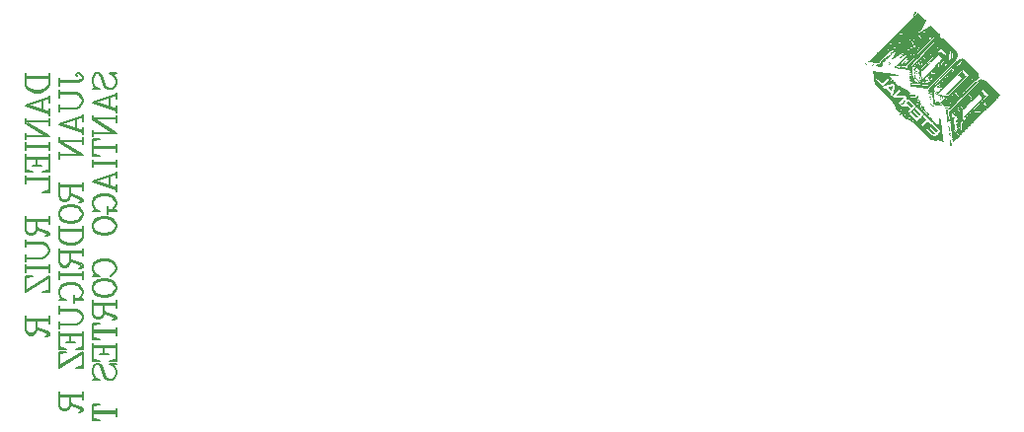
<source format=gbo>
%TF.GenerationSoftware,Altium Limited,Altium Designer,23.11.1 (41)*%
G04 Layer_Color=32896*
%FSLAX45Y45*%
%MOMM*%
%TF.SameCoordinates,FD849FC7-13BB-4974-9BF6-0D42D88E725C*%
%TF.FilePolarity,Positive*%
%TF.FileFunction,Legend,Bot*%
%TF.Part,Single*%
G01*
G75*
%TA.AperFunction,NonConductor*%
%ADD29C,0.20000*%
G36*
X13061697Y-7902144D02*
X13060205Y-7903636D01*
X13061697Y-7905129D01*
X13060205Y-7906622D01*
X13058711Y-7908115D01*
X13060205Y-7909608D01*
X13058711Y-7911101D01*
X13057219Y-7912593D01*
X13055727Y-7914086D01*
X13054233Y-7915579D01*
X13055727Y-7917072D01*
X13054233Y-7918564D01*
X13052740Y-7920057D01*
X13051248Y-7921550D01*
X13052740Y-7923043D01*
X13051248Y-7924536D01*
X13049754Y-7926028D01*
X13048262Y-7927521D01*
X13049754Y-7929014D01*
X13048262Y-7930507D01*
X13046770Y-7931999D01*
X13045277Y-7933492D01*
X13046770Y-7934985D01*
X13045277Y-7936478D01*
X13043784Y-7937970D01*
X13042291Y-7939463D01*
X13040797Y-7940956D01*
X13042291Y-7942449D01*
X13040799Y-7943941D01*
X13039307Y-7945434D01*
X13037813Y-7946927D01*
X13036320Y-7948420D01*
X13037813Y-7949912D01*
X13036320Y-7951405D01*
X13034827Y-7952898D01*
X13033334Y-7954391D01*
X13034827Y-7955884D01*
X13033334Y-7957376D01*
X13031842Y-7958869D01*
X13030350Y-7960362D01*
X13028856Y-7961855D01*
X13030350Y-7963347D01*
X13028856Y-7964840D01*
X13027364Y-7966333D01*
X13025871Y-7967826D01*
X13027364Y-7969318D01*
X13025871Y-7970811D01*
X13024377Y-7972304D01*
X13022885Y-7973797D01*
X13021391Y-7975289D01*
X13022885Y-7976782D01*
X13021393Y-7978275D01*
X13019901Y-7979768D01*
X13018407Y-7981261D01*
X13016914Y-7982753D01*
X13018407Y-7984246D01*
X13016914Y-7985739D01*
X13015422Y-7987232D01*
X13013930Y-7988724D01*
X13015422Y-7990217D01*
X13013930Y-7991710D01*
X13015422Y-7993203D01*
X13016914Y-7991710D01*
X13018407Y-7993203D01*
X13019901Y-7991710D01*
X13021393Y-7990217D01*
X13022887Y-7988724D01*
X13021393Y-7987232D01*
X13022885Y-7985739D01*
X13024377Y-7984246D01*
X13025871Y-7982753D01*
X13027364Y-7981261D01*
X13025871Y-7979768D01*
X13027364Y-7978275D01*
X13028856Y-7976782D01*
X13027364Y-7975289D01*
X13028856Y-7973797D01*
X13030350Y-7972304D01*
X13031842Y-7970811D01*
X13030350Y-7969319D01*
X13031842Y-7967826D01*
X13033334Y-7966333D01*
X13034827Y-7964840D01*
X13036320Y-7963348D01*
X13034827Y-7961855D01*
X13036320Y-7960362D01*
X13037813Y-7958869D01*
X13036320Y-7957376D01*
X13037813Y-7955884D01*
X13039307Y-7954391D01*
X13037813Y-7952898D01*
X13039307Y-7951405D01*
X13040799Y-7949912D01*
X13042291Y-7948420D01*
X13043784Y-7946927D01*
X13042291Y-7945434D01*
X13043784Y-7943941D01*
X13045277Y-7942448D01*
X13046770Y-7940956D01*
X13045277Y-7939463D01*
X13046770Y-7937970D01*
X13048262Y-7936478D01*
X13049754Y-7934985D01*
X13051248Y-7933492D01*
X13049754Y-7931999D01*
X13051248Y-7930506D01*
X13052740Y-7929014D01*
X13054233Y-7927521D01*
X13055727Y-7926028D01*
X13054233Y-7924535D01*
X13055727Y-7923043D01*
X13057219Y-7921550D01*
X13058711Y-7920057D01*
X13060204Y-7918565D01*
X13058711Y-7917072D01*
X13060205Y-7915579D01*
X13061697Y-7914086D01*
X13063190Y-7912593D01*
X13064684Y-7911101D01*
X13063190Y-7909608D01*
X13064684Y-7908115D01*
X13066176Y-7906622D01*
X13067668Y-7905129D01*
X13069160Y-7903636D01*
X13072147Y-7906622D01*
X13070654Y-7908115D01*
X13073639Y-7911101D01*
X13072147Y-7912593D01*
X13070654Y-7914086D01*
X13072147Y-7915579D01*
X13070654Y-7917072D01*
X13069160Y-7918564D01*
X13067668Y-7920057D01*
X13069160Y-7921550D01*
X13067668Y-7923043D01*
X13066176Y-7924536D01*
X13064684Y-7926028D01*
X13066176Y-7927521D01*
X13064684Y-7929014D01*
X13063190Y-7930507D01*
X13061697Y-7931999D01*
X13063190Y-7933492D01*
X13061697Y-7934985D01*
X13060204Y-7936478D01*
X13058711Y-7937970D01*
X13060205Y-7939463D01*
X13058711Y-7940956D01*
X13057219Y-7942449D01*
X13055727Y-7943941D01*
X13054233Y-7945434D01*
X13055727Y-7946927D01*
X13054233Y-7948420D01*
X13052740Y-7949912D01*
X13051248Y-7951405D01*
X13052740Y-7952898D01*
X13051248Y-7954391D01*
X13049754Y-7955884D01*
X13048262Y-7957376D01*
X13049754Y-7958869D01*
X13048262Y-7960362D01*
X13046770Y-7961855D01*
X13045277Y-7963347D01*
X13046770Y-7964840D01*
X13045277Y-7966333D01*
X13043784Y-7967826D01*
X13042291Y-7969319D01*
X13043784Y-7970811D01*
X13042291Y-7972304D01*
X13040799Y-7973797D01*
X13039307Y-7975290D01*
X13040797Y-7976782D01*
X13039307Y-7978275D01*
X13037813Y-7979768D01*
X13036320Y-7981261D01*
X13037813Y-7982753D01*
X13036320Y-7984246D01*
X13034827Y-7985739D01*
X13033334Y-7987232D01*
X13034827Y-7988724D01*
X13033334Y-7990217D01*
X13031842Y-7991710D01*
X13030350Y-7993203D01*
X13028856Y-7994695D01*
X13027364Y-7996188D01*
X13025871Y-7997681D01*
X13024377Y-7999174D01*
X13022887Y-7997681D01*
X13021393Y-7999174D01*
X13019901Y-8000666D01*
X13018407Y-8002160D01*
X13015422Y-7999174D01*
X13016914Y-7997681D01*
X13012436Y-7993203D01*
X13010944Y-7994696D01*
X13012436Y-7996188D01*
X13010944Y-7997681D01*
X13009450Y-7999174D01*
X13007957Y-8000666D01*
X13009450Y-8002160D01*
X13007957Y-8003652D01*
X13006465Y-8005145D01*
X13004971Y-8006638D01*
X13006465Y-8008131D01*
X13004971Y-8009623D01*
X13003479Y-8011116D01*
X13001987Y-8012609D01*
X13000494Y-8014102D01*
X12999001Y-8015594D01*
X12997508Y-8017087D01*
X12999001Y-8018580D01*
X12997508Y-8020073D01*
X12996014Y-8021565D01*
X12997508Y-8023058D01*
X12999001Y-8021565D01*
X13000494Y-8020073D01*
X13001987Y-8021565D01*
X13003479Y-8020073D01*
X13004971Y-8018580D01*
X13006465Y-8017087D01*
X13007957Y-8015594D01*
X13009450Y-8017087D01*
X13010944Y-8015594D01*
X13012436Y-8014101D01*
X13013930Y-8012609D01*
X13015421Y-8011116D01*
X13016914Y-8012609D01*
X13018407Y-8011116D01*
X13019901Y-8009623D01*
X13021393Y-8008131D01*
X13022885Y-8006638D01*
X13024377Y-8008131D01*
X13025871Y-8006638D01*
X13027364Y-8005145D01*
X13028856Y-8003652D01*
X13030350Y-8002159D01*
X13031842Y-8003652D01*
X13033334Y-8002160D01*
X13034828Y-8000666D01*
X13036320Y-7999174D01*
X13037813Y-7997681D01*
X13039307Y-7999174D01*
X13040799Y-7997681D01*
X13042291Y-7996188D01*
X13043784Y-7994696D01*
X13045277Y-7993203D01*
X13046770Y-7994695D01*
X13048262Y-7993203D01*
X13049754Y-7991710D01*
X13051248Y-7990217D01*
X13052740Y-7991710D01*
X13054233Y-7990217D01*
X13055727Y-7988724D01*
X13057219Y-7987232D01*
X13058711Y-7985739D01*
X13060204Y-7987232D01*
X13061697Y-7985739D01*
X13063190Y-7984246D01*
X13064684Y-7982753D01*
X13066176Y-7984246D01*
X13067668Y-7982753D01*
X13069160Y-7981260D01*
X13070654Y-7979768D01*
X13072147Y-7978275D01*
X13073639Y-7979768D01*
X13075133Y-7978275D01*
X13076625Y-7976782D01*
X13078117Y-7975289D01*
X13079611Y-7973797D01*
X13081104Y-7975289D01*
X13082596Y-7973797D01*
X13084090Y-7972304D01*
X13085580Y-7970811D01*
X13087074Y-7969319D01*
X13088567Y-7970811D01*
X13090060Y-7969318D01*
X13091553Y-7967826D01*
X13093045Y-7966333D01*
X13094537Y-7964840D01*
X13096031Y-7966333D01*
X13097523Y-7964840D01*
X13099016Y-7963347D01*
X13100510Y-7961855D01*
X13102002Y-7963347D01*
X13103494Y-7961855D01*
X13104988Y-7960362D01*
X13106480Y-7958869D01*
X13107973Y-7957376D01*
X13109467Y-7958869D01*
X13110959Y-7957376D01*
X13112451Y-7955883D01*
X13116930Y-7960362D01*
X13118423Y-7958869D01*
X13166191Y-8006638D01*
X13164697Y-8008130D01*
X13178133Y-8021565D01*
X13176640Y-8023058D01*
X13175148Y-8021565D01*
X13173656Y-8023058D01*
X13172162Y-8024551D01*
X13170670Y-8026044D01*
X13169176Y-8027536D01*
X13167683Y-8029029D01*
X13166191Y-8030522D01*
X13164697Y-8032015D01*
X13163205Y-8033507D01*
X13161713Y-8035000D01*
X13160220Y-8036493D01*
X13158727Y-8035000D01*
X13157236Y-8036493D01*
X13155742Y-8037986D01*
X13157234Y-8039478D01*
X13155742Y-8040971D01*
X13154250Y-8042464D01*
X13152756Y-8043957D01*
X13151263Y-8042464D01*
X13149770Y-8043957D01*
X13148277Y-8045449D01*
X13146785Y-8046943D01*
X13145293Y-8048435D01*
X13148277Y-8051421D01*
X13149770Y-8049928D01*
X13151263Y-8051421D01*
X13152756Y-8049928D01*
X13154250Y-8048435D01*
X13155742Y-8046943D01*
X13157236Y-8045449D01*
X13158727Y-8043957D01*
X13160220Y-8042464D01*
X13161713Y-8040971D01*
X13163205Y-8039478D01*
X13164697Y-8037986D01*
X13166191Y-8036493D01*
X13167683Y-8035000D01*
X13169177Y-8033507D01*
X13170670Y-8032015D01*
X13172162Y-8030522D01*
X13173656Y-8032015D01*
X13175148Y-8030522D01*
X13176640Y-8032015D01*
X13178133Y-8030522D01*
X13179626Y-8032015D01*
X13181119Y-8030522D01*
X13182611Y-8029029D01*
X13184103Y-8030522D01*
X13185597Y-8029029D01*
X13187090Y-8030522D01*
X13188582Y-8029029D01*
X13187090Y-8027536D01*
X13185597Y-8029029D01*
X13184103Y-8027536D01*
X13185597Y-8026044D01*
X13187090Y-8024551D01*
X13188582Y-8026044D01*
X13190076Y-8024551D01*
X13191568Y-8026044D01*
X13190076Y-8027536D01*
X13188582Y-8029029D01*
X13190076Y-8030522D01*
X13191568Y-8029029D01*
X13193060Y-8030522D01*
X13194554Y-8029029D01*
X13197539Y-8032015D01*
X13196046Y-8033508D01*
X13194554Y-8035000D01*
X13196046Y-8036493D01*
X13194554Y-8037986D01*
X13193060Y-8039478D01*
X13194553Y-8040971D01*
X13193060Y-8042464D01*
X13191568Y-8043957D01*
X13193060Y-8045449D01*
X13191568Y-8046943D01*
X13190076Y-8048435D01*
X13188582Y-8049928D01*
X13187090Y-8051421D01*
X13185597Y-8049928D01*
X13184103Y-8051421D01*
X13182611Y-8052913D01*
X13181117Y-8054406D01*
X13179626Y-8055899D01*
X13178133Y-8057392D01*
X13176640Y-8058885D01*
X13175148Y-8060377D01*
X13173656Y-8061870D01*
X13172162Y-8063363D01*
X13170670Y-8064856D01*
X13169177Y-8066348D01*
X13167683Y-8067841D01*
X13166191Y-8069334D01*
X13164697Y-8070827D01*
X13163205Y-8072319D01*
X13161713Y-8073812D01*
X13160220Y-8075305D01*
X13158727Y-8076798D01*
X13157234Y-8078290D01*
X13155742Y-8079783D01*
X13154250Y-8081276D01*
X13152756Y-8082769D01*
X13151263Y-8084261D01*
X13149770Y-8085754D01*
X13148277Y-8087247D01*
X13146785Y-8088740D01*
X13145293Y-8090233D01*
X13143799Y-8091725D01*
X13142307Y-8093218D01*
X13140814Y-8094711D01*
X13145293Y-8099189D01*
X13146785Y-8097697D01*
X13148277Y-8096204D01*
X13149770Y-8094711D01*
X13151263Y-8093218D01*
X13152756Y-8091725D01*
X13154250Y-8090233D01*
X13155742Y-8088740D01*
X13157236Y-8087247D01*
X13158727Y-8085754D01*
X13160220Y-8084262D01*
X13161713Y-8082769D01*
X13163206Y-8081276D01*
X13164697Y-8079783D01*
X13166191Y-8078290D01*
X13167683Y-8076798D01*
X13169177Y-8075305D01*
X13170670Y-8073812D01*
X13172162Y-8072320D01*
X13173656Y-8070827D01*
X13175148Y-8069334D01*
X13176640Y-8067841D01*
X13178133Y-8066348D01*
X13179626Y-8064856D01*
X13181119Y-8063363D01*
X13182611Y-8061870D01*
X13184103Y-8060377D01*
X13185597Y-8058885D01*
X13187090Y-8060377D01*
X13188582Y-8058885D01*
X13190076Y-8057392D01*
X13191568Y-8058885D01*
X13193060Y-8057392D01*
X13196046Y-8060377D01*
X13197539Y-8058885D01*
X13199033Y-8060377D01*
X13200525Y-8058885D01*
X13203510Y-8061870D01*
X13205003Y-8060377D01*
X13206496Y-8061870D01*
X13207990Y-8060377D01*
X13209480Y-8061870D01*
X13210974Y-8060377D01*
X13213960Y-8063363D01*
X13215453Y-8061870D01*
X13216945Y-8063363D01*
X13218439Y-8061870D01*
X13221423Y-8064856D01*
X13222916Y-8063363D01*
X13340845Y-8181291D01*
X13339352Y-8182784D01*
X13340845Y-8184277D01*
X13339352Y-8185770D01*
X13340845Y-8187263D01*
X13339352Y-8188755D01*
X13340845Y-8190248D01*
X13339352Y-8191741D01*
X13340845Y-8193234D01*
X13339352Y-8194727D01*
X13340845Y-8196219D01*
X13339352Y-8197712D01*
X13340845Y-8199205D01*
X13339352Y-8200698D01*
X13340845Y-8202190D01*
X13339352Y-8203683D01*
X13342339Y-8206668D01*
X13340845Y-8208161D01*
X13339352Y-8209654D01*
X13340845Y-8211147D01*
X13339352Y-8212640D01*
X13337859Y-8214132D01*
X13336366Y-8215625D01*
X13334874Y-8217118D01*
X13333382Y-8218611D01*
X13331888Y-8220103D01*
X13330396Y-8221596D01*
X13328903Y-8223089D01*
X13327409Y-8221596D01*
X13325917Y-8223089D01*
X13324425Y-8224582D01*
X13325917Y-8226075D01*
X13324425Y-8227567D01*
X13322932Y-8229060D01*
X13321439Y-8230553D01*
X13319946Y-8232046D01*
X13318452Y-8233539D01*
X13316960Y-8232046D01*
X13315468Y-8233538D01*
X13313976Y-8235031D01*
X13315468Y-8236524D01*
X13313976Y-8238017D01*
X13312482Y-8239510D01*
X13315468Y-8242495D01*
X13316960Y-8241002D01*
X13318452Y-8239510D01*
X13319946Y-8238017D01*
X13321439Y-8236524D01*
X13322932Y-8235031D01*
X13324425Y-8233538D01*
X13325917Y-8232046D01*
X13327409Y-8230553D01*
X13328903Y-8229060D01*
X13330396Y-8227567D01*
X13331888Y-8226074D01*
X13333382Y-8224582D01*
X13334874Y-8223089D01*
X13336366Y-8221596D01*
X13337859Y-8220103D01*
X13339352Y-8218611D01*
X13340845Y-8217118D01*
X13342339Y-8215625D01*
X13343829Y-8214132D01*
X13345323Y-8212640D01*
X13346815Y-8214132D01*
X13345323Y-8215625D01*
X13346815Y-8217118D01*
X13345323Y-8218611D01*
X13343829Y-8220103D01*
X13342339Y-8221596D01*
X13343831Y-8223089D01*
X13342339Y-8224582D01*
X13340845Y-8226075D01*
X13339352Y-8227567D01*
X13340845Y-8229060D01*
X13339352Y-8230553D01*
X13337859Y-8232046D01*
X13336366Y-8233538D01*
X13337859Y-8235031D01*
X13336366Y-8236524D01*
X13334874Y-8238017D01*
X13333382Y-8239510D01*
X13331888Y-8241002D01*
X13333382Y-8242495D01*
X13331888Y-8243988D01*
X13330396Y-8245481D01*
X13328903Y-8246973D01*
X13330396Y-8248466D01*
X13328903Y-8249959D01*
X13327409Y-8251452D01*
X13325917Y-8252944D01*
X13324425Y-8254437D01*
X13325917Y-8255930D01*
X13324425Y-8257423D01*
X13322931Y-8258915D01*
X13321439Y-8260408D01*
X13319946Y-8261901D01*
X13318452Y-8263394D01*
X13316960Y-8264886D01*
X13315468Y-8266379D01*
X13313976Y-8267872D01*
X13312482Y-8269365D01*
X13310989Y-8270857D01*
X13309497Y-8272350D01*
X13308005Y-8273843D01*
X13306511Y-8275336D01*
X13305019Y-8276829D01*
X13303526Y-8278321D01*
X13302032Y-8279814D01*
X13300540Y-8281307D01*
X13299046Y-8282800D01*
X13297556Y-8284292D01*
X13296062Y-8285785D01*
X13294569Y-8287278D01*
X13293076Y-8288771D01*
X13291583Y-8290264D01*
X13290091Y-8291756D01*
X13288599Y-8293249D01*
X13287105Y-8294742D01*
X13285612Y-8296235D01*
X13284119Y-8297727D01*
X13282626Y-8299220D01*
X13281134Y-8300713D01*
X13279642Y-8302206D01*
X13278148Y-8303698D01*
X13276656Y-8305191D01*
X13275163Y-8306684D01*
X13273669Y-8308177D01*
X13272177Y-8309669D01*
X13270685Y-8311162D01*
X13269193Y-8312655D01*
X13267699Y-8314148D01*
X13266206Y-8315640D01*
X13264714Y-8317133D01*
X13263222Y-8318626D01*
X13261728Y-8320119D01*
X13260236Y-8321612D01*
X13258743Y-8323104D01*
X13257249Y-8324597D01*
X13255757Y-8326090D01*
X13254263Y-8327583D01*
X13252771Y-8329076D01*
X13251279Y-8330568D01*
X13249786Y-8332061D01*
X13248293Y-8333554D01*
X13246802Y-8335046D01*
X13245308Y-8336539D01*
X13243816Y-8338032D01*
X13242322Y-8339525D01*
X13240829Y-8341018D01*
X13239336Y-8342510D01*
X13237843Y-8344003D01*
X13236351Y-8345496D01*
X13234859Y-8346989D01*
X13233365Y-8348481D01*
X13231873Y-8349974D01*
X13230380Y-8351467D01*
X13228886Y-8352960D01*
X13227394Y-8354453D01*
X13225902Y-8355945D01*
X13224409Y-8357438D01*
X13222916Y-8358931D01*
X13221423Y-8360423D01*
X13219931Y-8361916D01*
X13218439Y-8363409D01*
X13216945Y-8364902D01*
X13215453Y-8366394D01*
X13213959Y-8367888D01*
X13212466Y-8369380D01*
X13210974Y-8370873D01*
X13209480Y-8372366D01*
X13207990Y-8373858D01*
X13206496Y-8375351D01*
X13205003Y-8376844D01*
X13203510Y-8378337D01*
X13202017Y-8379830D01*
X13200525Y-8381322D01*
X13199033Y-8382815D01*
X13197539Y-8384308D01*
X13196046Y-8385801D01*
X13194553Y-8387293D01*
X13193060Y-8388786D01*
X13191568Y-8390279D01*
X13190076Y-8391772D01*
X13188582Y-8393265D01*
X13187090Y-8394757D01*
X13185597Y-8396250D01*
X13184103Y-8397743D01*
X13182611Y-8399235D01*
X13181119Y-8400728D01*
X13179626Y-8402221D01*
X13178133Y-8403714D01*
X13176640Y-8405206D01*
X13175148Y-8406699D01*
X13173656Y-8408192D01*
X13172162Y-8409685D01*
X13170670Y-8411178D01*
X13169177Y-8412670D01*
X13167683Y-8414163D01*
X13166191Y-8415656D01*
X13164697Y-8417149D01*
X13163205Y-8418642D01*
X13161713Y-8420134D01*
X13160220Y-8421627D01*
X13158727Y-8423120D01*
X13157234Y-8424613D01*
X13155742Y-8426105D01*
X13154250Y-8427598D01*
X13152756Y-8429091D01*
X13151263Y-8430584D01*
X13149770Y-8432077D01*
X13148277Y-8433569D01*
X13146785Y-8435062D01*
X13145293Y-8436555D01*
X13143799Y-8438047D01*
X13142307Y-8439540D01*
X13140814Y-8441033D01*
X13139320Y-8442526D01*
X13137828Y-8444018D01*
X13136336Y-8445511D01*
X13134843Y-8447004D01*
X13133350Y-8448497D01*
X13131857Y-8449990D01*
X13130363Y-8451482D01*
X13128873Y-8452975D01*
X13127379Y-8454468D01*
X13125887Y-8455961D01*
X13124393Y-8457453D01*
X13122900Y-8458946D01*
X13121408Y-8460439D01*
X13119914Y-8461932D01*
X13118422Y-8463425D01*
X13116930Y-8464917D01*
X13115437Y-8466410D01*
X13113943Y-8467903D01*
X13112451Y-8469396D01*
X13110959Y-8470888D01*
X13109467Y-8472381D01*
X13107973Y-8473874D01*
X13106480Y-8475367D01*
X13104988Y-8476859D01*
X13103494Y-8478352D01*
X13102002Y-8479845D01*
X13100510Y-8481338D01*
X13099016Y-8482831D01*
X13097523Y-8484323D01*
X13096031Y-8485816D01*
X13094537Y-8487309D01*
X13093045Y-8488801D01*
X13091553Y-8490294D01*
X13090060Y-8491787D01*
X13088567Y-8493280D01*
X13090060Y-8494773D01*
X13088567Y-8496265D01*
X13087074Y-8494773D01*
X13085580Y-8496265D01*
X13084090Y-8494773D01*
X13082596Y-8496265D01*
X13079610Y-8493280D01*
X13078117Y-8494773D01*
X13076625Y-8493280D01*
X13075133Y-8494773D01*
X13073640Y-8493280D01*
X13072147Y-8494773D01*
X13069160Y-8491787D01*
X13067668Y-8493280D01*
X13066176Y-8491787D01*
X13064684Y-8493280D01*
X13063190Y-8491787D01*
X13061697Y-8493280D01*
X13058711Y-8490294D01*
X13057219Y-8491787D01*
X13055727Y-8490294D01*
X13054233Y-8491787D01*
X13051248Y-8488802D01*
X13049754Y-8490294D01*
X13048262Y-8488802D01*
X13046770Y-8490294D01*
X13045277Y-8488802D01*
X13043784Y-8490295D01*
X13042291Y-8488802D01*
X13040797Y-8490295D01*
X13037813Y-8487309D01*
X13036320Y-8488802D01*
X13034827Y-8487309D01*
X13033334Y-8488802D01*
X13031842Y-8487309D01*
X13030350Y-8488802D01*
X13027364Y-8485816D01*
X13025871Y-8487309D01*
X13024377Y-8485816D01*
X13022885Y-8487309D01*
X13021393Y-8485816D01*
X13019901Y-8487309D01*
X13016914Y-8484323D01*
X13015422Y-8485816D01*
X13013930Y-8484323D01*
X13012436Y-8485816D01*
X13010944Y-8484323D01*
X13009450Y-8485816D01*
X13006465Y-8482831D01*
X13004971Y-8484323D01*
X13003479Y-8482831D01*
X13001987Y-8484323D01*
X13000494Y-8482831D01*
X12999001Y-8484323D01*
X12996014Y-8481338D01*
X12994524Y-8482831D01*
X12990044Y-8478352D01*
X12988551Y-8479845D01*
X12985567Y-8476860D01*
X12984073Y-8478352D01*
X12982581Y-8479845D01*
X12979594Y-8476859D01*
X12978102Y-8478352D01*
X12976610Y-8479845D01*
X12975117Y-8478352D01*
X12973624Y-8479845D01*
X12972131Y-8478352D01*
X12970638Y-8479845D01*
X12969147Y-8478352D01*
X12967653Y-8479845D01*
X12964667Y-8476860D01*
X12966161Y-8475367D01*
X12963174Y-8472381D01*
X12961682Y-8473874D01*
X12963174Y-8475367D01*
X12961682Y-8476860D01*
X12960188Y-8478352D01*
X12957204Y-8475367D01*
X12955711Y-8476860D01*
X12954218Y-8475367D01*
X12952725Y-8476860D01*
X12951231Y-8475367D01*
X12949739Y-8476860D01*
X12948247Y-8475367D01*
X12946754Y-8476860D01*
X12943768Y-8473874D01*
X12942276Y-8475367D01*
X12940784Y-8473874D01*
X12942276Y-8472381D01*
X12939290Y-8469396D01*
X12940784Y-8467903D01*
X12939290Y-8466410D01*
X12940784Y-8464918D01*
X12937798Y-8461932D01*
X12939290Y-8460439D01*
X12937798Y-8458947D01*
X12939290Y-8457453D01*
X12937798Y-8455961D01*
X12939290Y-8454468D01*
X12937798Y-8452975D01*
X12939290Y-8451482D01*
X12936305Y-8448497D01*
X12937798Y-8447004D01*
X12936305Y-8445511D01*
X12937798Y-8444018D01*
X12936305Y-8442526D01*
X12937798Y-8441033D01*
X12936305Y-8439540D01*
X12937798Y-8438048D01*
X12936305Y-8436555D01*
X12937798Y-8435062D01*
X12934811Y-8432077D01*
X12936305Y-8430584D01*
X12934811Y-8429091D01*
X12936305Y-8427598D01*
X12934811Y-8426106D01*
X12936305Y-8424613D01*
X12933319Y-8421627D01*
X12934811Y-8420134D01*
X12936305Y-8418642D01*
X12933319Y-8415656D01*
X12934811Y-8414163D01*
X12933319Y-8412670D01*
X12934811Y-8411178D01*
X12933319Y-8409685D01*
X12934811Y-8408192D01*
X12931827Y-8405207D01*
X12933319Y-8403714D01*
X12931827Y-8402221D01*
X12933319Y-8400729D01*
X12931825Y-8399236D01*
X12933319Y-8397743D01*
X12931825Y-8396250D01*
X12933319Y-8394757D01*
X12930334Y-8391772D01*
X12931825Y-8390279D01*
X12930334Y-8388786D01*
X12931825Y-8387293D01*
X12930334Y-8385801D01*
X12931825Y-8384308D01*
X12930334Y-8382815D01*
X12931825Y-8381322D01*
X12930334Y-8379830D01*
X12931825Y-8378337D01*
X12928841Y-8375351D01*
X12930334Y-8373858D01*
X12928841Y-8372366D01*
X12930334Y-8370873D01*
X12928841Y-8369380D01*
X12930334Y-8367888D01*
X12928841Y-8366395D01*
X12930334Y-8364902D01*
X12928841Y-8363409D01*
X12930334Y-8361916D01*
X12927348Y-8358931D01*
X12928841Y-8357438D01*
X12927348Y-8355945D01*
X12928841Y-8354453D01*
X12927348Y-8352960D01*
X12928841Y-8351467D01*
X12927348Y-8349974D01*
X12928841Y-8348481D01*
X12931827Y-8351467D01*
X12930334Y-8352960D01*
X12931825Y-8354453D01*
X12930334Y-8355945D01*
X12931827Y-8357438D01*
X12930334Y-8358931D01*
X12933319Y-8361916D01*
X12931825Y-8363409D01*
X12933319Y-8364902D01*
X12931827Y-8366395D01*
X12933319Y-8367888D01*
X12931825Y-8369380D01*
X12934811Y-8372366D01*
X12933319Y-8373859D01*
X12934811Y-8375351D01*
X12933319Y-8376844D01*
X12934811Y-8378337D01*
X12933319Y-8379830D01*
X12934811Y-8381322D01*
X12933319Y-8382815D01*
X12936305Y-8385801D01*
X12934811Y-8387294D01*
X12936305Y-8388786D01*
X12934811Y-8390279D01*
X12936305Y-8391772D01*
X12934811Y-8393265D01*
X12937798Y-8396250D01*
X12936305Y-8397743D01*
X12937798Y-8399236D01*
X12936305Y-8400728D01*
X12939290Y-8403714D01*
X12937798Y-8405207D01*
X12939290Y-8406699D01*
X12937798Y-8408192D01*
X12939290Y-8409685D01*
X12937798Y-8411178D01*
X12939290Y-8412670D01*
X12937798Y-8414164D01*
X12940784Y-8417149D01*
X12939290Y-8418642D01*
X12940784Y-8420134D01*
X12939290Y-8421627D01*
X12940784Y-8423120D01*
X12939290Y-8424613D01*
X12942276Y-8427598D01*
X12940784Y-8429091D01*
X12942276Y-8430584D01*
X12940784Y-8432077D01*
X12942276Y-8433569D01*
X12940784Y-8435062D01*
X12942276Y-8436555D01*
X12940784Y-8438047D01*
X12943768Y-8441033D01*
X12942276Y-8442526D01*
X12943768Y-8444019D01*
X12942276Y-8445511D01*
X12945261Y-8448497D01*
X12943768Y-8449990D01*
X12945262Y-8451482D01*
X12943768Y-8452975D01*
X12945261Y-8454468D01*
X12943768Y-8455961D01*
X12945261Y-8457453D01*
X12946754Y-8455961D01*
X12948247Y-8457453D01*
X12949741Y-8455961D01*
X12951233Y-8457453D01*
X12949741Y-8458946D01*
X12952725Y-8461932D01*
X12951231Y-8463425D01*
X12954218Y-8466410D01*
X12955711Y-8464918D01*
X12954218Y-8463425D01*
X12955711Y-8461932D01*
X12957204Y-8460439D01*
X12955711Y-8458946D01*
X12957204Y-8457453D01*
X12958696Y-8458946D01*
X12960188Y-8457453D01*
X12963174Y-8460439D01*
X12964667Y-8458946D01*
X12966161Y-8460439D01*
X12967653Y-8458946D01*
X12969147Y-8460439D01*
X12970639Y-8458946D01*
X12972131Y-8460439D01*
X12973624Y-8458946D01*
X12975117Y-8460439D01*
X12976608Y-8458946D01*
X12978102Y-8460439D01*
X12979594Y-8458946D01*
X12982581Y-8461932D01*
X12984073Y-8460439D01*
X12985567Y-8461932D01*
X12987059Y-8460439D01*
X12988551Y-8461932D01*
X12990044Y-8460439D01*
X12991537Y-8461932D01*
X12993030Y-8460439D01*
X12994524Y-8461932D01*
X12996014Y-8460439D01*
X12999001Y-8463425D01*
X13000494Y-8461932D01*
X13001987Y-8463425D01*
X13003479Y-8461932D01*
X13004971Y-8463425D01*
X13006465Y-8461932D01*
X13009450Y-8464918D01*
X13010944Y-8463425D01*
X13012436Y-8464918D01*
X13013930Y-8463425D01*
X13015421Y-8464918D01*
X13016914Y-8463425D01*
X13018407Y-8464918D01*
X13019901Y-8463425D01*
X13021393Y-8464917D01*
X13022885Y-8463425D01*
X13025871Y-8466410D01*
X13027364Y-8464918D01*
X13028856Y-8466410D01*
X13030350Y-8464917D01*
X13031842Y-8466410D01*
X13033334Y-8464918D01*
X13034827Y-8466410D01*
X13036320Y-8464917D01*
X13039307Y-8467903D01*
X13040799Y-8466410D01*
X13042291Y-8467903D01*
X13043784Y-8466410D01*
X13045277Y-8467903D01*
X13046770Y-8466410D01*
X13049754Y-8469396D01*
X13051248Y-8467903D01*
X13052740Y-8469396D01*
X13054233Y-8467903D01*
X13055727Y-8469396D01*
X13057219Y-8467903D01*
X13058711Y-8469396D01*
X13060205Y-8467903D01*
X13061697Y-8469396D01*
X13063190Y-8467903D01*
X13064684Y-8469396D01*
X13066176Y-8467903D01*
X13069160Y-8470888D01*
X13070654Y-8469396D01*
X13072147Y-8470889D01*
X13073640Y-8469396D01*
X13075133Y-8470888D01*
X13076625Y-8469396D01*
X13078117Y-8470888D01*
X13079610Y-8469396D01*
X13082596Y-8472381D01*
X13084090Y-8470888D01*
X13085580Y-8472381D01*
X13087074Y-8470888D01*
X13088567Y-8472381D01*
X13090060Y-8470889D01*
X13091553Y-8469396D01*
X13090060Y-8467903D01*
X13091553Y-8466410D01*
X13093045Y-8464917D01*
X13094537Y-8463425D01*
X13096031Y-8461932D01*
X13097523Y-8460439D01*
X13099016Y-8458946D01*
X13100510Y-8457453D01*
X13102002Y-8455961D01*
X13103494Y-8454468D01*
X13104988Y-8452975D01*
X13106480Y-8451482D01*
X13107973Y-8449990D01*
X13109467Y-8448497D01*
X13110959Y-8447004D01*
X13112451Y-8445511D01*
X13113943Y-8444019D01*
X13115437Y-8442526D01*
X13116930Y-8441033D01*
X13118422Y-8439540D01*
X13119914Y-8438047D01*
X13121408Y-8436555D01*
X13122900Y-8435062D01*
X13124393Y-8433569D01*
X13125887Y-8432076D01*
X13127379Y-8430584D01*
X13128873Y-8429091D01*
X13130365Y-8427598D01*
X13131857Y-8426105D01*
X13133350Y-8424613D01*
X13134843Y-8423120D01*
X13136336Y-8421627D01*
X13137828Y-8420134D01*
X13139320Y-8418642D01*
X13140814Y-8417149D01*
X13142307Y-8415656D01*
X13143799Y-8414163D01*
X13145293Y-8412670D01*
X13146785Y-8411178D01*
X13148277Y-8409685D01*
X13149770Y-8408192D01*
X13151263Y-8406699D01*
X13152756Y-8405207D01*
X13154250Y-8403714D01*
X13155742Y-8402221D01*
X13157236Y-8400728D01*
X13158727Y-8399235D01*
X13160220Y-8397743D01*
X13161713Y-8396250D01*
X13163205Y-8394757D01*
X13164697Y-8393264D01*
X13166191Y-8391772D01*
X13167683Y-8390279D01*
X13169177Y-8388786D01*
X13170670Y-8387293D01*
X13172162Y-8385801D01*
X13173656Y-8384308D01*
X13175148Y-8382815D01*
X13176640Y-8381322D01*
X13178133Y-8379830D01*
X13179626Y-8378337D01*
X13181119Y-8376844D01*
X13182611Y-8375351D01*
X13184103Y-8373859D01*
X13185597Y-8372366D01*
X13187090Y-8370873D01*
X13188582Y-8369380D01*
X13190076Y-8367888D01*
X13191568Y-8366394D01*
X13193060Y-8364902D01*
X13194553Y-8363409D01*
X13196046Y-8361916D01*
X13197539Y-8360423D01*
X13199033Y-8358931D01*
X13200525Y-8357438D01*
X13202017Y-8355945D01*
X13203510Y-8354452D01*
X13205003Y-8352960D01*
X13206496Y-8351467D01*
X13207990Y-8349974D01*
X13209480Y-8348481D01*
X13210974Y-8346989D01*
X13212466Y-8345496D01*
X13213959Y-8344003D01*
X13215453Y-8342510D01*
X13216945Y-8341018D01*
X13218439Y-8339525D01*
X13219930Y-8338032D01*
X13221423Y-8336539D01*
X13222916Y-8335046D01*
X13224409Y-8333554D01*
X13225902Y-8332061D01*
X13227394Y-8330568D01*
X13228886Y-8329076D01*
X13230380Y-8327583D01*
X13231873Y-8326090D01*
X13233365Y-8324597D01*
X13234859Y-8323104D01*
X13236351Y-8321612D01*
X13237843Y-8320119D01*
X13239336Y-8318626D01*
X13240829Y-8317133D01*
X13242322Y-8315641D01*
X13243816Y-8314148D01*
X13245308Y-8312655D01*
X13246802Y-8311162D01*
X13248293Y-8309669D01*
X13249786Y-8308177D01*
X13251279Y-8306684D01*
X13252771Y-8305191D01*
X13254263Y-8303698D01*
X13255757Y-8302206D01*
X13257249Y-8300713D01*
X13258743Y-8299220D01*
X13260236Y-8297727D01*
X13261728Y-8296235D01*
X13263222Y-8294742D01*
X13264714Y-8293249D01*
X13266206Y-8291756D01*
X13267699Y-8290264D01*
X13269193Y-8288771D01*
X13270685Y-8287278D01*
X13272177Y-8285785D01*
X13273669Y-8284292D01*
X13275163Y-8282800D01*
X13276656Y-8281307D01*
X13278148Y-8279814D01*
X13279642Y-8278322D01*
X13281134Y-8276829D01*
X13282626Y-8275336D01*
X13284119Y-8273843D01*
X13285612Y-8272350D01*
X13287105Y-8270857D01*
X13288599Y-8269365D01*
X13290091Y-8267872D01*
X13291583Y-8266379D01*
X13293076Y-8264886D01*
X13294569Y-8263394D01*
X13296062Y-8261901D01*
X13297556Y-8260408D01*
X13299046Y-8258915D01*
X13300540Y-8257423D01*
X13302032Y-8255930D01*
X13303526Y-8254437D01*
X13305019Y-8252944D01*
X13306511Y-8251452D01*
X13308005Y-8249959D01*
X13309497Y-8248466D01*
X13310989Y-8246973D01*
X13309497Y-8245481D01*
X13310989Y-8243988D01*
X13309497Y-8242495D01*
X13308005Y-8243988D01*
X13306511Y-8245481D01*
X13305019Y-8246973D01*
X13303526Y-8248466D01*
X13302032Y-8249959D01*
X13300540Y-8248466D01*
X13299046Y-8249959D01*
X13297556Y-8251452D01*
X13296062Y-8252944D01*
X13294569Y-8254437D01*
X13293076Y-8255930D01*
X13291583Y-8257423D01*
X13290091Y-8258915D01*
X13288599Y-8260408D01*
X13287105Y-8261901D01*
X13285612Y-8263394D01*
X13284120Y-8264886D01*
X13282626Y-8266379D01*
X13281134Y-8267872D01*
X13279642Y-8269365D01*
X13278148Y-8270857D01*
X13276656Y-8272350D01*
X13275163Y-8273843D01*
X13273669Y-8275336D01*
X13272177Y-8276829D01*
X13270685Y-8278322D01*
X13269193Y-8279814D01*
X13267699Y-8281307D01*
X13266206Y-8282800D01*
X13264714Y-8284292D01*
X13263222Y-8285785D01*
X13261728Y-8287278D01*
X13260236Y-8288771D01*
X13258743Y-8290264D01*
X13257249Y-8291756D01*
X13255757Y-8293249D01*
X13254263Y-8294742D01*
X13252773Y-8296235D01*
X13251279Y-8297727D01*
X13249786Y-8299220D01*
X13248293Y-8300713D01*
X13249786Y-8302206D01*
X13248293Y-8303698D01*
X13246802Y-8305191D01*
X13245308Y-8306684D01*
X13243816Y-8308177D01*
X13242322Y-8309670D01*
X13240829Y-8311162D01*
X13239336Y-8312655D01*
X13237843Y-8314148D01*
X13236351Y-8315641D01*
X13234859Y-8317133D01*
X13233366Y-8318626D01*
X13231873Y-8320119D01*
X13230380Y-8321612D01*
X13228886Y-8323105D01*
X13227396Y-8324597D01*
X13225902Y-8326090D01*
X13224409Y-8327583D01*
X13222916Y-8329076D01*
X13221423Y-8330568D01*
X13219931Y-8332061D01*
X13218439Y-8333554D01*
X13216945Y-8335047D01*
X13215453Y-8336540D01*
X13213960Y-8338032D01*
X13212466Y-8339525D01*
X13210974Y-8341018D01*
X13209480Y-8342510D01*
X13207990Y-8344003D01*
X13206496Y-8345496D01*
X13205003Y-8346989D01*
X13203510Y-8348482D01*
X13202019Y-8349974D01*
X13200525Y-8351467D01*
X13199033Y-8352960D01*
X13197539Y-8354453D01*
X13196046Y-8355945D01*
X13194554Y-8357438D01*
X13193060Y-8358931D01*
X13191568Y-8360424D01*
X13190076Y-8361916D01*
X13188583Y-8363409D01*
X13187090Y-8364902D01*
X13185597Y-8366395D01*
X13184103Y-8367888D01*
X13182611Y-8369380D01*
X13181119Y-8370873D01*
X13179626Y-8372366D01*
X13178133Y-8373859D01*
X13176640Y-8375352D01*
X13175148Y-8376844D01*
X13173656Y-8378337D01*
X13172162Y-8379830D01*
X13170670Y-8381322D01*
X13169177Y-8382815D01*
X13167683Y-8384308D01*
X13166191Y-8385801D01*
X13164697Y-8387294D01*
X13163206Y-8388786D01*
X13161713Y-8390279D01*
X13160220Y-8391772D01*
X13158727Y-8393265D01*
X13157236Y-8394757D01*
X13155742Y-8396250D01*
X13154250Y-8397743D01*
X13152756Y-8399236D01*
X13151263Y-8400729D01*
X13149770Y-8402221D01*
X13148277Y-8403714D01*
X13146785Y-8405207D01*
X13145293Y-8406699D01*
X13143800Y-8408192D01*
X13142307Y-8409685D01*
X13140814Y-8411178D01*
X13139320Y-8412670D01*
X13137828Y-8414164D01*
X13136336Y-8415656D01*
X13134843Y-8417149D01*
X13133350Y-8418642D01*
X13131857Y-8420134D01*
X13130365Y-8421627D01*
X13128873Y-8423120D01*
X13127379Y-8424613D01*
X13125887Y-8426106D01*
X13124394Y-8427598D01*
X13122900Y-8429091D01*
X13121408Y-8430584D01*
X13119914Y-8432077D01*
X13118423Y-8433569D01*
X13116930Y-8435062D01*
X13115437Y-8436555D01*
X13113943Y-8438048D01*
X13112451Y-8439540D01*
X13110959Y-8441033D01*
X13109467Y-8442526D01*
X13107973Y-8444019D01*
X13106480Y-8445511D01*
X13104988Y-8447004D01*
X13103494Y-8448497D01*
X13102002Y-8449990D01*
X13100510Y-8451482D01*
X13099016Y-8452975D01*
X13097523Y-8454468D01*
X13096031Y-8455961D01*
X13094537Y-8457453D01*
X13093045Y-8458946D01*
X13091553Y-8460439D01*
X13090060Y-8461932D01*
X13088567Y-8463425D01*
X13087074Y-8461932D01*
X13085580Y-8463425D01*
X13084090Y-8461932D01*
X13082596Y-8463425D01*
X13079610Y-8460439D01*
X13078117Y-8461932D01*
X13076625Y-8460439D01*
X13075133Y-8461932D01*
X13073640Y-8460439D01*
X13072147Y-8461932D01*
X13070654Y-8460439D01*
X13069160Y-8461932D01*
X13067668Y-8460439D01*
X13066176Y-8461932D01*
X13063190Y-8458946D01*
X13061697Y-8460439D01*
X13060204Y-8458946D01*
X13058711Y-8460439D01*
X13057219Y-8458946D01*
X13055727Y-8460439D01*
X13052740Y-8457453D01*
X13051248Y-8458946D01*
X13049754Y-8457453D01*
X13048262Y-8458946D01*
X13046770Y-8457453D01*
X13045277Y-8458946D01*
X13043784Y-8457453D01*
X13042291Y-8458946D01*
X13040799Y-8457453D01*
X13039307Y-8458946D01*
X13036320Y-8455961D01*
X13034827Y-8457453D01*
X13033334Y-8455961D01*
X13031842Y-8457453D01*
X13030350Y-8455961D01*
X13028856Y-8457453D01*
X13025871Y-8454468D01*
X13024377Y-8455961D01*
X13022885Y-8454468D01*
X13021393Y-8455961D01*
X13019901Y-8454468D01*
X13018407Y-8455961D01*
X13016914Y-8454468D01*
X13015422Y-8455961D01*
X13012436Y-8452975D01*
X13010944Y-8454468D01*
X13009450Y-8452975D01*
X13007957Y-8454468D01*
X13006465Y-8452975D01*
X13004971Y-8454468D01*
X13003479Y-8452975D01*
X13001987Y-8454468D01*
X12999001Y-8451482D01*
X12997508Y-8452975D01*
X12996014Y-8451482D01*
X12994524Y-8452975D01*
X12993030Y-8451483D01*
X12991537Y-8452975D01*
X12990044Y-8451482D01*
X12988551Y-8452975D01*
X12985567Y-8449990D01*
X12984073Y-8451482D01*
X12982581Y-8449990D01*
X12981088Y-8451482D01*
X12979594Y-8449990D01*
X12978102Y-8451482D01*
X12976610Y-8449990D01*
X12975117Y-8451482D01*
X12972131Y-8448497D01*
X12970639Y-8449990D01*
X12969147Y-8448497D01*
X12967653Y-8449990D01*
X12966161Y-8448497D01*
X12964667Y-8449990D01*
X12963174Y-8448497D01*
X12961682Y-8449990D01*
X12958696Y-8447004D01*
X12957204Y-8448497D01*
X12955711Y-8447004D01*
X12954218Y-8448497D01*
X12952725Y-8447004D01*
X12954218Y-8445511D01*
X12951231Y-8442526D01*
X12952725Y-8441033D01*
X12951231Y-8439540D01*
X12952725Y-8438047D01*
X12951231Y-8436555D01*
X12952725Y-8435062D01*
X12949739Y-8432077D01*
X12951231Y-8430584D01*
X12949741Y-8429091D01*
X12951231Y-8427598D01*
X12949741Y-8426106D01*
X12951233Y-8424613D01*
X12948247Y-8421627D01*
X12949741Y-8420134D01*
X12948247Y-8418642D01*
X12949741Y-8417149D01*
X12948247Y-8415656D01*
X12949741Y-8414163D01*
X12948247Y-8412670D01*
X12949741Y-8411178D01*
X12948247Y-8409685D01*
X12949739Y-8408192D01*
X12946754Y-8405207D01*
X12948247Y-8403714D01*
X12946754Y-8402221D01*
X12948247Y-8400728D01*
X12946754Y-8399236D01*
X12948247Y-8397743D01*
X12945261Y-8394757D01*
X12946754Y-8393265D01*
X12945261Y-8391772D01*
X12946754Y-8390279D01*
X12945262Y-8388786D01*
X12946754Y-8387294D01*
X12943768Y-8384308D01*
X12945261Y-8382815D01*
X12943768Y-8381322D01*
X12945261Y-8379830D01*
X12943768Y-8378337D01*
X12945261Y-8376844D01*
X12943768Y-8375351D01*
X12945261Y-8373858D01*
X12942276Y-8370873D01*
X12943768Y-8369380D01*
X12942276Y-8367888D01*
X12943768Y-8366395D01*
X12942276Y-8364902D01*
X12943768Y-8363409D01*
X12940784Y-8360423D01*
X12942276Y-8358931D01*
X12940784Y-8357438D01*
X12942276Y-8355945D01*
X12940784Y-8354453D01*
X12942276Y-8352960D01*
X12940784Y-8351467D01*
X12942276Y-8349974D01*
X12939290Y-8346989D01*
X12940784Y-8345496D01*
X12939290Y-8344003D01*
X12940784Y-8342510D01*
X12939290Y-8341018D01*
X12940784Y-8339525D01*
X12937798Y-8336540D01*
X12939290Y-8335047D01*
X12937798Y-8333554D01*
X12939290Y-8332061D01*
X12937798Y-8330568D01*
X12939290Y-8329076D01*
X12937798Y-8327583D01*
X12939290Y-8326090D01*
X12937798Y-8324597D01*
X12939290Y-8323105D01*
X12936305Y-8320119D01*
X12937798Y-8318626D01*
X12936305Y-8317133D01*
X12937798Y-8315641D01*
X12934811Y-8312655D01*
X12936305Y-8311162D01*
X12937798Y-8309669D01*
X12939290Y-8308177D01*
X12940784Y-8306684D01*
X12942276Y-8305191D01*
X12943768Y-8303698D01*
X12945261Y-8302206D01*
X12943768Y-8300713D01*
X12945261Y-8299220D01*
X12943768Y-8297727D01*
X12942276Y-8299220D01*
X12940784Y-8297727D01*
X12939290Y-8299220D01*
X12937798Y-8300713D01*
X12936305Y-8302206D01*
X12934811Y-8303698D01*
X12933319Y-8305191D01*
X12931827Y-8306684D01*
X12930334Y-8305191D01*
X12928841Y-8306684D01*
X12927348Y-8308177D01*
X12928841Y-8309670D01*
X12927348Y-8311162D01*
X12928841Y-8312655D01*
X12927348Y-8314148D01*
X12928841Y-8315641D01*
X12927348Y-8317133D01*
X12928841Y-8318626D01*
X12927348Y-8320119D01*
X12928841Y-8321612D01*
X12927348Y-8323104D01*
X12928841Y-8324597D01*
X12927348Y-8326090D01*
X12930334Y-8329076D01*
X12928841Y-8330568D01*
X12930334Y-8332061D01*
X12928841Y-8333554D01*
X12930334Y-8335047D01*
X12928841Y-8336540D01*
X12930334Y-8338032D01*
X12928841Y-8339525D01*
X12930334Y-8341018D01*
X12928841Y-8342510D01*
X12930334Y-8344003D01*
X12928841Y-8345496D01*
X12925856Y-8342510D01*
X12927348Y-8341018D01*
X12925856Y-8339525D01*
X12927348Y-8338032D01*
X12925856Y-8336539D01*
X12927348Y-8335047D01*
X12925854Y-8333554D01*
X12927348Y-8332061D01*
X12925854Y-8330568D01*
X12927348Y-8329076D01*
X12922870Y-8324597D01*
X12921378Y-8326090D01*
X12919884Y-8327583D01*
X12918391Y-8329076D01*
X12916899Y-8330568D01*
X12915405Y-8332061D01*
X12912421Y-8329076D01*
X12910928Y-8330568D01*
X12909435Y-8329076D01*
X12907942Y-8330568D01*
X12906448Y-8329076D01*
X12904958Y-8330568D01*
X12903464Y-8329076D01*
X12901971Y-8330568D01*
X12898985Y-8327583D01*
X12897493Y-8329076D01*
X12896001Y-8327583D01*
X12894507Y-8329076D01*
X12891522Y-8326090D01*
X12890028Y-8327583D01*
X12888536Y-8326090D01*
X12887044Y-8327583D01*
X12885551Y-8326090D01*
X12884058Y-8327583D01*
X12882565Y-8326090D01*
X12881071Y-8327583D01*
X12879581Y-8326090D01*
X12878087Y-8327583D01*
X12876595Y-8326090D01*
X12875101Y-8327583D01*
X12873608Y-8326090D01*
X12872116Y-8327583D01*
X12869130Y-8324597D01*
X12867638Y-8326090D01*
X12866144Y-8324597D01*
X12864651Y-8326090D01*
X12863159Y-8324597D01*
X12861665Y-8326090D01*
X12858681Y-8323104D01*
X12857188Y-8324597D01*
X12855695Y-8326090D01*
X12852710Y-8323105D01*
X12851218Y-8324597D01*
X12849724Y-8323104D01*
X12848232Y-8324597D01*
X12846739Y-8323105D01*
X12845245Y-8324597D01*
X12842261Y-8321612D01*
X12840768Y-8323105D01*
X12839275Y-8321612D01*
X12837782Y-8323105D01*
X12836288Y-8321612D01*
X12834798Y-8323104D01*
X12833304Y-8321612D01*
X12831812Y-8323105D01*
X12830318Y-8321612D01*
X12828825Y-8323105D01*
X12825841Y-8320119D01*
X12824347Y-8321612D01*
X12822855Y-8320119D01*
X12821362Y-8321612D01*
X12819868Y-8320119D01*
X12818376Y-8321612D01*
X12813898Y-8317133D01*
X12815392Y-8315641D01*
X12813898Y-8314148D01*
X12812405Y-8315640D01*
X12810912Y-8317133D01*
X12809419Y-8318626D01*
X12807927Y-8317133D01*
X12809419Y-8315640D01*
X12807927Y-8314148D01*
X12806435Y-8315641D01*
X12803448Y-8312655D01*
X12804941Y-8311162D01*
X12801956Y-8308177D01*
X12803448Y-8306684D01*
X12804941Y-8305191D01*
X12806435Y-8303698D01*
X12807927Y-8305191D01*
X12809419Y-8303698D01*
X12810912Y-8305191D01*
X12812405Y-8303698D01*
X12813898Y-8305191D01*
X12815392Y-8303698D01*
X12818376Y-8306684D01*
X12819868Y-8305191D01*
X12821361Y-8306684D01*
X12822855Y-8305191D01*
X12824347Y-8306684D01*
X12825841Y-8305191D01*
X12827333Y-8306684D01*
X12828825Y-8305191D01*
X12831812Y-8308177D01*
X12833304Y-8306684D01*
X12834798Y-8308177D01*
X12836288Y-8306684D01*
X12837782Y-8308177D01*
X12839275Y-8306684D01*
X12840768Y-8308177D01*
X12842261Y-8306684D01*
X12843753Y-8308177D01*
X12845245Y-8306684D01*
X12846739Y-8308177D01*
X12848232Y-8306684D01*
X12851218Y-8309670D01*
X12852710Y-8308177D01*
X12854202Y-8309669D01*
X12855695Y-8308177D01*
X12857188Y-8306684D01*
X12855695Y-8305191D01*
X12857188Y-8303698D01*
X12855695Y-8302206D01*
X12857188Y-8300713D01*
X12854202Y-8297727D01*
X12852710Y-8299220D01*
X12851218Y-8297727D01*
X12849724Y-8299220D01*
X12848232Y-8297728D01*
X12846739Y-8299220D01*
X12845245Y-8297728D01*
X12843753Y-8299220D01*
X12842261Y-8297727D01*
X12840768Y-8299220D01*
X12837782Y-8296235D01*
X12836288Y-8297727D01*
X12834798Y-8296235D01*
X12833304Y-8297727D01*
X12831812Y-8296235D01*
X12830318Y-8297727D01*
X12828825Y-8296235D01*
X12827333Y-8297727D01*
X12825841Y-8296235D01*
X12824347Y-8297727D01*
X12819868Y-8293249D01*
X12821361Y-8291756D01*
X12822855Y-8290264D01*
X12824347Y-8288771D01*
X12825841Y-8287278D01*
X12827332Y-8285785D01*
X12828825Y-8284292D01*
X12830318Y-8282800D01*
X12831812Y-8281307D01*
X12833304Y-8279814D01*
X12834798Y-8278321D01*
X12836288Y-8276829D01*
X12837782Y-8275336D01*
X12839275Y-8273843D01*
X12840768Y-8272350D01*
X12842261Y-8270857D01*
X12843753Y-8269365D01*
X12845245Y-8267872D01*
X12846739Y-8266379D01*
X12848232Y-8264886D01*
X12849724Y-8263394D01*
X12851218Y-8261901D01*
X12852710Y-8260408D01*
X12854202Y-8258915D01*
X12855695Y-8257423D01*
X12857188Y-8255930D01*
X12858681Y-8254437D01*
X12860173Y-8252944D01*
X12861665Y-8251452D01*
X12863159Y-8249959D01*
X12864651Y-8248466D01*
X12866144Y-8246973D01*
X12867638Y-8245480D01*
X12869130Y-8243988D01*
X12870622Y-8242495D01*
X12872115Y-8241002D01*
X12873608Y-8239509D01*
X12875101Y-8238017D01*
X12876595Y-8236524D01*
X12878087Y-8235031D01*
X12879581Y-8233538D01*
X12881071Y-8232046D01*
X12882565Y-8230553D01*
X12884058Y-8229060D01*
X12885551Y-8227567D01*
X12887044Y-8226074D01*
X12888536Y-8224582D01*
X12890028Y-8223089D01*
X12891522Y-8221596D01*
X12893015Y-8220103D01*
X12894507Y-8218611D01*
X12896001Y-8217118D01*
X12897493Y-8215625D01*
X12898985Y-8214132D01*
X12900478Y-8212639D01*
X12901971Y-8211147D01*
X12903464Y-8209654D01*
X12904958Y-8208161D01*
X12906448Y-8206668D01*
X12907942Y-8205176D01*
X12909435Y-8203683D01*
X12910927Y-8202190D01*
X12912421Y-8200697D01*
X12913913Y-8199205D01*
X12915405Y-8197712D01*
X12916899Y-8196219D01*
X12918391Y-8194726D01*
X12919884Y-8193234D01*
X12921378Y-8191741D01*
X12922870Y-8190248D01*
X12924364Y-8188755D01*
X12925854Y-8187263D01*
X12927348Y-8185770D01*
X12928841Y-8184277D01*
X12930334Y-8182784D01*
X12931825Y-8181291D01*
X12933319Y-8179799D01*
X12934811Y-8178306D01*
X12936305Y-8176813D01*
X12937798Y-8175320D01*
X12939290Y-8173827D01*
X12940784Y-8172335D01*
X12942276Y-8170842D01*
X12943768Y-8169349D01*
X12945261Y-8167856D01*
X12946754Y-8166364D01*
X12948247Y-8164871D01*
X12949739Y-8163378D01*
X12951231Y-8161885D01*
X12952725Y-8160393D01*
X12954218Y-8158900D01*
X12955711Y-8157407D01*
X12957204Y-8155914D01*
X12958696Y-8154422D01*
X12960188Y-8152929D01*
X12961682Y-8151436D01*
X12963174Y-8149943D01*
X12964667Y-8148451D01*
X12966161Y-8146958D01*
X12967653Y-8145465D01*
X12969147Y-8143972D01*
X12970638Y-8142479D01*
X12972131Y-8140987D01*
X12973624Y-8139494D01*
X12975117Y-8138001D01*
X12976608Y-8136508D01*
X12978102Y-8135015D01*
X12976610Y-8133523D01*
X12978102Y-8132030D01*
X12976610Y-8130537D01*
X12978102Y-8129044D01*
X12976610Y-8127552D01*
X12978102Y-8126059D01*
X12979594Y-8124566D01*
X12981088Y-8126059D01*
X12982581Y-8124566D01*
X12984073Y-8123074D01*
X12985567Y-8121581D01*
X12987059Y-8120088D01*
X12988551Y-8118595D01*
X12990044Y-8117103D01*
X12991537Y-8115610D01*
X12993030Y-8117102D01*
X12994524Y-8115610D01*
X12996014Y-8114117D01*
X12997508Y-8112624D01*
X12999001Y-8111131D01*
X13000494Y-8109639D01*
X13001987Y-8111131D01*
X13003479Y-8109638D01*
X13004971Y-8108146D01*
X13006465Y-8106653D01*
X13007957Y-8105160D01*
X13009450Y-8103668D01*
X13010944Y-8102175D01*
X13012436Y-8100682D01*
X13013930Y-8099189D01*
X13015421Y-8097697D01*
X13016914Y-8096204D01*
X13018407Y-8094711D01*
X13016914Y-8093218D01*
X13015422Y-8094711D01*
X13013930Y-8096204D01*
X13012436Y-8097697D01*
X13010944Y-8099189D01*
X13009450Y-8097697D01*
X13007957Y-8099189D01*
X13006465Y-8100682D01*
X13004971Y-8102175D01*
X13003479Y-8103668D01*
X13001987Y-8102175D01*
X13000494Y-8103668D01*
X12999001Y-8105160D01*
X12997508Y-8106653D01*
X12996014Y-8108146D01*
X12994524Y-8109639D01*
X12993030Y-8108146D01*
X12991537Y-8109639D01*
X12990044Y-8111131D01*
X12988551Y-8112624D01*
X12987059Y-8114117D01*
X12985567Y-8112624D01*
X12984073Y-8114117D01*
X12982581Y-8115610D01*
X12981088Y-8117103D01*
X12979594Y-8118595D01*
X12978102Y-8120088D01*
X12976610Y-8118595D01*
X12975117Y-8120088D01*
X12973624Y-8121581D01*
X12972131Y-8123073D01*
X12970638Y-8124566D01*
X12969147Y-8126059D01*
X12967653Y-8124566D01*
X12966161Y-8126059D01*
X12964667Y-8127552D01*
X12963174Y-8129044D01*
X12961682Y-8130537D01*
X12960188Y-8129045D01*
X12958696Y-8130537D01*
X12957204Y-8132030D01*
X12955711Y-8133523D01*
X12954218Y-8135016D01*
X12952725Y-8136508D01*
X12951231Y-8135016D01*
X12949741Y-8136508D01*
X12948247Y-8138001D01*
X12946754Y-8139494D01*
X12945261Y-8140987D01*
X12943768Y-8139494D01*
X12942276Y-8140987D01*
X12940784Y-8142480D01*
X12939290Y-8143973D01*
X12937798Y-8145465D01*
X12936305Y-8146958D01*
X12934811Y-8145465D01*
X12933319Y-8146958D01*
X12931827Y-8148451D01*
X12930334Y-8149943D01*
X12928841Y-8151436D01*
X12927348Y-8149943D01*
X12925856Y-8151436D01*
X12924364Y-8152929D01*
X12922870Y-8154422D01*
X12921378Y-8155914D01*
X12919884Y-8157407D01*
X12918391Y-8155915D01*
X12916899Y-8157407D01*
X12915405Y-8158900D01*
X12913913Y-8160393D01*
X12912421Y-8161886D01*
X12910928Y-8163378D01*
X12909435Y-8161886D01*
X12907942Y-8163378D01*
X12906448Y-8164871D01*
X12904958Y-8166364D01*
X12903464Y-8167856D01*
X12901971Y-8169349D01*
X12900478Y-8167856D01*
X12898985Y-8169349D01*
X12897493Y-8170842D01*
X12896001Y-8172335D01*
X12894507Y-8173827D01*
X12893015Y-8172335D01*
X12891522Y-8173828D01*
X12890028Y-8175320D01*
X12888536Y-8176813D01*
X12887044Y-8178306D01*
X12885551Y-8179799D01*
X12884058Y-8178306D01*
X12882565Y-8179799D01*
X12881071Y-8181291D01*
X12879581Y-8182784D01*
X12884058Y-8187263D01*
X12885551Y-8185770D01*
X12887044Y-8184277D01*
X12888536Y-8182784D01*
X12890028Y-8184277D01*
X12891522Y-8182784D01*
X12893015Y-8181291D01*
X12894507Y-8179799D01*
X12896001Y-8178306D01*
X12897493Y-8176813D01*
X12898985Y-8178306D01*
X12900478Y-8176813D01*
X12901971Y-8175320D01*
X12903464Y-8173828D01*
X12904958Y-8172335D01*
X12906448Y-8173828D01*
X12907942Y-8172335D01*
X12909435Y-8170842D01*
X12910928Y-8169350D01*
X12912421Y-8167857D01*
X12913913Y-8169349D01*
X12915405Y-8167857D01*
X12916899Y-8166364D01*
X12918391Y-8164871D01*
X12919884Y-8163378D01*
X12921378Y-8161886D01*
X12922870Y-8163378D01*
X12924364Y-8161886D01*
X12925856Y-8160393D01*
X12927348Y-8158900D01*
X12928841Y-8157407D01*
X12930334Y-8158900D01*
X12931827Y-8157407D01*
X12933319Y-8155915D01*
X12934811Y-8154422D01*
X12936305Y-8152929D01*
X12937798Y-8151436D01*
X12939290Y-8152929D01*
X12940784Y-8151436D01*
X12942276Y-8149943D01*
X12943768Y-8148451D01*
X12945261Y-8146958D01*
X12946754Y-8145465D01*
X12948247Y-8146958D01*
X12949741Y-8145465D01*
X12951231Y-8143972D01*
X12952725Y-8142480D01*
X12954218Y-8140987D01*
X12955711Y-8139494D01*
X12957204Y-8140987D01*
X12958696Y-8139494D01*
X12960188Y-8138001D01*
X12961682Y-8136508D01*
X12963174Y-8135016D01*
X12967653Y-8139494D01*
X12966161Y-8140987D01*
X12964667Y-8142480D01*
X12963174Y-8143972D01*
X12961682Y-8145465D01*
X12960188Y-8146958D01*
X12958696Y-8148451D01*
X12957204Y-8149943D01*
X12955711Y-8151436D01*
X12954218Y-8152929D01*
X12952725Y-8154422D01*
X12951231Y-8155915D01*
X12949739Y-8154422D01*
X12948247Y-8155914D01*
X12949741Y-8157407D01*
X12948247Y-8158900D01*
X12946754Y-8160393D01*
X12945261Y-8158900D01*
X12943768Y-8160393D01*
X12942276Y-8161885D01*
X12940784Y-8163378D01*
X12939290Y-8164871D01*
X12937798Y-8166364D01*
X12936305Y-8167856D01*
X12934811Y-8169349D01*
X12933319Y-8170842D01*
X12931825Y-8172335D01*
X12930334Y-8173827D01*
X12928841Y-8175320D01*
X12927348Y-8176813D01*
X12925854Y-8178306D01*
X12924364Y-8179799D01*
X12922870Y-8181291D01*
X12921378Y-8182784D01*
X12919884Y-8184277D01*
X12918391Y-8185770D01*
X12916899Y-8187263D01*
X12915405Y-8188755D01*
X12913913Y-8190248D01*
X12912421Y-8191741D01*
X12910927Y-8193234D01*
X12909435Y-8194726D01*
X12907942Y-8196219D01*
X12906448Y-8197712D01*
X12904958Y-8199205D01*
X12903464Y-8200697D01*
X12901971Y-8202190D01*
X12900478Y-8203683D01*
X12898985Y-8205176D01*
X12897493Y-8206668D01*
X12896001Y-8208161D01*
X12894507Y-8209654D01*
X12893015Y-8208161D01*
X12891522Y-8209654D01*
X12890028Y-8208161D01*
X12888536Y-8209654D01*
X12887044Y-8211147D01*
X12885551Y-8212640D01*
X12884058Y-8214132D01*
X12882565Y-8212640D01*
X12881071Y-8214132D01*
X12879581Y-8215625D01*
X12878087Y-8217118D01*
X12876595Y-8218611D01*
X12875101Y-8217118D01*
X12873608Y-8218611D01*
X12872116Y-8220103D01*
X12870622Y-8221596D01*
X12869130Y-8223089D01*
X12867638Y-8221596D01*
X12866145Y-8223089D01*
X12864651Y-8224582D01*
X12863159Y-8226075D01*
X12861665Y-8227567D01*
X12860175Y-8226074D01*
X12858681Y-8227567D01*
X12857188Y-8229060D01*
X12855695Y-8230553D01*
X12854202Y-8229060D01*
X12852710Y-8230553D01*
X12851218Y-8232046D01*
X12849724Y-8233539D01*
X12848232Y-8235031D01*
X12846739Y-8233539D01*
X12848232Y-8232046D01*
X12849724Y-8230553D01*
X12846739Y-8227567D01*
X12848232Y-8226075D01*
X12849724Y-8224582D01*
X12851218Y-8223089D01*
X12849724Y-8221596D01*
X12851218Y-8220103D01*
X12852710Y-8218611D01*
X12854202Y-8220103D01*
X12855695Y-8218611D01*
X12857188Y-8217118D01*
X12855695Y-8215625D01*
X12857188Y-8214132D01*
X12858681Y-8212640D01*
X12860175Y-8214132D01*
X12861665Y-8212640D01*
X12858681Y-8209654D01*
X12860173Y-8208161D01*
X12858681Y-8206668D01*
X12857188Y-8208161D01*
X12855695Y-8206668D01*
X12857188Y-8205176D01*
X12858681Y-8203683D01*
X12860175Y-8202190D01*
X12861665Y-8200698D01*
X12863159Y-8202190D01*
X12864651Y-8200698D01*
X12866145Y-8199205D01*
X12867638Y-8197712D01*
X12869130Y-8196219D01*
X12870622Y-8197712D01*
X12872115Y-8196219D01*
X12873608Y-8194726D01*
X12875101Y-8193234D01*
X12876595Y-8191741D01*
X12878087Y-8190248D01*
X12879581Y-8191741D01*
X12881071Y-8190248D01*
X12879581Y-8188755D01*
X12881071Y-8187262D01*
X12878087Y-8184277D01*
X12876595Y-8185770D01*
X12875101Y-8184277D01*
X12873608Y-8185770D01*
X12872115Y-8187263D01*
X12870622Y-8188755D01*
X12869130Y-8190248D01*
X12867638Y-8188755D01*
X12866145Y-8190248D01*
X12864651Y-8191741D01*
X12863159Y-8193234D01*
X12861665Y-8194726D01*
X12860173Y-8196219D01*
X12858681Y-8194727D01*
X12857188Y-8196219D01*
X12855695Y-8197712D01*
X12854202Y-8199205D01*
X12852710Y-8200698D01*
X12851218Y-8202190D01*
X12849724Y-8200697D01*
X12848232Y-8202190D01*
X12846739Y-8203683D01*
X12845245Y-8205176D01*
X12843753Y-8206668D01*
X12842261Y-8205176D01*
X12840768Y-8206668D01*
X12839275Y-8208161D01*
X12837782Y-8209654D01*
X12836288Y-8211147D01*
X12834798Y-8212640D01*
X12833304Y-8211147D01*
X12831812Y-8212640D01*
X12830318Y-8214132D01*
X12828825Y-8215625D01*
X12827333Y-8217118D01*
X12825841Y-8215625D01*
X12824347Y-8217118D01*
X12822855Y-8218611D01*
X12821361Y-8220103D01*
X12819868Y-8221596D01*
X12818376Y-8223089D01*
X12816882Y-8221596D01*
X12815392Y-8223089D01*
X12813898Y-8224582D01*
X12812405Y-8226075D01*
X12810912Y-8227567D01*
X12809419Y-8226075D01*
X12807927Y-8227567D01*
X12806435Y-8229060D01*
X12804941Y-8230553D01*
X12803448Y-8232046D01*
X12801956Y-8233539D01*
X12800462Y-8232046D01*
X12798970Y-8233538D01*
X12797477Y-8235031D01*
X12795985Y-8236524D01*
X12794492Y-8238017D01*
X12792999Y-8239510D01*
X12791506Y-8238017D01*
X12790014Y-8239510D01*
X12788521Y-8241002D01*
X12787028Y-8242495D01*
X12785535Y-8243988D01*
X12784042Y-8242495D01*
X12782549Y-8243988D01*
X12781057Y-8245480D01*
X12779564Y-8246973D01*
X12778071Y-8248466D01*
X12776579Y-8246973D01*
X12775086Y-8248466D01*
X12773593Y-8246973D01*
X12775086Y-8245481D01*
X12776579Y-8243988D01*
X12778071Y-8242495D01*
X12776579Y-8241002D01*
X12778071Y-8239510D01*
X12779564Y-8238017D01*
X12781057Y-8236524D01*
X12779564Y-8235031D01*
X12781057Y-8233539D01*
X12782549Y-8232046D01*
X12784043Y-8230553D01*
X12785535Y-8229060D01*
X12787028Y-8227567D01*
X12785535Y-8226075D01*
X12787028Y-8224582D01*
X12788521Y-8223089D01*
X12790014Y-8221596D01*
X12788521Y-8220103D01*
X12790014Y-8218611D01*
X12791506Y-8217118D01*
X12792999Y-8215625D01*
X12794492Y-8214132D01*
X12792999Y-8212640D01*
X12794492Y-8211147D01*
X12795985Y-8209654D01*
X12797478Y-8208161D01*
X12795985Y-8206668D01*
X12797477Y-8205176D01*
X12798970Y-8203683D01*
X12800462Y-8202190D01*
X12798970Y-8200698D01*
X12800462Y-8199205D01*
X12801956Y-8197712D01*
X12803448Y-8196219D01*
X12804941Y-8194727D01*
X12803448Y-8193234D01*
X12804941Y-8191741D01*
X12806435Y-8190248D01*
X12807927Y-8188755D01*
X12806435Y-8187263D01*
X12807927Y-8185770D01*
X12809419Y-8184277D01*
X12810912Y-8182784D01*
X12812405Y-8181291D01*
X12813898Y-8179799D01*
X12812405Y-8178306D01*
X12813898Y-8176813D01*
X12815392Y-8175320D01*
X12816882Y-8173828D01*
X12815392Y-8172335D01*
X12816882Y-8170842D01*
X12818376Y-8169349D01*
X12819868Y-8167856D01*
X12821361Y-8166364D01*
X12819868Y-8164871D01*
X12821362Y-8163378D01*
X12822855Y-8161886D01*
X12824347Y-8160393D01*
X12825841Y-8158900D01*
X12824347Y-8157407D01*
X12825841Y-8155914D01*
X12827332Y-8154422D01*
X12828825Y-8152929D01*
X12827333Y-8151436D01*
X12828825Y-8149943D01*
X12830318Y-8148451D01*
X12831812Y-8146958D01*
X12830318Y-8145465D01*
X12831812Y-8143972D01*
X12833304Y-8142480D01*
X12834798Y-8140987D01*
X12836288Y-8139494D01*
X12837782Y-8138001D01*
X12836288Y-8136508D01*
X12837782Y-8135015D01*
X12839275Y-8133523D01*
X12840768Y-8132030D01*
X12839275Y-8130537D01*
X12840768Y-8129044D01*
X12842261Y-8127552D01*
X12843753Y-8126059D01*
X12842261Y-8124566D01*
X12843753Y-8123074D01*
X12845245Y-8121581D01*
X12846739Y-8120088D01*
X12848232Y-8118595D01*
X12846739Y-8117102D01*
X12848232Y-8115610D01*
X12849724Y-8114117D01*
X12851218Y-8112624D01*
X12849724Y-8111131D01*
X12851218Y-8109639D01*
X12852710Y-8108146D01*
X12854202Y-8106653D01*
X12852710Y-8105161D01*
X12854202Y-8103668D01*
X12852710Y-8102175D01*
X12854202Y-8100682D01*
X12852710Y-8099189D01*
X12854202Y-8097697D01*
X12855695Y-8096204D01*
X12857188Y-8094711D01*
X12858681Y-8093218D01*
X12857188Y-8091725D01*
X12858681Y-8090233D01*
X12860175Y-8088740D01*
X12861665Y-8087247D01*
X12863159Y-8085754D01*
X12864651Y-8084261D01*
X12866145Y-8082769D01*
X12867638Y-8081276D01*
X12869130Y-8079783D01*
X12870622Y-8078290D01*
X12869130Y-8076798D01*
X12870622Y-8075305D01*
X12872116Y-8073812D01*
X12873608Y-8072320D01*
X12875101Y-8070827D01*
X12876595Y-8069334D01*
X12878087Y-8067841D01*
X12876595Y-8066349D01*
X12878087Y-8064856D01*
X12879581Y-8063363D01*
X12881073Y-8061870D01*
X12879581Y-8060377D01*
X12878087Y-8061870D01*
X12876595Y-8063363D01*
X12875101Y-8064856D01*
X12873608Y-8066348D01*
X12872116Y-8067841D01*
X12870622Y-8069334D01*
X12869130Y-8070827D01*
X12867638Y-8072320D01*
X12866145Y-8073812D01*
X12864651Y-8075305D01*
X12863159Y-8076798D01*
X12861665Y-8078290D01*
X12860175Y-8079783D01*
X12858681Y-8081276D01*
X12857188Y-8082769D01*
X12855695Y-8084261D01*
X12854202Y-8085754D01*
X12852710Y-8087247D01*
X12851218Y-8088740D01*
X12849724Y-8090233D01*
X12848232Y-8091725D01*
X12846739Y-8093218D01*
X12845245Y-8094711D01*
X12843753Y-8096204D01*
X12842261Y-8097697D01*
X12840768Y-8099189D01*
X12839275Y-8100682D01*
X12837782Y-8102175D01*
X12836288Y-8103668D01*
X12834798Y-8105160D01*
X12833304Y-8106653D01*
X12831812Y-8108146D01*
X12830318Y-8109639D01*
X12828825Y-8111131D01*
X12827333Y-8112624D01*
X12825841Y-8114117D01*
X12824347Y-8115610D01*
X12822855Y-8117102D01*
X12821362Y-8118595D01*
X12819868Y-8120088D01*
X12818376Y-8121581D01*
X12816882Y-8123073D01*
X12815392Y-8124566D01*
X12813898Y-8126059D01*
X12812405Y-8127552D01*
X12810912Y-8129044D01*
X12809419Y-8130537D01*
X12807927Y-8132030D01*
X12806435Y-8133523D01*
X12804941Y-8135016D01*
X12803448Y-8136508D01*
X12801956Y-8138001D01*
X12800462Y-8139494D01*
X12798970Y-8140987D01*
X12797477Y-8142480D01*
X12800462Y-8145465D01*
X12801956Y-8143972D01*
X12804941Y-8146958D01*
X12806435Y-8145465D01*
X12807927Y-8143973D01*
X12809419Y-8142480D01*
X12810912Y-8140987D01*
X12809419Y-8139494D01*
X12810912Y-8138001D01*
X12812405Y-8136508D01*
X12813898Y-8135016D01*
X12815392Y-8133523D01*
X12816882Y-8132030D01*
X12818376Y-8130537D01*
X12819868Y-8129044D01*
X12821362Y-8127552D01*
X12822855Y-8126059D01*
X12824347Y-8124566D01*
X12825841Y-8123073D01*
X12827333Y-8121581D01*
X12828825Y-8120088D01*
X12830318Y-8118595D01*
X12831812Y-8117102D01*
X12833304Y-8115610D01*
X12834798Y-8114117D01*
X12836288Y-8112624D01*
X12837782Y-8111131D01*
X12839275Y-8109639D01*
X12840768Y-8108146D01*
X12843753Y-8111131D01*
X12842261Y-8112624D01*
X12840768Y-8114117D01*
X12839275Y-8115610D01*
X12840768Y-8117103D01*
X12839275Y-8118595D01*
X12837782Y-8120088D01*
X12836288Y-8121581D01*
X12834798Y-8123074D01*
X12836288Y-8124566D01*
X12834798Y-8126059D01*
X12833304Y-8127552D01*
X12831812Y-8129044D01*
X12830318Y-8130537D01*
X12831812Y-8132030D01*
X12830318Y-8133523D01*
X12828825Y-8135015D01*
X12827333Y-8136508D01*
X12825841Y-8138001D01*
X12827333Y-8139494D01*
X12825841Y-8140987D01*
X12824347Y-8142480D01*
X12822855Y-8143973D01*
X12824347Y-8145465D01*
X12822855Y-8146958D01*
X12821361Y-8148451D01*
X12819868Y-8149943D01*
X12821361Y-8151436D01*
X12819868Y-8152929D01*
X12818376Y-8154422D01*
X12816882Y-8155914D01*
X12815392Y-8157407D01*
X12816882Y-8158900D01*
X12815392Y-8160393D01*
X12813898Y-8161886D01*
X12812405Y-8163378D01*
X12813898Y-8164871D01*
X12812405Y-8166364D01*
X12810912Y-8167856D01*
X12809419Y-8169349D01*
X12807927Y-8170842D01*
X12806435Y-8172335D01*
X12804941Y-8173828D01*
X12803448Y-8172335D01*
X12801956Y-8173828D01*
X12800462Y-8175320D01*
X12798970Y-8176813D01*
X12797477Y-8178306D01*
X12795985Y-8179799D01*
X12794492Y-8181291D01*
X12792999Y-8182784D01*
X12791506Y-8184277D01*
X12790014Y-8185770D01*
X12788521Y-8187263D01*
X12787028Y-8188755D01*
X12785535Y-8190248D01*
X12784043Y-8191741D01*
X12782550Y-8193234D01*
X12781057Y-8191741D01*
X12779564Y-8193234D01*
X12778071Y-8194726D01*
X12776579Y-8196219D01*
X12773593Y-8193234D01*
X12772100Y-8194727D01*
X12775086Y-8197712D01*
X12776579Y-8196219D01*
X12778071Y-8197712D01*
X12776579Y-8199205D01*
X12775086Y-8200698D01*
X12773593Y-8202190D01*
X12772100Y-8203683D01*
X12770608Y-8205176D01*
X12769115Y-8206669D01*
X12767622Y-8205176D01*
X12769115Y-8203683D01*
X12766129Y-8200698D01*
X12764636Y-8202190D01*
X12763144Y-8200698D01*
X12764636Y-8199205D01*
X12763144Y-8197712D01*
X12764636Y-8196219D01*
X12766129Y-8194726D01*
X12767622Y-8193234D01*
X12766129Y-8191741D01*
X12767622Y-8190248D01*
X12769115Y-8188755D01*
X12770608Y-8187263D01*
X12772100Y-8185770D01*
X12773593Y-8187263D01*
X12775086Y-8185770D01*
X12776579Y-8184277D01*
X12781057Y-8188755D01*
X12782549Y-8187263D01*
X12784043Y-8185770D01*
X12782550Y-8184277D01*
X12784043Y-8182784D01*
X12785535Y-8181291D01*
X12784043Y-8179799D01*
X12785535Y-8178306D01*
X12787028Y-8176813D01*
X12785535Y-8175320D01*
X12787028Y-8173828D01*
X12788521Y-8172335D01*
X12790014Y-8170842D01*
X12788521Y-8169350D01*
X12790014Y-8167857D01*
X12788521Y-8166364D01*
X12790014Y-8164871D01*
X12788521Y-8163378D01*
X12790014Y-8161886D01*
X12788521Y-8160393D01*
X12787028Y-8161885D01*
X12785535Y-8163378D01*
X12784042Y-8164871D01*
X12782549Y-8166364D01*
X12781057Y-8167856D01*
X12779564Y-8169349D01*
X12778071Y-8167857D01*
X12779564Y-8166364D01*
X12781057Y-8164871D01*
X12782549Y-8163378D01*
X12784043Y-8161886D01*
X12785535Y-8160393D01*
X12787028Y-8158900D01*
X12788521Y-8157407D01*
X12790014Y-8155914D01*
X12791506Y-8154422D01*
X12792999Y-8152929D01*
X12794492Y-8151436D01*
X12795985Y-8149943D01*
X12797477Y-8151436D01*
X12798970Y-8149943D01*
X12797478Y-8148451D01*
X12798970Y-8146958D01*
X12795985Y-8143972D01*
X12794492Y-8145465D01*
X12792999Y-8146958D01*
X12791506Y-8148451D01*
X12790014Y-8149943D01*
X12788521Y-8151436D01*
X12787028Y-8152929D01*
X12785535Y-8154422D01*
X12784043Y-8155914D01*
X12782550Y-8157407D01*
X12781057Y-8158900D01*
X12779564Y-8160393D01*
X12778071Y-8161886D01*
X12776579Y-8163378D01*
X12775086Y-8164871D01*
X12773593Y-8166364D01*
X12772100Y-8167856D01*
X12770607Y-8169349D01*
X12769115Y-8170842D01*
X12767622Y-8172335D01*
X12766129Y-8173828D01*
X12764636Y-8175320D01*
X12763144Y-8176813D01*
X12761651Y-8178306D01*
X12760158Y-8179799D01*
X12758665Y-8181291D01*
X12757173Y-8182784D01*
X12755680Y-8184277D01*
X12754187Y-8185770D01*
X12752694Y-8187263D01*
X12751202Y-8188755D01*
X12749709Y-8190248D01*
X12748216Y-8191741D01*
X12746723Y-8193234D01*
X12745230Y-8194727D01*
X12743738Y-8196219D01*
X12742245Y-8197712D01*
X12740752Y-8199205D01*
X12739259Y-8200698D01*
X12737767Y-8202190D01*
X12736274Y-8203683D01*
X12734781Y-8205176D01*
X12733288Y-8206668D01*
X12731795Y-8208161D01*
X12730303Y-8209654D01*
X12728810Y-8211147D01*
X12727317Y-8212640D01*
X12725824Y-8214132D01*
X12724332Y-8215625D01*
X12722839Y-8217118D01*
X12721346Y-8218611D01*
X12719853Y-8220103D01*
X12718361Y-8221596D01*
X12716868Y-8223089D01*
X12715375Y-8224582D01*
X12713882Y-8226075D01*
X12712390Y-8227567D01*
X12710897Y-8229060D01*
X12709404Y-8230553D01*
X12707911Y-8232046D01*
X12706418Y-8233539D01*
X12704926Y-8235031D01*
X12703433Y-8236524D01*
X12701940Y-8238017D01*
X12700447Y-8239510D01*
X12698955Y-8241002D01*
X12697462Y-8242495D01*
X12695969Y-8243988D01*
X12694477Y-8245480D01*
X12692984Y-8246973D01*
X12691491Y-8248466D01*
X12689998Y-8249959D01*
X12688505Y-8251452D01*
X12687012Y-8252944D01*
X12685520Y-8254437D01*
X12684027Y-8255930D01*
X12682534Y-8257423D01*
X12681041Y-8258915D01*
X12679548Y-8260408D01*
X12678056Y-8261901D01*
X12676563Y-8263394D01*
X12675070Y-8264887D01*
X12673578Y-8266379D01*
X12672085Y-8267872D01*
X12673578Y-8269365D01*
X12672085Y-8270858D01*
X12673578Y-8272350D01*
X12672085Y-8273843D01*
X12673578Y-8275336D01*
X12672085Y-8276829D01*
X12670592Y-8275336D01*
X12669099Y-8276829D01*
X12667607Y-8275336D01*
X12666114Y-8276829D01*
X12664621Y-8275336D01*
X12663128Y-8276829D01*
X12660143Y-8273843D01*
X12658650Y-8275336D01*
X12657157Y-8273843D01*
X12655665Y-8275336D01*
X12654172Y-8273843D01*
X12652679Y-8275336D01*
X12651186Y-8273843D01*
X12649693Y-8275336D01*
X12646708Y-8272350D01*
X12645215Y-8273843D01*
X12643722Y-8272350D01*
X12642229Y-8273843D01*
X12640737Y-8272350D01*
X12639244Y-8273843D01*
X12637751Y-8272350D01*
X12636258Y-8273843D01*
X12633273Y-8270857D01*
X12631780Y-8272350D01*
X12630287Y-8270857D01*
X12628794Y-8272350D01*
X12627302Y-8270858D01*
X12625809Y-8272350D01*
X12624316Y-8270857D01*
X12622823Y-8272350D01*
X12619838Y-8269365D01*
X12618345Y-8270858D01*
X12616852Y-8269365D01*
X12615360Y-8270857D01*
X12613867Y-8269365D01*
X12612374Y-8270858D01*
X12610881Y-8269365D01*
X12609389Y-8270858D01*
X12606403Y-8267872D01*
X12604911Y-8269365D01*
X12603418Y-8267872D01*
X12601925Y-8269365D01*
X12600432Y-8267872D01*
X12598939Y-8269365D01*
X12595954Y-8266379D01*
X12594461Y-8267872D01*
X12592968Y-8266379D01*
X12591475Y-8267872D01*
X12589982Y-8266379D01*
X12588490Y-8267872D01*
X12586997Y-8266379D01*
X12585504Y-8267872D01*
X12582519Y-8264886D01*
X12581026Y-8266379D01*
X12579533Y-8264887D01*
X12578041Y-8266379D01*
X12576548Y-8264886D01*
X12575055Y-8266379D01*
X12573562Y-8264887D01*
X12575055Y-8263394D01*
X12576548Y-8261901D01*
X12578040Y-8263394D01*
X12579533Y-8261901D01*
X12581026Y-8260408D01*
X12582519Y-8258915D01*
X12584012Y-8257423D01*
X12585504Y-8258915D01*
X12586997Y-8257423D01*
X12588490Y-8255930D01*
X12589983Y-8254437D01*
X12591475Y-8252944D01*
X12592968Y-8251452D01*
X12594461Y-8249959D01*
X12595954Y-8248466D01*
X12597446Y-8246974D01*
X12598939Y-8245481D01*
X12600432Y-8243988D01*
X12601925Y-8242495D01*
X12603418Y-8241002D01*
X12604911Y-8239510D01*
X12606403Y-8238017D01*
X12607896Y-8236524D01*
X12609389Y-8235031D01*
X12610881Y-8233539D01*
X12612374Y-8232046D01*
X12613867Y-8230553D01*
X12615360Y-8229060D01*
X12616853Y-8227567D01*
X12618345Y-8226075D01*
X12619838Y-8224582D01*
X12621331Y-8223089D01*
X12622824Y-8221596D01*
X12624316Y-8220103D01*
X12625809Y-8218611D01*
X12627302Y-8217118D01*
X12628795Y-8215625D01*
X12630287Y-8214132D01*
X12631780Y-8212640D01*
X12633273Y-8211147D01*
X12634766Y-8209654D01*
X12636258Y-8208161D01*
X12637751Y-8206669D01*
X12639244Y-8205176D01*
X12640737Y-8203683D01*
X12642229Y-8202190D01*
X12643722Y-8200698D01*
X12645215Y-8199205D01*
X12646708Y-8197712D01*
X12648201Y-8196219D01*
X12649693Y-8194727D01*
X12651186Y-8193234D01*
X12646708Y-8188755D01*
X12648201Y-8187263D01*
X12649693Y-8185770D01*
X12651186Y-8184277D01*
X12652679Y-8182784D01*
X12654172Y-8181292D01*
X12655665Y-8179799D01*
X12658650Y-8182784D01*
X12660143Y-8181291D01*
X12661635Y-8182784D01*
X12663128Y-8181291D01*
X12664621Y-8179799D01*
X12666114Y-8178306D01*
X12667607Y-8176813D01*
X12669099Y-8175320D01*
X12670592Y-8173828D01*
X12672085Y-8172335D01*
X12673578Y-8170842D01*
X12675070Y-8169349D01*
X12676563Y-8167857D01*
X12678056Y-8166364D01*
X12679549Y-8164871D01*
X12681041Y-8163378D01*
X12682534Y-8161886D01*
X12684027Y-8160393D01*
X12685520Y-8158900D01*
X12687012Y-8157407D01*
X12688505Y-8155915D01*
X12689998Y-8154422D01*
X12691491Y-8152929D01*
X12692984Y-8151436D01*
X12694477Y-8149943D01*
X12695969Y-8148451D01*
X12697462Y-8146958D01*
X12698955Y-8145465D01*
X12700448Y-8143972D01*
X12701940Y-8142480D01*
X12703433Y-8140987D01*
X12704926Y-8139494D01*
X12706419Y-8138001D01*
X12707911Y-8136508D01*
X12709404Y-8135016D01*
X12710897Y-8133523D01*
X12712390Y-8132030D01*
X12713882Y-8130537D01*
X12715375Y-8129045D01*
X12716868Y-8127552D01*
X12718361Y-8126059D01*
X12719853Y-8124566D01*
X12721346Y-8123074D01*
X12722839Y-8121581D01*
X12724332Y-8120088D01*
X12725824Y-8118595D01*
X12727317Y-8117103D01*
X12728810Y-8115610D01*
X12730303Y-8114117D01*
X12731795Y-8112624D01*
X12733288Y-8111131D01*
X12734781Y-8109639D01*
X12736274Y-8108146D01*
X12737767Y-8106653D01*
X12739260Y-8105160D01*
X12740752Y-8103668D01*
X12742245Y-8102175D01*
X12743738Y-8100682D01*
X12745231Y-8099189D01*
X12746723Y-8097697D01*
X12748216Y-8096204D01*
X12749709Y-8094711D01*
X12751202Y-8093218D01*
X12752694Y-8091725D01*
X12754187Y-8090233D01*
X12755680Y-8088740D01*
X12757173Y-8087247D01*
X12758665Y-8085754D01*
X12760158Y-8084262D01*
X12761651Y-8082769D01*
X12763144Y-8081276D01*
X12764636Y-8079783D01*
X12766129Y-8078290D01*
X12767622Y-8076798D01*
X12769115Y-8075305D01*
X12770608Y-8073812D01*
X12772100Y-8072320D01*
X12773593Y-8070827D01*
X12775086Y-8069334D01*
X12776579Y-8067841D01*
X12778071Y-8066348D01*
X12779564Y-8064856D01*
X12781057Y-8063363D01*
X12782550Y-8061870D01*
X12784043Y-8060377D01*
X12785535Y-8058885D01*
X12787028Y-8057392D01*
X12788521Y-8055899D01*
X12790014Y-8054406D01*
X12791506Y-8052914D01*
X12792999Y-8051421D01*
X12794492Y-8049928D01*
X12795985Y-8048435D01*
X12797477Y-8046943D01*
X12798970Y-8045450D01*
X12800462Y-8043957D01*
X12801956Y-8042464D01*
X12803448Y-8040971D01*
X12804941Y-8039478D01*
X12806435Y-8037986D01*
X12807927Y-8036493D01*
X12809419Y-8035000D01*
X12810912Y-8033508D01*
X12812405Y-8032015D01*
X12813898Y-8030522D01*
X12815392Y-8029029D01*
X12816882Y-8027536D01*
X12818376Y-8026044D01*
X12819868Y-8024551D01*
X12821362Y-8023058D01*
X12822855Y-8021565D01*
X12824347Y-8020073D01*
X12825841Y-8018580D01*
X12827333Y-8017087D01*
X12828825Y-8015594D01*
X12830318Y-8014102D01*
X12831812Y-8012609D01*
X12833304Y-8011116D01*
X12834798Y-8009623D01*
X12836288Y-8008131D01*
X12837782Y-8006638D01*
X12839275Y-8005145D01*
X12840768Y-8003652D01*
X12842261Y-8002160D01*
X12843753Y-8000666D01*
X12845245Y-7999174D01*
X12846739Y-7997681D01*
X12848232Y-7996188D01*
X12849724Y-7994696D01*
X12851218Y-7993203D01*
X12852710Y-7991710D01*
X12854202Y-7990217D01*
X12855695Y-7988724D01*
X12857188Y-7987232D01*
X12858681Y-7985739D01*
X12860175Y-7984246D01*
X12861665Y-7982753D01*
X12863159Y-7981261D01*
X12864651Y-7979768D01*
X12866145Y-7978275D01*
X12867638Y-7976782D01*
X12869130Y-7975289D01*
X12870622Y-7973797D01*
X12872116Y-7972304D01*
X12873608Y-7970811D01*
X12875101Y-7969319D01*
X12876595Y-7967826D01*
X12875101Y-7966333D01*
X12876595Y-7964840D01*
X12875101Y-7963347D01*
X12876595Y-7961855D01*
X12875101Y-7960362D01*
X12876595Y-7958869D01*
X12878087Y-7960362D01*
X12879581Y-7958869D01*
X12882565Y-7961855D01*
X12884058Y-7960362D01*
X12882565Y-7958869D01*
X12884058Y-7957376D01*
X12885551Y-7955884D01*
X12887044Y-7954391D01*
X12888536Y-7952898D01*
X12890028Y-7951405D01*
X12891522Y-7949912D01*
X12893015Y-7948420D01*
X12894507Y-7946927D01*
X12896001Y-7945434D01*
X12897493Y-7943941D01*
X12898985Y-7942448D01*
X12900478Y-7940956D01*
X12901971Y-7939463D01*
X12903464Y-7937970D01*
X12904958Y-7936478D01*
X12906448Y-7934985D01*
X12907942Y-7933492D01*
X12909435Y-7931999D01*
X12910928Y-7930506D01*
X12912421Y-7929014D01*
X12913913Y-7927521D01*
X12915405Y-7926028D01*
X12916899Y-7924535D01*
X12918391Y-7923043D01*
X12919884Y-7921550D01*
X12921378Y-7920057D01*
X12922870Y-7918565D01*
X12924364Y-7917072D01*
X12925854Y-7915579D01*
X12927348Y-7914086D01*
X12928841Y-7912593D01*
X12930334Y-7911101D01*
X12931825Y-7909608D01*
X12933319Y-7908115D01*
X12934811Y-7906622D01*
X12936305Y-7905129D01*
X12937798Y-7903636D01*
X12939290Y-7902144D01*
X12940784Y-7900651D01*
X12942276Y-7899158D01*
X12943768Y-7897666D01*
X12945261Y-7896173D01*
X12946754Y-7894680D01*
X12948247Y-7893187D01*
X12949741Y-7891694D01*
X12951231Y-7890202D01*
X12952725Y-7888709D01*
X12954218Y-7887216D01*
X12955711Y-7885723D01*
X12957204Y-7884231D01*
X12958696Y-7882738D01*
X12960188Y-7881245D01*
X12961682Y-7879752D01*
X12963174Y-7878260D01*
X12961682Y-7876767D01*
X12963174Y-7875274D01*
X12961682Y-7873781D01*
X12963174Y-7872289D01*
X12964667Y-7873781D01*
X12966161Y-7872289D01*
X12967653Y-7873781D01*
X12969147Y-7872289D01*
X12970638Y-7870796D01*
X12972131Y-7869303D01*
X12973624Y-7867810D01*
X12975117Y-7866318D01*
X12976610Y-7864825D01*
X12978102Y-7863332D01*
X12979594Y-7864825D01*
X12981088Y-7863332D01*
X12979594Y-7861839D01*
X12981088Y-7860346D01*
X12982581Y-7858854D01*
X12984073Y-7857361D01*
X12985567Y-7855868D01*
X12987059Y-7854375D01*
X12988551Y-7852882D01*
X12990044Y-7851390D01*
X12991537Y-7849897D01*
X12993030Y-7848404D01*
X12994524Y-7849897D01*
X12996016Y-7848404D01*
X12994524Y-7846911D01*
X12996014Y-7845419D01*
X12997508Y-7843926D01*
X12996014Y-7842433D01*
X12997508Y-7840940D01*
X12999001Y-7842433D01*
X13000494Y-7840940D01*
X13061697Y-7902144D01*
D02*
G37*
G36*
X12984073Y-7821534D02*
X12982581Y-7823027D01*
X12984073Y-7824520D01*
X12982581Y-7826013D01*
X12985567Y-7828998D01*
X12984073Y-7830491D01*
X12987059Y-7833477D01*
X12985567Y-7834969D01*
X12987059Y-7836462D01*
X12985567Y-7837955D01*
X12987059Y-7839447D01*
X12985567Y-7840940D01*
X12988551Y-7843926D01*
X12987059Y-7845419D01*
X12985567Y-7846911D01*
X12984073Y-7848404D01*
X12982581Y-7849897D01*
X12981088Y-7851390D01*
X12979594Y-7852883D01*
X12978102Y-7854375D01*
X12976610Y-7855868D01*
X12975117Y-7857361D01*
X12973624Y-7858854D01*
X12972131Y-7860346D01*
X12970638Y-7861839D01*
X12969147Y-7863332D01*
X12967653Y-7864825D01*
X12966161Y-7866318D01*
X12964667Y-7867810D01*
X12963174Y-7869303D01*
X12961682Y-7867810D01*
X12963174Y-7866318D01*
X12960188Y-7863332D01*
X12961682Y-7861839D01*
X12963174Y-7860346D01*
X12961682Y-7858854D01*
X12963174Y-7857361D01*
X12964667Y-7855868D01*
X12966161Y-7854375D01*
X12964667Y-7852882D01*
X12966161Y-7851390D01*
X12967653Y-7849897D01*
X12969147Y-7848404D01*
X12967653Y-7846911D01*
X12969147Y-7845419D01*
X12970638Y-7843926D01*
X12969147Y-7842433D01*
X12970639Y-7840941D01*
X12972131Y-7839448D01*
X12973624Y-7837955D01*
X12975117Y-7836462D01*
X12973624Y-7834969D01*
X12975117Y-7833477D01*
X12976610Y-7831984D01*
X12978102Y-7830491D01*
X12976610Y-7828998D01*
X12978102Y-7827505D01*
X12979594Y-7826013D01*
X12981088Y-7824520D01*
X12979594Y-7823027D01*
X12981088Y-7821534D01*
X12982581Y-7820042D01*
X12984073Y-7821534D01*
D02*
G37*
G36*
X12757173Y-8191741D02*
X12755680Y-8193234D01*
X12754187Y-8194726D01*
X12752694Y-8196219D01*
X12751202Y-8194726D01*
X12752694Y-8193234D01*
X12754187Y-8191741D01*
X12755680Y-8190248D01*
X12757173Y-8191741D01*
D02*
G37*
G36*
X12766129Y-8206668D02*
X12764636Y-8208161D01*
X12766129Y-8209654D01*
X12764636Y-8211147D01*
X12763144Y-8212640D01*
X12761651Y-8214132D01*
X12760158Y-8215625D01*
X12758665Y-8217118D01*
X12757172Y-8215625D01*
X12755680Y-8217118D01*
X12757173Y-8218611D01*
X12755680Y-8220103D01*
X12754187Y-8221596D01*
X12752694Y-8223089D01*
X12751202Y-8224582D01*
X12749709Y-8226075D01*
X12748216Y-8227567D01*
X12746723Y-8229060D01*
X12745231Y-8230553D01*
X12743738Y-8232046D01*
X12742245Y-8233539D01*
X12740752Y-8235031D01*
X12739260Y-8236524D01*
X12737767Y-8238017D01*
X12736274Y-8239510D01*
X12734781Y-8241002D01*
X12733288Y-8242495D01*
X12731795Y-8243988D01*
X12730303Y-8245481D01*
X12728810Y-8246973D01*
X12727317Y-8248466D01*
X12725824Y-8249959D01*
X12724332Y-8251452D01*
X12722839Y-8252944D01*
X12721346Y-8254437D01*
X12719853Y-8255930D01*
X12718361Y-8257423D01*
X12716868Y-8258915D01*
X12715375Y-8260408D01*
X12713882Y-8261901D01*
X12712390Y-8263394D01*
X12710897Y-8264887D01*
X12709404Y-8266379D01*
X12707911Y-8267872D01*
X12706419Y-8269365D01*
X12704926Y-8270857D01*
X12703433Y-8272350D01*
X12701940Y-8273843D01*
X12700448Y-8275336D01*
X12698955Y-8276829D01*
X12697462Y-8278322D01*
X12698955Y-8279814D01*
X12697462Y-8281307D01*
X12698955Y-8282800D01*
X12697462Y-8284292D01*
X12698955Y-8285785D01*
X12697462Y-8287278D01*
X12698955Y-8288771D01*
X12697462Y-8290264D01*
X12695969Y-8291756D01*
X12697462Y-8293249D01*
X12695969Y-8294742D01*
X12697462Y-8296235D01*
X12695969Y-8297727D01*
X12697462Y-8299220D01*
X12695969Y-8300713D01*
X12697462Y-8302206D01*
X12695969Y-8303698D01*
X12697462Y-8305191D01*
X12695969Y-8306684D01*
X12694476Y-8308177D01*
X12692984Y-8309669D01*
X12689998Y-8306684D01*
X12688505Y-8308177D01*
X12687012Y-8306684D01*
X12685520Y-8308177D01*
X12682534Y-8305191D01*
X12681041Y-8306684D01*
X12679549Y-8305191D01*
X12678056Y-8306684D01*
X12676563Y-8305191D01*
X12675070Y-8306684D01*
X12672085Y-8303698D01*
X12670592Y-8305191D01*
X12669099Y-8303698D01*
X12667607Y-8305191D01*
X12666114Y-8303698D01*
X12664621Y-8305191D01*
X12661635Y-8302206D01*
X12660143Y-8303698D01*
X12658650Y-8302206D01*
X12657157Y-8303698D01*
X12655665Y-8302206D01*
X12654172Y-8303699D01*
X12651186Y-8300713D01*
X12649693Y-8302206D01*
X12648201Y-8300713D01*
X12646708Y-8302206D01*
X12643722Y-8299220D01*
X12642229Y-8300713D01*
X12640737Y-8299220D01*
X12642229Y-8297727D01*
X12643722Y-8296235D01*
X12642229Y-8294742D01*
X12643722Y-8293249D01*
X12642229Y-8291756D01*
X12643722Y-8290264D01*
X12645215Y-8291756D01*
X12646707Y-8290264D01*
X12645215Y-8288771D01*
X12646708Y-8287278D01*
X12651186Y-8291756D01*
X12652679Y-8290264D01*
X12654172Y-8291756D01*
X12655665Y-8290264D01*
X12654172Y-8288771D01*
X12655665Y-8287278D01*
X12654172Y-8285785D01*
X12655665Y-8284292D01*
X12657157Y-8285785D01*
X12658650Y-8284293D01*
X12660143Y-8285785D01*
X12661635Y-8284293D01*
X12663128Y-8285785D01*
X12664621Y-8284292D01*
X12666114Y-8285785D01*
X12667607Y-8284293D01*
X12670592Y-8287278D01*
X12672085Y-8285785D01*
X12673578Y-8287278D01*
X12675070Y-8285785D01*
X12676563Y-8287278D01*
X12678056Y-8285785D01*
X12679549Y-8287278D01*
X12681041Y-8285785D01*
X12679548Y-8284293D01*
X12681041Y-8282800D01*
X12678056Y-8279814D01*
X12679549Y-8278322D01*
X12678056Y-8276829D01*
X12679549Y-8275336D01*
X12678056Y-8273843D01*
X12679549Y-8272350D01*
X12681041Y-8270858D01*
X12679548Y-8269365D01*
X12681041Y-8267872D01*
X12682534Y-8266379D01*
X12684027Y-8264887D01*
X12685520Y-8263394D01*
X12687012Y-8261901D01*
X12688505Y-8260408D01*
X12689998Y-8258915D01*
X12691491Y-8257423D01*
X12692984Y-8255930D01*
X12694476Y-8254437D01*
X12695969Y-8252944D01*
X12697462Y-8251452D01*
X12698955Y-8249959D01*
X12700447Y-8248466D01*
X12701940Y-8246973D01*
X12703433Y-8245480D01*
X12704926Y-8243988D01*
X12706418Y-8242495D01*
X12707911Y-8243988D01*
X12709404Y-8242495D01*
X12710897Y-8241002D01*
X12712390Y-8239510D01*
X12713882Y-8238017D01*
X12712390Y-8236524D01*
X12713882Y-8235031D01*
X12715375Y-8233538D01*
X12716868Y-8232046D01*
X12718361Y-8233539D01*
X12719853Y-8232046D01*
X12721346Y-8233539D01*
X12722839Y-8232046D01*
X12724332Y-8230553D01*
X12725824Y-8229060D01*
X12727317Y-8227567D01*
X12728810Y-8226074D01*
X12730303Y-8227567D01*
X12731796Y-8226075D01*
X12733288Y-8224582D01*
X12731795Y-8223089D01*
X12733288Y-8221596D01*
X12734781Y-8220103D01*
X12736274Y-8218611D01*
X12737767Y-8217118D01*
X12736274Y-8215625D01*
X12737767Y-8214132D01*
X12736274Y-8212640D01*
X12734781Y-8214132D01*
X12733288Y-8212640D01*
X12734781Y-8211147D01*
X12736274Y-8209654D01*
X12743738Y-8217118D01*
X12742245Y-8218611D01*
X12740752Y-8220103D01*
X12739259Y-8221596D01*
X12737767Y-8223089D01*
X12736274Y-8224582D01*
X12737767Y-8226074D01*
X12736274Y-8227567D01*
X12737767Y-8229060D01*
X12739260Y-8227567D01*
X12740752Y-8226075D01*
X12742245Y-8224582D01*
X12740752Y-8223089D01*
X12742245Y-8221596D01*
X12743738Y-8223089D01*
X12745231Y-8221596D01*
X12743738Y-8220103D01*
X12745231Y-8218611D01*
X12746723Y-8217118D01*
X12748216Y-8215625D01*
X12749709Y-8214132D01*
X12751202Y-8212640D01*
X12748216Y-8209654D01*
X12749709Y-8208162D01*
X12751202Y-8209654D01*
X12752694Y-8208161D01*
X12754187Y-8206669D01*
X12755680Y-8208161D01*
X12757172Y-8206669D01*
X12758665Y-8205176D01*
X12760158Y-8206669D01*
X12761651Y-8205176D01*
X12763144Y-8206668D01*
X12764636Y-8205176D01*
X12766129Y-8206668D01*
D02*
G37*
G36*
X12728810Y-8220103D02*
X12727317Y-8221596D01*
X12725824Y-8223089D01*
X12727317Y-8224582D01*
X12725824Y-8226075D01*
X12724332Y-8227567D01*
X12722839Y-8226074D01*
X12724332Y-8224582D01*
X12725824Y-8223089D01*
X12724332Y-8221596D01*
X12725824Y-8220103D01*
X12727317Y-8218611D01*
X12728810Y-8220103D01*
D02*
G37*
G36*
X13384135Y-8236524D02*
X13382643Y-8238017D01*
X13384135Y-8239510D01*
X13382642Y-8241002D01*
X13385628Y-8243988D01*
X13387122Y-8242495D01*
X13388612Y-8243988D01*
X13390106Y-8242495D01*
X13391599Y-8243988D01*
X13393092Y-8242495D01*
X13394585Y-8243988D01*
X13396077Y-8242495D01*
X13397569Y-8243988D01*
X13399063Y-8242495D01*
X13402048Y-8245480D01*
X13403542Y-8243988D01*
X13519977Y-8360423D01*
X13518484Y-8361916D01*
X13521471Y-8364902D01*
X13519977Y-8366395D01*
X13521471Y-8367888D01*
X13519977Y-8369380D01*
X13522963Y-8372366D01*
X13521471Y-8373858D01*
X13522963Y-8375351D01*
X13521471Y-8376844D01*
X13524455Y-8379830D01*
X13522961Y-8381322D01*
X13524455Y-8382815D01*
X13522963Y-8384308D01*
X13525948Y-8387293D01*
X13524455Y-8388786D01*
X13525948Y-8390279D01*
X13524455Y-8391772D01*
X13527441Y-8394757D01*
X13525948Y-8396250D01*
X13524455Y-8397743D01*
X13522963Y-8399236D01*
X13521471Y-8400728D01*
X13519977Y-8402221D01*
X13518484Y-8403714D01*
X13516992Y-8405207D01*
X13515498Y-8406699D01*
X13514006Y-8408192D01*
X13512514Y-8409685D01*
X13511020Y-8411178D01*
X13509528Y-8412670D01*
X13508035Y-8414164D01*
X13506541Y-8415656D01*
X13505049Y-8417149D01*
X13503555Y-8418642D01*
X13502065Y-8420134D01*
X13500571Y-8421627D01*
X13499078Y-8423120D01*
X13500571Y-8424613D01*
X13502065Y-8423120D01*
X13503555Y-8424613D01*
X13505049Y-8423120D01*
X13506541Y-8421627D01*
X13508035Y-8420134D01*
X13509528Y-8418642D01*
X13511020Y-8417149D01*
X13512514Y-8415656D01*
X13514006Y-8414164D01*
X13515498Y-8412670D01*
X13516992Y-8411178D01*
X13518484Y-8409685D01*
X13519977Y-8408192D01*
X13521471Y-8406699D01*
X13522963Y-8405207D01*
X13524455Y-8403714D01*
X13525948Y-8402221D01*
X13527441Y-8400729D01*
X13528934Y-8399236D01*
X13530426Y-8397743D01*
X13531918Y-8396250D01*
X13533412Y-8397743D01*
X13531918Y-8399236D01*
X13530426Y-8400728D01*
X13528934Y-8402221D01*
X13527441Y-8403714D01*
X13525948Y-8405207D01*
X13524455Y-8406699D01*
X13522963Y-8408192D01*
X13521471Y-8409685D01*
X13519977Y-8411178D01*
X13518484Y-8412670D01*
X13516992Y-8414163D01*
X13515498Y-8415656D01*
X13514006Y-8417149D01*
X13512514Y-8418642D01*
X13511020Y-8420134D01*
X13509528Y-8421627D01*
X13508035Y-8423120D01*
X13506541Y-8424613D01*
X13505049Y-8426106D01*
X13503555Y-8427598D01*
X13502065Y-8429091D01*
X13500571Y-8430584D01*
X13499078Y-8432077D01*
X13497585Y-8433569D01*
X13500571Y-8436555D01*
X13502065Y-8435062D01*
X13503555Y-8433569D01*
X13505049Y-8432077D01*
X13506541Y-8433569D01*
X13508035Y-8432077D01*
X13509528Y-8430584D01*
X13511020Y-8429091D01*
X13512514Y-8430584D01*
X13514006Y-8429091D01*
X13515498Y-8427598D01*
X13516992Y-8426106D01*
X13518484Y-8424613D01*
X13519977Y-8426106D01*
X13521471Y-8424613D01*
X13522963Y-8423120D01*
X13524455Y-8421627D01*
X13525948Y-8423120D01*
X13527441Y-8421627D01*
X13528934Y-8420134D01*
X13530426Y-8418642D01*
X13531918Y-8417149D01*
X13533412Y-8418642D01*
X13534904Y-8417149D01*
X13536398Y-8415656D01*
X13537891Y-8414164D01*
X13539383Y-8415656D01*
X13540875Y-8414164D01*
X13542368Y-8412670D01*
X13543861Y-8411178D01*
X13546848Y-8414164D01*
X13545354Y-8415656D01*
X13543861Y-8417149D01*
X13542368Y-8415656D01*
X13540875Y-8417149D01*
X13543861Y-8420134D01*
X13545354Y-8418642D01*
X13546848Y-8417149D01*
X13549832Y-8420134D01*
X13551324Y-8418642D01*
X13552818Y-8420134D01*
X13554311Y-8418642D01*
X13557297Y-8421627D01*
X13558789Y-8420134D01*
X13560281Y-8421627D01*
X13561774Y-8420134D01*
X13564760Y-8423120D01*
X13566254Y-8421627D01*
X13567746Y-8423120D01*
X13569238Y-8421627D01*
X13572224Y-8424613D01*
X13573717Y-8423120D01*
X13575211Y-8424613D01*
X13576701Y-8423120D01*
X13579688Y-8426106D01*
X13581181Y-8424613D01*
X13582674Y-8426105D01*
X13584166Y-8424613D01*
X13690152Y-8530599D01*
X13691644Y-8529106D01*
X13694630Y-8532092D01*
X13693138Y-8533585D01*
X13708066Y-8548512D01*
X13706573Y-8550005D01*
X13705080Y-8551498D01*
X13703587Y-8552991D01*
X13702095Y-8554483D01*
X13700603Y-8555976D01*
X13699109Y-8557469D01*
X13697617Y-8558962D01*
X13696123Y-8560455D01*
X13694630Y-8561947D01*
X13693138Y-8563440D01*
X13691644Y-8564933D01*
X13690152Y-8566426D01*
X13688660Y-8567918D01*
X13687167Y-8569411D01*
X13685674Y-8570904D01*
X13684181Y-8572397D01*
X13682689Y-8573889D01*
X13681197Y-8575382D01*
X13679703Y-8576875D01*
X13678210Y-8578368D01*
X13676718Y-8579860D01*
X13675224Y-8581353D01*
X13673732Y-8582846D01*
X13672240Y-8584339D01*
X13670747Y-8585832D01*
X13669254Y-8587324D01*
X13673732Y-8591802D01*
X13672240Y-8593295D01*
X13673732Y-8594788D01*
X13672240Y-8596281D01*
X13670747Y-8594788D01*
X13669254Y-8596281D01*
X13667761Y-8597774D01*
X13666267Y-8599267D01*
X13664775Y-8600759D01*
X13663283Y-8602252D01*
X13661790Y-8603745D01*
X13660297Y-8605238D01*
X13658804Y-8606730D01*
X13657312Y-8608223D01*
X13655820Y-8609716D01*
X13654326Y-8611209D01*
X13652834Y-8612701D01*
X13651340Y-8614194D01*
X13649847Y-8615687D01*
X13648355Y-8617180D01*
X13646861Y-8618672D01*
X13645369Y-8620165D01*
X13643877Y-8621658D01*
X13642384Y-8623151D01*
X13640891Y-8624644D01*
X13639398Y-8626136D01*
X13637904Y-8627629D01*
X13636414Y-8629122D01*
X13634920Y-8630615D01*
X13633427Y-8632107D01*
X13631935Y-8633600D01*
X13630441Y-8635093D01*
X13628949Y-8636586D01*
X13627457Y-8638078D01*
X13625963Y-8639571D01*
X13624471Y-8641064D01*
X13622978Y-8642557D01*
X13621484Y-8644050D01*
X13619992Y-8645542D01*
X13618500Y-8647035D01*
X13617007Y-8648528D01*
X13615514Y-8650021D01*
X13614021Y-8651513D01*
X13612529Y-8653006D01*
X13611037Y-8654499D01*
X13609543Y-8655992D01*
X13608051Y-8657484D01*
X13606557Y-8658977D01*
X13605064Y-8660470D01*
X13603572Y-8661963D01*
X13602078Y-8663455D01*
X13600586Y-8664948D01*
X13599094Y-8666441D01*
X13597601Y-8667934D01*
X13596107Y-8666441D01*
X13597601Y-8664948D01*
X13599094Y-8663455D01*
X13600586Y-8661963D01*
X13602078Y-8660470D01*
X13603572Y-8658977D01*
X13605064Y-8657485D01*
X13606557Y-8655992D01*
X13608051Y-8654499D01*
X13609543Y-8653006D01*
X13611037Y-8651513D01*
X13612529Y-8650021D01*
X13614021Y-8648528D01*
X13615514Y-8647035D01*
X13617007Y-8645542D01*
X13618500Y-8644050D01*
X13619992Y-8642557D01*
X13621484Y-8641064D01*
X13622978Y-8639571D01*
X13624471Y-8638078D01*
X13625964Y-8636586D01*
X13627457Y-8635093D01*
X13628949Y-8633600D01*
X13630441Y-8632107D01*
X13631935Y-8630615D01*
X13633427Y-8629122D01*
X13634920Y-8627629D01*
X13636414Y-8626136D01*
X13637906Y-8624644D01*
X13639398Y-8623151D01*
X13640891Y-8621658D01*
X13642384Y-8620165D01*
X13643877Y-8618672D01*
X13645369Y-8617180D01*
X13646861Y-8615687D01*
X13648355Y-8614194D01*
X13649847Y-8612701D01*
X13651340Y-8611209D01*
X13652834Y-8609716D01*
X13654326Y-8608223D01*
X13655820Y-8606730D01*
X13657312Y-8605238D01*
X13658804Y-8603745D01*
X13660297Y-8602252D01*
X13661790Y-8600759D01*
X13663283Y-8599267D01*
X13664777Y-8597774D01*
X13666267Y-8596281D01*
X13667761Y-8594788D01*
X13669254Y-8593295D01*
X13666267Y-8590310D01*
X13664775Y-8591803D01*
X13663283Y-8593295D01*
X13661790Y-8594788D01*
X13660297Y-8596281D01*
X13658804Y-8597774D01*
X13657312Y-8599267D01*
X13655820Y-8600759D01*
X13654326Y-8602252D01*
X13652834Y-8603745D01*
X13651340Y-8605238D01*
X13649847Y-8606730D01*
X13648355Y-8608223D01*
X13646861Y-8609716D01*
X13645369Y-8611209D01*
X13643877Y-8612701D01*
X13642384Y-8614194D01*
X13640891Y-8615687D01*
X13639398Y-8617180D01*
X13637906Y-8618672D01*
X13636414Y-8620165D01*
X13634920Y-8621658D01*
X13633427Y-8623151D01*
X13631935Y-8624644D01*
X13630441Y-8626136D01*
X13628949Y-8627629D01*
X13627457Y-8629122D01*
X13625963Y-8630615D01*
X13624471Y-8632107D01*
X13622978Y-8633600D01*
X13621484Y-8635093D01*
X13619992Y-8636586D01*
X13618500Y-8638078D01*
X13617007Y-8639571D01*
X13615514Y-8641064D01*
X13614021Y-8642557D01*
X13612529Y-8644050D01*
X13611037Y-8645542D01*
X13609543Y-8647035D01*
X13608051Y-8648528D01*
X13606557Y-8650021D01*
X13605064Y-8651513D01*
X13603572Y-8653006D01*
X13602078Y-8654499D01*
X13600586Y-8655992D01*
X13599094Y-8657485D01*
X13597601Y-8658977D01*
X13596107Y-8660470D01*
X13594615Y-8661963D01*
X13593123Y-8663455D01*
X13591631Y-8664948D01*
X13590137Y-8666441D01*
X13588644Y-8667934D01*
X13587151Y-8669427D01*
X13585658Y-8670919D01*
X13584166Y-8672412D01*
X13582674Y-8673905D01*
X13581180Y-8675398D01*
X13579688Y-8676890D01*
X13578195Y-8678383D01*
X13576701Y-8679876D01*
X13575211Y-8681368D01*
X13573717Y-8682861D01*
X13572224Y-8684354D01*
X13570731Y-8685847D01*
X13569238Y-8687340D01*
X13567746Y-8688833D01*
X13566254Y-8690325D01*
X13564760Y-8691818D01*
X13563268Y-8693311D01*
X13561775Y-8694804D01*
X13560281Y-8696297D01*
X13558789Y-8697789D01*
X13557297Y-8699282D01*
X13555803Y-8700775D01*
X13554311Y-8702267D01*
X13552818Y-8703760D01*
X13551324Y-8705253D01*
X13549832Y-8706746D01*
X13548338Y-8708239D01*
X13546848Y-8709731D01*
X13545354Y-8711224D01*
X13543861Y-8712717D01*
X13542368Y-8714210D01*
X13540875Y-8715702D01*
X13539383Y-8717195D01*
X13537891Y-8718688D01*
X13536397Y-8720181D01*
X13534904Y-8721673D01*
X13533412Y-8723166D01*
X13531918Y-8724659D01*
X13530426Y-8726152D01*
X13528934Y-8727644D01*
X13527441Y-8729137D01*
X13525948Y-8730630D01*
X13524455Y-8732123D01*
X13522963Y-8733616D01*
X13521471Y-8735109D01*
X13519977Y-8736601D01*
X13518484Y-8738094D01*
X13516991Y-8739587D01*
X13515498Y-8741079D01*
X13514006Y-8742572D01*
X13512514Y-8744065D01*
X13511020Y-8745558D01*
X13509528Y-8747051D01*
X13508035Y-8748543D01*
X13506541Y-8750036D01*
X13505049Y-8751529D01*
X13503555Y-8753022D01*
X13502065Y-8754514D01*
X13500571Y-8756007D01*
X13499078Y-8757500D01*
X13497585Y-8758993D01*
X13496094Y-8760485D01*
X13494600Y-8761978D01*
X13493108Y-8763471D01*
X13491614Y-8764964D01*
X13490121Y-8766456D01*
X13488629Y-8767949D01*
X13487135Y-8769442D01*
X13485643Y-8770935D01*
X13484151Y-8772427D01*
X13482658Y-8773920D01*
X13481165Y-8775413D01*
X13479672Y-8776906D01*
X13478180Y-8778399D01*
X13476688Y-8779891D01*
X13475194Y-8781384D01*
X13473701Y-8782877D01*
X13472209Y-8784370D01*
X13470715Y-8785863D01*
X13469223Y-8787355D01*
X13467731Y-8788848D01*
X13466237Y-8790341D01*
X13464745Y-8791834D01*
X13463252Y-8793326D01*
X13461758Y-8794819D01*
X13460266Y-8796312D01*
X13458772Y-8797805D01*
X13457281Y-8799297D01*
X13455788Y-8800790D01*
X13454295Y-8802283D01*
X13452802Y-8803776D01*
X13451311Y-8805268D01*
X13449817Y-8806761D01*
X13448325Y-8808254D01*
X13446831Y-8809747D01*
X13445338Y-8811239D01*
X13443846Y-8812732D01*
X13442352Y-8814225D01*
X13440860Y-8815718D01*
X13439368Y-8817210D01*
X13437875Y-8818703D01*
X13436382Y-8820196D01*
X13434889Y-8821689D01*
X13433395Y-8823182D01*
X13431905Y-8824675D01*
X13430411Y-8826167D01*
X13428918Y-8827660D01*
X13427425Y-8829153D01*
X13425932Y-8830646D01*
X13424440Y-8832138D01*
X13422948Y-8833631D01*
X13421454Y-8835124D01*
X13419962Y-8836617D01*
X13418469Y-8838109D01*
X13416975Y-8839602D01*
X13415483Y-8841095D01*
X13413989Y-8842588D01*
X13412498Y-8844080D01*
X13411005Y-8845573D01*
X13409512Y-8847066D01*
X13408018Y-8848559D01*
X13406528Y-8850051D01*
X13405034Y-8851544D01*
X13403542Y-8853037D01*
X13402048Y-8854530D01*
X13400555Y-8856022D01*
X13399063Y-8857515D01*
X13397569Y-8859008D01*
X13396077Y-8860501D01*
X13394585Y-8861994D01*
X13393092Y-8863486D01*
X13391599Y-8864979D01*
X13390106Y-8866472D01*
X13388612Y-8867965D01*
X13387122Y-8869457D01*
X13385628Y-8870950D01*
X13384135Y-8872443D01*
X13382642Y-8873936D01*
X13381149Y-8875429D01*
X13379657Y-8876921D01*
X13378165Y-8878414D01*
X13376671Y-8879907D01*
X13375179Y-8881400D01*
X13373686Y-8882892D01*
X13372192Y-8884385D01*
X13370700Y-8885878D01*
X13369206Y-8887371D01*
X13367714Y-8888864D01*
X13366222Y-8890356D01*
X13364729Y-8891849D01*
X13363235Y-8893342D01*
X13361745Y-8894834D01*
X13360251Y-8896327D01*
X13358759Y-8897820D01*
X13364729Y-8903791D01*
X13363235Y-8905284D01*
X13361745Y-8906777D01*
X13360251Y-8905284D01*
X13358759Y-8906777D01*
X13357265Y-8908269D01*
X13355772Y-8909762D01*
X13354280Y-8911255D01*
X13352786Y-8912748D01*
X13351294Y-8914240D01*
X13349802Y-8915733D01*
X13348309Y-8917226D01*
X13346815Y-8918719D01*
X13345323Y-8920212D01*
X13343829Y-8921704D01*
X13342339Y-8923197D01*
X13340845Y-8924690D01*
X13339352Y-8923197D01*
X13340845Y-8921705D01*
X13342339Y-8920212D01*
X13343831Y-8918719D01*
X13345323Y-8917226D01*
X13346815Y-8915733D01*
X13348309Y-8914240D01*
X13349802Y-8912748D01*
X13351294Y-8911255D01*
X13352786Y-8909762D01*
X13354280Y-8908269D01*
X13355772Y-8906777D01*
X13357265Y-8905284D01*
X13358759Y-8903791D01*
X13355772Y-8900806D01*
X13354280Y-8902298D01*
X13352786Y-8903791D01*
X13351294Y-8905284D01*
X13349802Y-8906777D01*
X13348309Y-8908269D01*
X13346815Y-8909762D01*
X13345323Y-8911255D01*
X13343829Y-8912748D01*
X13342339Y-8914240D01*
X13340845Y-8915733D01*
X13339352Y-8917226D01*
X13337859Y-8918719D01*
X13336366Y-8920212D01*
X13334874Y-8921704D01*
X13333382Y-8923197D01*
X13331888Y-8924690D01*
X13330396Y-8926183D01*
X13328903Y-8927676D01*
X13334874Y-8933647D01*
X13333382Y-8935139D01*
X13331888Y-8936632D01*
X13328903Y-8933647D01*
X13330396Y-8932154D01*
X13328903Y-8930661D01*
X13327409Y-8932154D01*
X13325917Y-8930661D01*
X13324425Y-8932154D01*
X13322932Y-8933646D01*
X13321439Y-8935139D01*
X13319946Y-8936632D01*
X13318452Y-8938125D01*
X13316960Y-8939618D01*
X13315468Y-8941110D01*
X13313976Y-8942603D01*
X13312482Y-8944096D01*
X13310989Y-8945589D01*
X13309497Y-8947081D01*
X13308005Y-8948574D01*
X13306511Y-8950067D01*
X13305019Y-8951560D01*
X13303526Y-8953052D01*
X13300540Y-8950067D01*
X13302032Y-8948574D01*
X13300540Y-8947081D01*
X13302032Y-8945589D01*
X13299046Y-8942603D01*
X13300540Y-8941110D01*
X13299046Y-8939618D01*
X13300540Y-8938125D01*
X13299046Y-8936632D01*
X13300540Y-8935139D01*
X13299046Y-8933646D01*
X13300540Y-8932154D01*
X13297556Y-8929168D01*
X13299046Y-8927675D01*
X13297556Y-8926183D01*
X13299046Y-8924690D01*
X13297556Y-8923197D01*
X13299046Y-8921704D01*
X13297556Y-8920212D01*
X13299046Y-8918719D01*
X13296062Y-8915733D01*
X13297556Y-8914240D01*
X13296062Y-8912748D01*
X13297556Y-8911255D01*
X13296062Y-8909762D01*
X13297556Y-8908269D01*
X13294569Y-8905284D01*
X13296062Y-8903791D01*
X13294569Y-8902298D01*
X13296062Y-8900806D01*
X13294569Y-8899313D01*
X13296062Y-8897820D01*
X13294569Y-8896327D01*
X13296062Y-8894835D01*
X13293076Y-8891849D01*
X13294569Y-8890356D01*
X13293076Y-8888863D01*
X13294569Y-8887371D01*
X13293076Y-8885878D01*
X13294569Y-8884385D01*
X13291583Y-8881400D01*
X13293076Y-8879907D01*
X13291583Y-8878414D01*
X13293076Y-8876921D01*
X13291583Y-8875429D01*
X13293076Y-8873936D01*
X13291583Y-8872443D01*
X13293076Y-8870950D01*
X13290091Y-8867965D01*
X13291583Y-8866472D01*
X13290091Y-8864979D01*
X13291583Y-8863486D01*
X13290091Y-8861994D01*
X13291583Y-8860501D01*
X13288599Y-8857515D01*
X13290091Y-8856022D01*
X13288599Y-8854530D01*
X13290091Y-8853037D01*
X13288599Y-8851544D01*
X13290091Y-8850052D01*
X13288599Y-8848559D01*
X13290091Y-8847066D01*
X13287105Y-8844080D01*
X13288599Y-8842588D01*
X13287105Y-8841095D01*
X13288599Y-8839602D01*
X13287105Y-8838109D01*
X13288599Y-8836617D01*
X13285612Y-8833631D01*
X13287105Y-8832139D01*
X13285612Y-8830646D01*
X13287105Y-8829153D01*
X13285612Y-8827660D01*
X13287105Y-8826167D01*
X13285612Y-8824675D01*
X13287105Y-8823182D01*
X13284119Y-8820196D01*
X13285612Y-8818703D01*
X13284120Y-8817210D01*
X13285612Y-8815718D01*
X13284119Y-8814225D01*
X13285612Y-8812732D01*
X13282626Y-8809747D01*
X13284120Y-8808254D01*
X13282626Y-8806761D01*
X13284119Y-8805268D01*
X13282626Y-8803776D01*
X13284120Y-8802283D01*
X13282626Y-8800790D01*
X13284120Y-8799297D01*
X13281134Y-8796312D01*
X13282626Y-8794819D01*
X13281134Y-8793327D01*
X13282626Y-8791834D01*
X13281134Y-8790341D01*
X13282626Y-8788848D01*
X13279642Y-8785863D01*
X13281134Y-8784370D01*
X13279642Y-8782877D01*
X13281134Y-8781384D01*
X13279642Y-8779892D01*
X13281134Y-8778399D01*
X13278149Y-8775413D01*
X13279642Y-8773920D01*
X13278148Y-8772427D01*
X13279642Y-8770935D01*
X13278148Y-8769442D01*
X13279642Y-8767949D01*
X13278148Y-8766456D01*
X13279642Y-8764964D01*
X13275163Y-8760485D01*
X13273669Y-8761978D01*
X13272179Y-8760485D01*
X13270685Y-8761978D01*
X13269193Y-8760486D01*
X13267699Y-8761978D01*
X13266206Y-8763471D01*
X13267699Y-8764964D01*
X13266206Y-8766456D01*
X13269193Y-8769442D01*
X13267699Y-8770935D01*
X13266206Y-8769442D01*
X13264714Y-8770935D01*
X13263222Y-8769442D01*
X13261728Y-8770935D01*
X13260236Y-8769442D01*
X13258743Y-8770935D01*
X13257249Y-8772428D01*
X13255757Y-8773920D01*
X13257249Y-8775413D01*
X13255757Y-8776906D01*
X13254263Y-8775413D01*
X13255757Y-8773920D01*
X13254263Y-8772427D01*
X13255757Y-8770935D01*
X13254263Y-8769442D01*
X13255757Y-8767949D01*
X13251279Y-8763471D01*
X13252773Y-8761978D01*
X13251279Y-8760485D01*
X13252773Y-8758992D01*
X13254265Y-8760485D01*
X13255757Y-8758993D01*
X13257249Y-8757500D01*
X13255757Y-8756007D01*
X13254263Y-8757500D01*
X13251279Y-8754514D01*
X13252773Y-8753022D01*
X13251279Y-8751529D01*
X13252773Y-8750036D01*
X13251279Y-8748543D01*
X13252773Y-8747051D01*
X13249786Y-8744065D01*
X13251279Y-8742572D01*
X13249786Y-8741080D01*
X13251279Y-8739587D01*
X13249786Y-8738094D01*
X13251279Y-8736601D01*
X13248293Y-8733616D01*
X13249786Y-8732123D01*
X13248293Y-8730630D01*
X13249786Y-8729137D01*
X13248293Y-8727644D01*
X13249786Y-8726152D01*
X13248293Y-8724659D01*
X13249786Y-8723166D01*
X13246802Y-8720180D01*
X13248293Y-8718688D01*
X13246802Y-8717195D01*
X13248293Y-8715702D01*
X13246802Y-8714210D01*
X13248293Y-8712717D01*
X13245308Y-8709731D01*
X13246802Y-8708239D01*
X13245308Y-8706746D01*
X13246802Y-8705253D01*
X13245308Y-8703760D01*
X13246802Y-8702267D01*
X13243816Y-8699282D01*
X13245308Y-8697789D01*
X13243816Y-8696297D01*
X13245308Y-8694804D01*
X13243816Y-8693311D01*
X13245308Y-8691818D01*
X13242322Y-8688833D01*
X13243816Y-8687340D01*
X13242322Y-8685847D01*
X13243816Y-8684354D01*
X13242322Y-8682861D01*
X13243816Y-8681369D01*
X13242322Y-8679876D01*
X13243816Y-8678383D01*
X13242322Y-8676890D01*
X13243816Y-8675398D01*
X13245308Y-8676890D01*
X13246802Y-8675398D01*
X13248293Y-8673905D01*
X13249786Y-8675398D01*
X13251279Y-8673905D01*
X13252773Y-8675398D01*
X13254265Y-8673905D01*
X13255757Y-8672412D01*
X13257249Y-8670919D01*
X13258743Y-8669427D01*
X13260236Y-8667934D01*
X13261728Y-8666441D01*
X13263222Y-8664948D01*
X13264714Y-8663456D01*
X13266206Y-8661963D01*
X13267699Y-8660470D01*
X13269193Y-8658977D01*
X13267699Y-8657485D01*
X13269193Y-8655992D01*
X13270685Y-8657485D01*
X13272179Y-8655992D01*
X13273669Y-8657485D01*
X13275163Y-8655992D01*
X13276656Y-8654499D01*
X13278149Y-8653006D01*
X13279642Y-8651513D01*
X13281134Y-8650021D01*
X13282626Y-8648528D01*
X13284120Y-8647035D01*
X13285612Y-8645542D01*
X13287105Y-8644050D01*
X13288599Y-8642557D01*
X13290091Y-8641064D01*
X13291583Y-8639571D01*
X13293076Y-8638078D01*
X13294569Y-8636586D01*
X13296062Y-8635093D01*
X13297556Y-8633600D01*
X13299046Y-8632107D01*
X13300540Y-8630615D01*
X13302032Y-8629122D01*
X13303526Y-8627629D01*
X13305019Y-8626136D01*
X13306511Y-8624644D01*
X13308005Y-8623151D01*
X13309497Y-8621658D01*
X13310989Y-8620165D01*
X13312482Y-8618672D01*
X13313976Y-8617180D01*
X13315468Y-8615687D01*
X13316962Y-8614194D01*
X13318452Y-8612701D01*
X13319946Y-8611209D01*
X13321439Y-8609716D01*
X13322932Y-8608223D01*
X13324425Y-8606730D01*
X13325917Y-8605238D01*
X13327409Y-8603745D01*
X13328903Y-8602252D01*
X13330396Y-8600759D01*
X13331888Y-8599267D01*
X13333382Y-8597774D01*
X13334874Y-8596281D01*
X13336366Y-8594788D01*
X13337859Y-8593295D01*
X13339352Y-8591803D01*
X13340845Y-8590310D01*
X13342339Y-8588817D01*
X13343831Y-8587324D01*
X13345323Y-8585832D01*
X13346815Y-8584339D01*
X13348309Y-8582846D01*
X13349802Y-8581353D01*
X13351294Y-8579860D01*
X13352786Y-8578368D01*
X13354280Y-8576875D01*
X13355772Y-8575382D01*
X13357265Y-8573889D01*
X13358759Y-8572397D01*
X13360251Y-8570904D01*
X13361745Y-8569411D01*
X13363235Y-8567919D01*
X13364729Y-8566426D01*
X13366222Y-8564933D01*
X13367715Y-8563440D01*
X13369206Y-8561947D01*
X13370700Y-8560455D01*
X13372192Y-8558962D01*
X13370700Y-8557469D01*
X13372192Y-8555976D01*
X13373686Y-8554484D01*
X13375179Y-8552991D01*
X13376671Y-8551498D01*
X13378165Y-8552991D01*
X13379657Y-8551498D01*
X13378165Y-8550005D01*
X13379657Y-8548512D01*
X13381149Y-8547020D01*
X13382643Y-8548512D01*
X13384135Y-8547020D01*
X13385628Y-8545527D01*
X13387122Y-8544034D01*
X13384135Y-8541048D01*
X13385628Y-8539556D01*
X13384135Y-8538063D01*
X13382643Y-8539556D01*
X13381149Y-8541049D01*
X13379657Y-8542541D01*
X13378165Y-8544034D01*
X13376671Y-8545527D01*
X13375179Y-8547020D01*
X13373686Y-8548512D01*
X13372192Y-8550005D01*
X13370700Y-8551498D01*
X13369206Y-8552991D01*
X13367715Y-8554484D01*
X13366222Y-8555976D01*
X13364729Y-8557469D01*
X13363235Y-8558962D01*
X13361745Y-8560455D01*
X13360251Y-8561947D01*
X13358759Y-8563440D01*
X13357265Y-8564933D01*
X13355772Y-8566426D01*
X13354280Y-8567919D01*
X13352786Y-8569411D01*
X13351294Y-8570904D01*
X13349802Y-8572397D01*
X13348309Y-8573889D01*
X13346815Y-8575382D01*
X13345323Y-8576875D01*
X13343831Y-8578368D01*
X13342339Y-8579861D01*
X13340845Y-8581353D01*
X13339352Y-8582846D01*
X13337859Y-8584339D01*
X13336366Y-8585832D01*
X13334874Y-8587324D01*
X13333382Y-8588817D01*
X13331888Y-8590310D01*
X13330396Y-8591803D01*
X13328903Y-8593295D01*
X13327409Y-8594788D01*
X13325917Y-8596281D01*
X13324425Y-8597774D01*
X13322932Y-8599267D01*
X13321439Y-8600759D01*
X13319946Y-8602252D01*
X13318452Y-8603745D01*
X13316962Y-8605238D01*
X13315468Y-8606730D01*
X13313976Y-8608223D01*
X13312482Y-8609716D01*
X13310989Y-8611209D01*
X13309497Y-8612701D01*
X13308005Y-8614194D01*
X13306511Y-8615687D01*
X13305019Y-8617180D01*
X13303526Y-8618673D01*
X13302032Y-8620165D01*
X13300540Y-8621658D01*
X13299046Y-8623151D01*
X13297556Y-8624644D01*
X13296062Y-8626136D01*
X13294569Y-8627629D01*
X13293076Y-8629122D01*
X13291583Y-8630615D01*
X13290091Y-8632107D01*
X13288599Y-8633600D01*
X13287105Y-8635093D01*
X13285612Y-8636586D01*
X13284120Y-8638078D01*
X13282626Y-8639571D01*
X13281134Y-8641064D01*
X13279642Y-8642557D01*
X13278149Y-8644050D01*
X13276656Y-8645542D01*
X13275163Y-8647035D01*
X13273669Y-8648528D01*
X13272179Y-8647035D01*
X13270685Y-8648528D01*
X13269193Y-8647035D01*
X13267699Y-8648528D01*
X13264714Y-8645542D01*
X13263222Y-8647035D01*
X13261728Y-8645542D01*
X13260236Y-8647035D01*
X13258743Y-8645542D01*
X13257249Y-8647035D01*
X13255757Y-8645542D01*
X13254263Y-8647035D01*
X13251279Y-8644050D01*
X13249786Y-8645542D01*
X13248293Y-8644050D01*
X13246802Y-8645542D01*
X13245308Y-8644050D01*
X13243816Y-8645542D01*
X13240829Y-8642557D01*
X13239336Y-8644050D01*
X13237843Y-8642557D01*
X13236351Y-8644050D01*
X13234859Y-8642557D01*
X13233366Y-8644050D01*
X13234859Y-8645542D01*
X13233365Y-8647035D01*
X13236351Y-8650021D01*
X13234859Y-8651513D01*
X13236351Y-8653006D01*
X13234859Y-8654499D01*
X13233366Y-8653006D01*
X13231873Y-8654499D01*
X13230380Y-8653006D01*
X13231873Y-8651513D01*
X13230380Y-8650021D01*
X13231873Y-8648528D01*
X13230380Y-8647035D01*
X13231873Y-8645542D01*
X13228886Y-8642557D01*
X13227394Y-8644050D01*
X13224409Y-8641064D01*
X13222916Y-8642557D01*
X13221423Y-8641064D01*
X13219931Y-8642557D01*
X13216945Y-8639571D01*
X13215453Y-8641064D01*
X13213960Y-8639571D01*
X13212466Y-8641064D01*
X13210974Y-8639571D01*
X13209480Y-8641064D01*
X13207990Y-8639571D01*
X13206496Y-8641064D01*
X13205003Y-8639571D01*
X13203510Y-8641064D01*
X13200525Y-8638078D01*
X13199033Y-8639571D01*
X13197539Y-8638078D01*
X13196046Y-8639571D01*
X13194554Y-8638078D01*
X13193060Y-8639571D01*
X13191568Y-8638078D01*
X13190076Y-8639571D01*
X13187090Y-8636586D01*
X13185597Y-8638078D01*
X13184103Y-8636586D01*
X13182611Y-8638078D01*
X13181119Y-8636586D01*
X13179626Y-8638078D01*
X13176640Y-8635093D01*
X13175148Y-8636586D01*
X13173656Y-8635093D01*
X13172162Y-8636586D01*
X13170670Y-8635093D01*
X13169177Y-8636586D01*
X13167683Y-8635093D01*
X13166191Y-8636586D01*
X13164697Y-8635093D01*
X13163206Y-8636586D01*
X13160220Y-8633600D01*
X13158727Y-8635093D01*
X13157236Y-8633600D01*
X13155742Y-8635093D01*
X13154250Y-8633600D01*
X13152756Y-8635093D01*
X13149770Y-8632107D01*
X13148277Y-8633600D01*
X13146785Y-8632107D01*
X13145293Y-8633600D01*
X13143800Y-8632107D01*
X13142307Y-8633600D01*
X13140814Y-8632107D01*
X13139320Y-8633600D01*
X13136336Y-8630614D01*
X13134843Y-8632107D01*
X13133350Y-8630614D01*
X13134843Y-8629122D01*
X13133350Y-8627629D01*
X13134843Y-8626136D01*
X13131857Y-8623151D01*
X13133350Y-8621658D01*
X13131857Y-8620165D01*
X13133350Y-8618673D01*
X13131857Y-8617180D01*
X13133350Y-8615687D01*
X13131857Y-8614194D01*
X13133350Y-8612701D01*
X13131857Y-8611209D01*
X13133350Y-8609716D01*
X13130365Y-8606730D01*
X13131857Y-8605238D01*
X13130365Y-8603745D01*
X13131857Y-8602252D01*
X13130365Y-8600759D01*
X13131857Y-8599267D01*
X13130365Y-8597774D01*
X13131857Y-8596281D01*
X13128873Y-8593295D01*
X13130363Y-8591802D01*
X13128873Y-8590310D01*
X13130363Y-8588817D01*
X13128873Y-8587324D01*
X13130365Y-8585832D01*
X13128873Y-8584339D01*
X13130363Y-8582846D01*
X13127379Y-8579861D01*
X13128873Y-8578368D01*
X13127379Y-8576875D01*
X13128873Y-8575382D01*
X13127379Y-8573889D01*
X13128873Y-8572397D01*
X13127379Y-8570904D01*
X13128873Y-8569411D01*
X13125887Y-8566426D01*
X13127379Y-8564933D01*
X13125887Y-8563440D01*
X13127379Y-8561947D01*
X13125887Y-8560455D01*
X13127379Y-8558962D01*
X13125887Y-8557469D01*
X13127379Y-8555976D01*
X13125887Y-8554483D01*
X13127379Y-8552991D01*
X13125887Y-8551498D01*
X13127379Y-8550005D01*
X13124393Y-8547020D01*
X13125887Y-8545527D01*
X13124394Y-8544034D01*
X13125887Y-8542541D01*
X13124394Y-8541049D01*
X13125887Y-8539556D01*
X13122900Y-8536570D01*
X13124394Y-8535077D01*
X13122900Y-8533585D01*
X13124393Y-8532092D01*
X13122900Y-8530599D01*
X13124393Y-8529107D01*
X13122900Y-8527614D01*
X13124393Y-8526121D01*
X13121408Y-8523135D01*
X13122900Y-8521643D01*
X13121408Y-8520150D01*
X13122900Y-8518657D01*
X13121408Y-8517164D01*
X13122900Y-8515672D01*
X13121408Y-8514179D01*
X13122900Y-8512686D01*
X13121408Y-8511193D01*
X13122900Y-8509700D01*
X13119914Y-8506715D01*
X13121408Y-8505222D01*
X13119914Y-8503730D01*
X13121408Y-8502237D01*
X13119914Y-8500744D01*
X13121408Y-8499251D01*
X13118423Y-8496265D01*
X13119914Y-8494773D01*
X13121408Y-8493280D01*
X13122900Y-8491787D01*
X13124394Y-8490294D01*
X13125887Y-8488802D01*
X13127379Y-8487309D01*
X13128873Y-8485816D01*
X13130365Y-8484323D01*
X13131857Y-8482831D01*
X13133350Y-8481338D01*
X13134843Y-8479845D01*
X13136336Y-8478352D01*
X13137828Y-8476860D01*
X13139320Y-8475367D01*
X13140814Y-8473874D01*
X13142307Y-8472381D01*
X13143799Y-8470889D01*
X13145293Y-8469396D01*
X13146785Y-8467903D01*
X13148277Y-8466410D01*
X13142307Y-8460439D01*
X13140814Y-8461932D01*
X13139320Y-8463425D01*
X13137828Y-8464918D01*
X13136336Y-8466410D01*
X13134843Y-8467903D01*
X13133350Y-8469396D01*
X13131857Y-8470888D01*
X13130365Y-8472381D01*
X13128873Y-8473874D01*
X13127379Y-8475367D01*
X13125887Y-8476859D01*
X13124393Y-8478352D01*
X13122900Y-8479845D01*
X13121408Y-8481338D01*
X13119914Y-8482831D01*
X13118423Y-8484323D01*
X13116930Y-8485816D01*
X13118423Y-8487309D01*
X13116930Y-8488802D01*
X13115437Y-8490294D01*
X13113943Y-8488801D01*
X13112451Y-8490294D01*
X13110959Y-8491787D01*
X13112451Y-8493280D01*
X13110959Y-8494773D01*
X13112451Y-8496265D01*
X13110959Y-8497758D01*
X13112453Y-8499251D01*
X13110959Y-8500744D01*
X13112451Y-8502237D01*
X13110959Y-8503730D01*
X13112451Y-8505222D01*
X13110959Y-8506715D01*
X13112453Y-8508208D01*
X13110959Y-8509701D01*
X13112451Y-8511193D01*
X13110959Y-8512686D01*
X13113943Y-8515672D01*
X13112451Y-8517164D01*
X13113943Y-8518657D01*
X13112451Y-8520150D01*
X13113943Y-8521643D01*
X13112451Y-8523135D01*
X13113943Y-8524628D01*
X13112451Y-8526121D01*
X13113943Y-8527614D01*
X13112451Y-8529106D01*
X13110959Y-8530599D01*
X13113943Y-8533585D01*
X13112451Y-8535077D01*
X13115437Y-8538063D01*
X13113943Y-8539556D01*
X13112453Y-8541048D01*
X13110959Y-8542541D01*
X13109467Y-8544034D01*
X13107973Y-8542541D01*
X13109467Y-8541048D01*
X13110959Y-8539556D01*
X13109467Y-8538063D01*
X13110959Y-8536570D01*
X13109467Y-8535077D01*
X13107973Y-8536570D01*
X13106480Y-8535077D01*
X13104988Y-8536570D01*
X13103494Y-8535077D01*
X13102002Y-8536570D01*
X13100510Y-8535077D01*
X13099016Y-8536570D01*
X13097523Y-8538063D01*
X13094537Y-8535077D01*
X13096031Y-8533585D01*
X13094537Y-8532092D01*
X13096031Y-8530599D01*
X13097523Y-8532092D01*
X13099016Y-8530599D01*
X13100510Y-8529106D01*
X13097523Y-8526121D01*
X13099016Y-8524628D01*
X13100510Y-8523135D01*
X13097523Y-8520150D01*
X13096031Y-8521643D01*
X13094537Y-8520150D01*
X13096031Y-8518657D01*
X13091553Y-8514179D01*
X13093045Y-8512686D01*
X13091553Y-8511193D01*
X13093045Y-8509700D01*
X13091553Y-8508208D01*
X13093045Y-8506715D01*
X13091553Y-8505222D01*
X13093045Y-8503730D01*
X13091553Y-8502236D01*
X13093045Y-8500744D01*
X13091553Y-8499251D01*
X13093045Y-8497758D01*
X13091553Y-8496265D01*
X13093045Y-8494773D01*
X13094537Y-8493280D01*
X13096031Y-8491787D01*
X13097523Y-8490294D01*
X13099016Y-8488802D01*
X13100510Y-8487309D01*
X13102002Y-8485816D01*
X13103494Y-8484323D01*
X13104988Y-8482831D01*
X13106480Y-8481338D01*
X13107973Y-8479845D01*
X13109467Y-8478352D01*
X13110959Y-8476859D01*
X13112451Y-8475367D01*
X13113943Y-8473874D01*
X13115437Y-8472381D01*
X13116930Y-8470888D01*
X13118423Y-8469396D01*
X13119914Y-8467903D01*
X13121408Y-8466410D01*
X13122900Y-8464917D01*
X13124393Y-8463425D01*
X13125887Y-8464917D01*
X13127379Y-8463425D01*
X13125887Y-8461932D01*
X13127379Y-8460439D01*
X13128873Y-8458946D01*
X13130363Y-8457453D01*
X13131857Y-8455961D01*
X13133350Y-8454468D01*
X13134843Y-8455961D01*
X13136336Y-8454468D01*
X13137828Y-8452975D01*
X13136336Y-8451482D01*
X13137828Y-8449990D01*
X13139320Y-8451482D01*
X13140814Y-8449990D01*
X13142307Y-8448497D01*
X13143799Y-8447004D01*
X13145293Y-8445511D01*
X13143799Y-8444019D01*
X13145293Y-8442526D01*
X13146785Y-8444018D01*
X13148277Y-8442526D01*
X13149770Y-8441033D01*
X13148277Y-8439540D01*
X13149770Y-8438047D01*
X13151263Y-8436555D01*
X13152756Y-8438047D01*
X13154250Y-8436555D01*
X13155742Y-8435062D01*
X13157234Y-8433569D01*
X13158727Y-8432076D01*
X13160220Y-8430584D01*
X13161713Y-8429091D01*
X13163205Y-8427598D01*
X13164697Y-8426105D01*
X13166191Y-8424613D01*
X13164697Y-8423120D01*
X13166191Y-8421627D01*
X13167683Y-8420134D01*
X13169176Y-8421627D01*
X13170670Y-8420134D01*
X13172162Y-8418642D01*
X13173656Y-8417149D01*
X13175148Y-8415656D01*
X13176640Y-8414163D01*
X13178133Y-8412670D01*
X13179626Y-8411178D01*
X13181119Y-8409685D01*
X13182611Y-8408192D01*
X13184103Y-8406699D01*
X13185597Y-8405206D01*
X13187090Y-8403714D01*
X13188582Y-8402221D01*
X13190076Y-8400728D01*
X13191568Y-8399235D01*
X13193060Y-8397743D01*
X13191568Y-8396250D01*
X13193060Y-8394757D01*
X13194553Y-8393265D01*
X13196046Y-8394757D01*
X13197539Y-8393264D01*
X13196046Y-8391772D01*
X13197539Y-8390279D01*
X13199033Y-8391772D01*
X13200525Y-8390279D01*
X13202017Y-8388786D01*
X13203510Y-8387293D01*
X13205003Y-8385801D01*
X13206496Y-8384308D01*
X13207990Y-8382815D01*
X13209480Y-8381322D01*
X13210974Y-8379830D01*
X13212466Y-8378337D01*
X13213959Y-8376844D01*
X13215453Y-8375351D01*
X13216945Y-8373858D01*
X13218439Y-8372366D01*
X13219931Y-8370873D01*
X13221423Y-8369380D01*
X13222916Y-8367888D01*
X13224409Y-8366394D01*
X13225902Y-8364902D01*
X13227394Y-8363409D01*
X13228886Y-8361916D01*
X13230380Y-8360423D01*
X13231873Y-8358931D01*
X13233365Y-8357438D01*
X13234859Y-8355945D01*
X13236351Y-8354453D01*
X13237843Y-8352960D01*
X13239336Y-8351467D01*
X13240829Y-8349974D01*
X13242322Y-8348481D01*
X13243816Y-8346989D01*
X13245308Y-8345496D01*
X13246802Y-8344003D01*
X13248293Y-8342510D01*
X13249786Y-8341018D01*
X13251279Y-8339525D01*
X13252771Y-8338032D01*
X13254263Y-8336539D01*
X13255757Y-8335046D01*
X13257249Y-8333554D01*
X13258742Y-8332061D01*
X13260236Y-8330568D01*
X13261728Y-8329076D01*
X13263222Y-8327583D01*
X13264714Y-8326090D01*
X13266206Y-8324597D01*
X13267699Y-8323104D01*
X13269193Y-8321612D01*
X13270685Y-8320119D01*
X13272177Y-8318626D01*
X13273669Y-8317133D01*
X13275163Y-8315640D01*
X13276656Y-8314148D01*
X13278148Y-8312655D01*
X13279642Y-8311162D01*
X13278148Y-8309669D01*
X13279642Y-8308177D01*
X13281134Y-8306684D01*
X13282626Y-8308177D01*
X13284119Y-8306684D01*
X13285612Y-8305191D01*
X13287105Y-8303698D01*
X13288599Y-8302206D01*
X13290091Y-8300713D01*
X13291583Y-8299220D01*
X13293076Y-8297727D01*
X13291583Y-8296235D01*
X13293076Y-8294742D01*
X13294569Y-8296235D01*
X13296062Y-8294742D01*
X13297554Y-8293249D01*
X13299046Y-8291756D01*
X13300540Y-8290264D01*
X13299046Y-8288771D01*
X13300540Y-8287278D01*
X13302032Y-8285785D01*
X13303526Y-8284292D01*
X13305019Y-8282800D01*
X13306511Y-8281307D01*
X13308005Y-8279814D01*
X13309497Y-8278322D01*
X13310989Y-8276829D01*
X13312482Y-8275336D01*
X13313976Y-8273843D01*
X13315468Y-8272350D01*
X13316960Y-8270857D01*
X13318452Y-8269365D01*
X13319946Y-8267872D01*
X13321439Y-8266379D01*
X13322932Y-8264886D01*
X13324425Y-8263394D01*
X13325917Y-8261901D01*
X13327409Y-8260408D01*
X13328903Y-8261901D01*
X13330396Y-8260408D01*
X13331888Y-8258915D01*
X13333382Y-8257423D01*
X13334874Y-8255930D01*
X13336366Y-8257423D01*
X13337859Y-8255930D01*
X13339352Y-8254437D01*
X13340845Y-8252944D01*
X13342339Y-8251452D01*
X13343829Y-8249959D01*
X13345323Y-8251452D01*
X13346815Y-8249959D01*
X13348309Y-8248466D01*
X13349802Y-8246973D01*
X13351294Y-8245481D01*
X13352786Y-8246973D01*
X13354280Y-8245481D01*
X13355772Y-8243988D01*
X13357265Y-8242495D01*
X13358759Y-8241002D01*
X13360251Y-8242495D01*
X13358759Y-8243988D01*
X13357265Y-8245480D01*
X13355772Y-8246973D01*
X13354280Y-8248466D01*
X13352786Y-8249959D01*
X13351294Y-8251452D01*
X13349802Y-8252944D01*
X13348309Y-8254437D01*
X13346815Y-8255930D01*
X13345323Y-8257423D01*
X13343829Y-8258915D01*
X13342339Y-8260408D01*
X13340845Y-8261901D01*
X13339352Y-8263394D01*
X13337859Y-8264887D01*
X13336366Y-8266379D01*
X13334874Y-8267872D01*
X13333382Y-8269365D01*
X13331888Y-8270857D01*
X13330396Y-8272350D01*
X13328903Y-8273843D01*
X13327409Y-8275336D01*
X13325917Y-8276829D01*
X13324425Y-8278322D01*
X13322932Y-8279814D01*
X13321439Y-8281307D01*
X13319946Y-8282800D01*
X13318452Y-8284292D01*
X13316960Y-8285785D01*
X13315468Y-8287278D01*
X13313976Y-8288771D01*
X13312482Y-8290264D01*
X13310989Y-8291756D01*
X13309497Y-8293249D01*
X13308005Y-8294742D01*
X13306511Y-8296235D01*
X13305019Y-8297727D01*
X13303526Y-8299220D01*
X13302032Y-8300713D01*
X13300540Y-8302206D01*
X13299046Y-8303698D01*
X13297556Y-8305191D01*
X13296062Y-8306684D01*
X13294569Y-8308177D01*
X13297556Y-8311162D01*
X13299046Y-8309669D01*
X13302032Y-8312655D01*
X13303526Y-8311162D01*
X13302032Y-8309670D01*
X13303526Y-8308177D01*
X13305019Y-8306684D01*
X13306511Y-8305191D01*
X13308005Y-8303699D01*
X13309497Y-8302206D01*
X13310989Y-8300713D01*
X13312482Y-8299220D01*
X13313976Y-8297728D01*
X13315468Y-8296235D01*
X13316962Y-8294742D01*
X13318452Y-8293249D01*
X13319946Y-8291756D01*
X13321439Y-8290264D01*
X13322932Y-8288771D01*
X13324425Y-8287278D01*
X13325917Y-8285785D01*
X13327409Y-8284293D01*
X13328903Y-8282800D01*
X13330396Y-8281307D01*
X13331888Y-8279814D01*
X13333382Y-8278322D01*
X13334874Y-8276829D01*
X13336366Y-8275336D01*
X13337859Y-8273843D01*
X13339352Y-8272350D01*
X13340845Y-8270858D01*
X13342339Y-8269365D01*
X13343831Y-8267872D01*
X13345323Y-8266379D01*
X13346815Y-8264887D01*
X13348309Y-8263394D01*
X13349802Y-8261901D01*
X13351294Y-8260408D01*
X13352786Y-8258916D01*
X13354280Y-8257423D01*
X13355772Y-8255930D01*
X13357265Y-8254437D01*
X13358759Y-8252944D01*
X13360251Y-8251452D01*
X13361745Y-8249959D01*
X13363235Y-8248466D01*
X13364729Y-8246974D01*
X13366222Y-8245481D01*
X13367715Y-8243988D01*
X13369206Y-8242495D01*
X13370700Y-8241002D01*
X13372192Y-8242495D01*
X13373686Y-8241002D01*
X13375179Y-8242495D01*
X13376671Y-8241002D01*
X13378165Y-8242495D01*
X13379657Y-8241002D01*
X13381149Y-8239510D01*
X13379657Y-8238017D01*
X13381149Y-8236524D01*
X13382643Y-8235031D01*
X13384135Y-8236524D01*
D02*
G37*
G36*
X12813898Y-8254437D02*
X12812405Y-8255930D01*
X12810912Y-8257423D01*
X12809419Y-8255930D01*
X12810912Y-8254437D01*
X12812405Y-8252944D01*
X12813898Y-8254437D01*
D02*
G37*
G36*
X12809419Y-8255930D02*
X12807927Y-8257423D01*
X12806435Y-8255930D01*
X12807927Y-8254437D01*
X12809419Y-8255930D01*
D02*
G37*
G36*
X12761651Y-8270857D02*
X12760158Y-8272350D01*
X12758665Y-8273843D01*
X12757173Y-8275336D01*
X12755680Y-8273843D01*
X12757173Y-8272350D01*
X12755680Y-8270857D01*
X12757172Y-8269365D01*
X12758665Y-8270858D01*
X12760158Y-8269365D01*
X12761651Y-8270857D01*
D02*
G37*
G36*
X12770608Y-8273843D02*
X12769115Y-8275336D01*
X12767622Y-8276829D01*
X12766129Y-8275336D01*
X12767622Y-8273843D01*
X12766129Y-8272350D01*
X12767622Y-8270857D01*
X12770608Y-8273843D01*
D02*
G37*
G36*
X12563113Y-8275336D02*
X12561620Y-8276829D01*
X12560127Y-8275336D01*
X12561620Y-8273843D01*
X12563113Y-8275336D01*
D02*
G37*
G36*
X12560127D02*
X12558635Y-8276829D01*
X12557142Y-8275336D01*
X12558635Y-8273843D01*
X12560127Y-8275336D01*
D02*
G37*
G36*
X12625809Y-8281307D02*
X12627302Y-8279814D01*
X12630287Y-8282800D01*
X12628795Y-8284293D01*
X12627302Y-8285785D01*
X12628794Y-8287278D01*
X12627302Y-8288771D01*
X12628794Y-8290264D01*
X12627302Y-8291756D01*
X12630287Y-8294742D01*
X12628794Y-8296235D01*
X12630287Y-8297727D01*
X12628794Y-8299220D01*
X12624316Y-8294742D01*
X12622824Y-8296235D01*
X12618345Y-8291756D01*
X12616852Y-8293249D01*
X12615360Y-8291756D01*
X12616853Y-8290264D01*
X12618345Y-8288771D01*
X12619838Y-8287278D01*
X12616852Y-8284293D01*
X12618345Y-8282800D01*
X12619838Y-8281307D01*
X12621331Y-8279814D01*
X12622823Y-8281307D01*
X12624316Y-8279814D01*
X12625809Y-8281307D01*
D02*
G37*
G36*
X12763144Y-8278322D02*
X12764636Y-8276829D01*
X12766129Y-8278322D01*
X12767622Y-8276829D01*
X12769115Y-8278322D01*
X12767622Y-8279814D01*
X12769115Y-8281307D01*
X12767622Y-8282800D01*
X12766129Y-8284292D01*
X12764636Y-8285785D01*
X12763144Y-8287278D01*
X12761651Y-8285785D01*
X12760158Y-8287278D01*
X12758665Y-8288771D01*
X12757173Y-8290264D01*
X12755680Y-8288771D01*
X12754187Y-8290264D01*
X12752694Y-8291756D01*
X12751202Y-8290264D01*
X12752694Y-8288771D01*
X12754187Y-8287278D01*
X12752694Y-8285785D01*
X12754187Y-8284293D01*
X12752694Y-8282800D01*
X12754187Y-8281307D01*
X12755680Y-8282800D01*
X12757173Y-8281307D01*
X12758665Y-8282800D01*
X12760158Y-8281307D01*
X12758665Y-8279814D01*
X12760158Y-8278322D01*
X12758666Y-8276829D01*
X12760158Y-8275336D01*
X12763144Y-8278322D01*
D02*
G37*
G36*
X12546692Y-8273843D02*
X12548185Y-8272350D01*
X12554156Y-8278322D01*
X12552663Y-8279814D01*
X12554156Y-8281307D01*
X12552663Y-8282800D01*
X12545200Y-8275336D01*
X12543707Y-8276829D01*
X12542214Y-8275336D01*
X12543707Y-8273843D01*
X12542214Y-8272350D01*
X12543707Y-8270857D01*
X12546692Y-8273843D01*
D02*
G37*
G36*
X12560127Y-8281307D02*
X12558635Y-8282800D01*
X12557142Y-8284292D01*
X12554156Y-8281307D01*
X12555649Y-8279814D01*
X12557142Y-8278322D01*
X12560127Y-8281307D01*
D02*
G37*
G36*
X12643722Y-8284292D02*
X12642229Y-8285785D01*
X12640737Y-8287278D01*
X12637751Y-8284293D01*
X12639244Y-8282800D01*
X12640737Y-8284293D01*
X12642229Y-8282800D01*
X12643722Y-8284292D01*
D02*
G37*
G36*
X12646708D02*
X12645215Y-8285785D01*
X12643722Y-8284292D01*
X12645215Y-8282800D01*
X12646708Y-8284292D01*
D02*
G37*
G36*
X12570577Y-8279814D02*
X12569084Y-8281307D01*
X12567591Y-8282800D01*
X12569084Y-8284293D01*
X12567591Y-8285785D01*
X12566098Y-8287278D01*
X12564606Y-8288771D01*
X12560127Y-8284293D01*
X12561620Y-8282800D01*
X12563113Y-8281307D01*
X12564606Y-8279814D01*
X12566098Y-8278322D01*
X12563113Y-8275336D01*
X12564606Y-8273843D01*
X12570577Y-8279814D01*
D02*
G37*
G36*
X12613867Y-8293249D02*
X12612374Y-8294742D01*
X12613867Y-8296235D01*
X12615360Y-8294742D01*
X12616853Y-8296235D01*
X12615360Y-8297727D01*
X12613867Y-8296235D01*
X12612374Y-8297727D01*
X12609389Y-8294742D01*
X12607896Y-8296235D01*
X12606403Y-8294742D01*
X12604910Y-8296235D01*
X12603418Y-8294742D01*
X12604911Y-8293249D01*
X12606403Y-8291756D01*
X12609389Y-8294742D01*
X12610881Y-8293249D01*
X12612374Y-8291756D01*
X12613867Y-8293249D01*
D02*
G37*
G36*
X12619838Y-8296235D02*
X12618345Y-8297727D01*
X12616853Y-8296235D01*
X12618345Y-8294742D01*
X12619838Y-8296235D01*
D02*
G37*
G36*
X12633273Y-8297727D02*
X12631780Y-8299220D01*
X12630287Y-8297727D01*
X12631780Y-8296235D01*
X12633273Y-8297727D01*
D02*
G37*
G36*
X12640737Y-8299220D02*
X12639244Y-8300713D01*
X12636258Y-8297727D01*
X12637751Y-8296235D01*
X12640737Y-8299220D01*
D02*
G37*
G36*
X12625809Y-8346989D02*
X12627302Y-8345496D01*
X12628795Y-8346989D01*
X12630287Y-8345496D01*
X12631780Y-8346989D01*
X12633273Y-8345496D01*
X12636258Y-8348482D01*
X12637751Y-8346989D01*
X12639244Y-8348481D01*
X12640737Y-8346989D01*
X12642230Y-8348481D01*
X12643722Y-8346989D01*
X12646708Y-8349974D01*
X12648201Y-8348481D01*
X12649693Y-8349974D01*
X12651186Y-8348481D01*
X12652679Y-8349974D01*
X12654172Y-8348481D01*
X12657157Y-8351467D01*
X12658650Y-8349974D01*
X12660143Y-8351467D01*
X12661636Y-8349974D01*
X12663128Y-8351467D01*
X12664621Y-8349974D01*
X12666114Y-8351467D01*
X12667607Y-8349974D01*
X12670592Y-8352960D01*
X12672085Y-8351467D01*
X12673578Y-8352960D01*
X12675070Y-8351467D01*
X12676563Y-8352960D01*
X12678056Y-8351467D01*
X12681042Y-8354453D01*
X12682534Y-8352960D01*
X12684027Y-8354453D01*
X12685520Y-8352960D01*
X12687012Y-8354453D01*
X12688505Y-8352960D01*
X12691491Y-8355945D01*
X12692984Y-8354453D01*
X12694476Y-8355945D01*
X12695969Y-8354453D01*
X12697462Y-8355945D01*
X12698955Y-8354453D01*
X12701940Y-8357438D01*
X12703433Y-8355945D01*
X12704926Y-8357438D01*
X12706418Y-8355945D01*
X12707911Y-8357438D01*
X12709404Y-8355945D01*
X12712390Y-8358931D01*
X12713882Y-8357438D01*
X12715375Y-8358931D01*
X12716868Y-8357438D01*
X12718361Y-8358931D01*
X12719854Y-8357438D01*
X12721346Y-8358931D01*
X12722839Y-8357438D01*
X12725824Y-8360423D01*
X12727317Y-8358931D01*
X12728810Y-8360424D01*
X12730303Y-8358931D01*
X12731796Y-8360423D01*
X12733288Y-8358931D01*
X12736274Y-8361916D01*
X12737767Y-8360424D01*
X12739259Y-8361916D01*
X12740752Y-8360423D01*
X12742245Y-8361916D01*
X12743738Y-8360423D01*
X12746723Y-8363409D01*
X12748216Y-8361916D01*
X12749709Y-8363409D01*
X12751202Y-8361916D01*
X12752694Y-8363409D01*
X12754187Y-8361916D01*
X12755680Y-8363409D01*
X12757172Y-8361916D01*
X12760158Y-8364902D01*
X12761651Y-8363409D01*
X12763144Y-8364902D01*
X12764636Y-8363409D01*
X12767622Y-8366395D01*
X12769115Y-8364902D01*
X12770608Y-8366395D01*
X12772100Y-8364902D01*
X12773593Y-8366395D01*
X12775086Y-8364902D01*
X12776579Y-8366395D01*
X12778071Y-8364902D01*
X12781057Y-8367888D01*
X12782549Y-8366395D01*
X12784043Y-8367888D01*
X12785535Y-8366395D01*
X12787028Y-8367888D01*
X12788521Y-8366395D01*
X12791506Y-8369380D01*
X12792999Y-8367888D01*
X12794492Y-8369380D01*
X12795985Y-8367888D01*
X12797478Y-8369380D01*
X12798970Y-8367888D01*
X12801956Y-8370873D01*
X12803448Y-8369380D01*
X12804941Y-8370873D01*
X12806435Y-8369380D01*
X12807927Y-8370873D01*
X12809419Y-8369380D01*
X12812405Y-8372366D01*
X12813898Y-8370873D01*
X12819868Y-8376844D01*
X12821361Y-8375351D01*
X12825841Y-8379830D01*
X12827333Y-8378337D01*
X12830319Y-8381322D01*
X12831812Y-8379830D01*
X12833304Y-8381322D01*
X12834798Y-8379830D01*
X12836288Y-8381322D01*
X12834798Y-8382815D01*
X12833304Y-8384308D01*
X12831812Y-8385801D01*
X12830318Y-8384308D01*
X12828825Y-8385801D01*
X12827333Y-8387294D01*
X12825841Y-8385801D01*
X12824347Y-8387294D01*
X12822855Y-8385801D01*
X12821362Y-8387293D01*
X12818376Y-8384308D01*
X12816882Y-8385801D01*
X12813898Y-8382815D01*
X12812405Y-8384308D01*
X12810912Y-8382815D01*
X12809419Y-8384308D01*
X12806435Y-8381322D01*
X12804941Y-8382815D01*
X12801956Y-8379830D01*
X12800462Y-8381322D01*
X12798970Y-8382815D01*
X12797477Y-8381322D01*
X12795985Y-8382815D01*
X12794492Y-8381322D01*
X12792999Y-8382815D01*
X12791506Y-8384308D01*
X12790014Y-8382815D01*
X12788521Y-8384308D01*
X12787028Y-8382815D01*
X12785535Y-8384308D01*
X12784043Y-8385801D01*
X12782550Y-8384308D01*
X12781057Y-8385801D01*
X12779564Y-8384308D01*
X12778071Y-8385801D01*
X12776579Y-8387293D01*
X12775086Y-8385801D01*
D01*
D01*
D01*
D01*
X12776579Y-8384308D01*
X12775086Y-8382815D01*
X12773593Y-8384308D01*
X12775086Y-8385801D01*
X12773593Y-8387294D01*
X12772100Y-8385801D01*
X12770607Y-8387293D01*
X12769115Y-8388786D01*
X12767622Y-8387293D01*
X12766129Y-8388786D01*
X12764636Y-8387294D01*
X12763144Y-8388786D01*
X12761651Y-8390279D01*
X12758666Y-8387293D01*
X12757173Y-8388786D01*
X12763144Y-8394757D01*
X12761651Y-8396250D01*
X12763144Y-8397743D01*
X12764636Y-8396250D01*
X12767622Y-8399236D01*
X12766129Y-8400728D01*
X12772100Y-8406699D01*
X12773593Y-8405207D01*
X12775086Y-8406699D01*
X12773593Y-8408192D01*
X12778071Y-8412670D01*
X12776579Y-8414163D01*
X12778071Y-8415656D01*
X12779564Y-8414163D01*
X12781057Y-8415656D01*
X12779564Y-8417149D01*
X12781057Y-8418642D01*
X12782550Y-8417149D01*
X12790014Y-8424613D01*
X12791506Y-8423120D01*
X12795985Y-8427598D01*
X12794492Y-8429091D01*
X12792999Y-8430584D01*
X12794492Y-8432076D01*
X12795985Y-8430584D01*
X12806435Y-8441033D01*
X12807927Y-8439540D01*
X12810912Y-8442526D01*
X12809419Y-8444019D01*
X12810912Y-8445511D01*
X12812405Y-8444019D01*
X12818376Y-8449990D01*
X12816882Y-8451482D01*
X12818376Y-8452975D01*
X12819868Y-8451482D01*
X12821362Y-8452975D01*
X12819868Y-8454468D01*
X12821362Y-8455961D01*
X12822855Y-8454468D01*
X12825841Y-8457453D01*
X12824347Y-8458946D01*
X12833304Y-8467903D01*
X12834798Y-8466410D01*
X12836288Y-8467903D01*
X12834798Y-8469396D01*
X12845245Y-8479845D01*
X12846739Y-8478352D01*
X12873608Y-8505222D01*
X12872116Y-8506715D01*
X12873608Y-8508208D01*
X12875101Y-8506715D01*
X12882565Y-8514179D01*
X12881073Y-8515672D01*
X12884058Y-8518657D01*
X12885551Y-8517164D01*
X12903464Y-8535077D01*
X12901971Y-8536570D01*
X12903464Y-8538063D01*
X12904958Y-8536570D01*
X12906448Y-8538063D01*
X12904958Y-8539556D01*
X12906448Y-8541048D01*
X12907942Y-8539556D01*
X12910928Y-8542541D01*
X12912421Y-8541048D01*
X12913913Y-8542541D01*
X12915405Y-8541048D01*
X12916899Y-8542541D01*
X12918391Y-8541048D01*
X12919884Y-8542541D01*
X12921378Y-8541048D01*
X12922870Y-8542541D01*
X12924364Y-8541049D01*
X12925856Y-8539556D01*
X12924364Y-8538063D01*
X12922870Y-8539556D01*
X12921378Y-8538063D01*
X12919884Y-8539556D01*
X12918391Y-8538063D01*
X12916899Y-8539556D01*
X12915405Y-8538063D01*
X12913913Y-8539556D01*
X12910928Y-8536570D01*
X12909435Y-8538063D01*
X12842261Y-8470888D01*
X12843753Y-8469396D01*
X12845245Y-8470888D01*
X12846739Y-8469396D01*
X12848232Y-8470888D01*
X12849724Y-8469396D01*
X12851218Y-8470888D01*
X12852710Y-8469396D01*
X12854202Y-8470888D01*
X12855695Y-8469396D01*
X12870622Y-8484323D01*
X12869130Y-8485816D01*
X12870622Y-8487309D01*
X12872115Y-8485816D01*
X12875101Y-8488802D01*
X12873608Y-8490294D01*
X12875101Y-8491787D01*
X12876595Y-8490295D01*
X12878087Y-8491787D01*
X12876595Y-8493280D01*
X12881071Y-8497758D01*
X12882565Y-8496265D01*
X12885551Y-8499251D01*
X12887044Y-8497758D01*
X12890028Y-8500744D01*
X12891522Y-8499251D01*
X12894507Y-8502237D01*
X12896001Y-8500744D01*
X12897493Y-8502237D01*
X12898985Y-8500744D01*
X12901971Y-8503730D01*
X12903464Y-8502237D01*
X12906448Y-8505222D01*
X12907942Y-8503730D01*
X12936305Y-8532092D01*
X12937798Y-8530599D01*
X12940784Y-8533585D01*
X12939290Y-8535077D01*
X12937798Y-8536570D01*
X12936305Y-8535077D01*
X12934811Y-8536570D01*
X12933319Y-8538063D01*
X12931825Y-8536570D01*
X12930334Y-8538063D01*
X12928841Y-8536570D01*
X12927348Y-8538063D01*
X12925856Y-8539556D01*
X12927348Y-8541049D01*
X12925856Y-8542541D01*
X12927348Y-8544034D01*
X12928841Y-8542541D01*
X12930334Y-8544034D01*
X12931827Y-8542541D01*
X12933319Y-8544034D01*
X12934811Y-8542541D01*
X12936305Y-8544034D01*
X12937798Y-8542541D01*
X12939290Y-8544034D01*
X12940784Y-8542541D01*
X12942276Y-8544034D01*
X12943768Y-8542541D01*
X12946754Y-8545527D01*
X12948247Y-8544034D01*
X12949741Y-8545527D01*
X12951231Y-8544034D01*
X12952725Y-8545527D01*
X12954218Y-8544034D01*
X12955711Y-8545527D01*
X12957204Y-8544034D01*
X12958696Y-8545527D01*
X12960188Y-8544034D01*
X12963174Y-8547020D01*
X12964667Y-8545527D01*
X12966161Y-8547020D01*
X12967653Y-8545527D01*
X12969147Y-8547020D01*
X12970639Y-8545527D01*
X12976610Y-8551498D01*
X12978102Y-8550005D01*
X12982581Y-8554484D01*
X12984073Y-8552991D01*
X12985567Y-8554484D01*
X12984073Y-8555976D01*
X12982581Y-8557469D01*
X12981088Y-8558962D01*
X12979594Y-8560455D01*
X12978102Y-8558962D01*
X12976610Y-8560455D01*
X12975117Y-8558962D01*
X12973624Y-8560455D01*
X12970639Y-8557469D01*
X12969147Y-8558962D01*
X12966161Y-8555976D01*
X12964667Y-8557469D01*
X12963174Y-8555976D01*
X12961682Y-8557469D01*
X12960188Y-8555976D01*
X12958696Y-8557469D01*
X12957204Y-8558962D01*
X12955711Y-8557469D01*
X12954218Y-8558962D01*
X12952725Y-8560455D01*
X12951231Y-8558962D01*
X12949741Y-8560455D01*
X12948247Y-8561947D01*
X12946754Y-8560455D01*
X12945261Y-8561947D01*
X12943768Y-8563440D01*
X12942276Y-8561947D01*
X12940784Y-8563440D01*
X12939290Y-8564933D01*
X12937798Y-8563440D01*
X12936305Y-8564933D01*
X12933319Y-8561947D01*
X12931825Y-8563440D01*
X12933319Y-8564933D01*
X12931827Y-8566426D01*
X12933319Y-8567918D01*
X12934811Y-8566426D01*
X12936305Y-8567918D01*
X12934811Y-8569411D01*
X12936305Y-8570904D01*
X12937798Y-8569411D01*
X12939290Y-8570904D01*
X12937798Y-8572397D01*
X12942276Y-8576875D01*
X12943768Y-8575382D01*
X12945261Y-8576875D01*
X12943768Y-8578368D01*
X12946754Y-8581353D01*
X12948247Y-8579861D01*
X12949741Y-8581353D01*
X12948247Y-8582846D01*
X12952725Y-8587324D01*
X12954218Y-8585832D01*
X12955711Y-8587324D01*
X12957204Y-8585832D01*
X12942276Y-8570904D01*
X12943768Y-8569411D01*
X12945261Y-8570904D01*
X12946754Y-8569411D01*
X12948247Y-8567918D01*
X12949741Y-8569411D01*
X12951231Y-8567918D01*
X12952725Y-8569411D01*
X12954218Y-8567919D01*
X12955711Y-8569411D01*
X12957204Y-8567918D01*
X12958696Y-8569411D01*
X12960188Y-8567919D01*
X12963174Y-8570904D01*
X12964667Y-8569411D01*
X12966161Y-8570904D01*
X12964667Y-8572397D01*
X12966161Y-8573889D01*
X12967653Y-8572397D01*
X12969147Y-8570904D01*
X12970639Y-8572397D01*
X12969147Y-8573890D01*
X12970638Y-8575382D01*
X12972131Y-8573889D01*
X12973624Y-8572397D01*
X12975117Y-8573889D01*
X12976610Y-8572397D01*
X12978102Y-8570904D01*
X12979594Y-8569411D01*
X12981088Y-8570904D01*
X12982581Y-8569411D01*
X12984073Y-8567919D01*
X12985567Y-8566426D01*
X12987059Y-8564933D01*
X12988551Y-8566426D01*
X12990044Y-8564933D01*
X12991537Y-8563440D01*
X12993030Y-8561947D01*
X12994524Y-8560455D01*
X12996014Y-8561947D01*
X12997508Y-8560455D01*
X12999001Y-8558962D01*
X13000494Y-8557469D01*
X13001987Y-8558962D01*
X13003479Y-8557469D01*
X13004971Y-8558962D01*
X13003479Y-8560455D01*
X13006465Y-8563440D01*
X13004971Y-8564933D01*
X13006465Y-8566426D01*
X13007957Y-8564933D01*
X13009450Y-8566426D01*
X13007957Y-8567919D01*
X13006465Y-8569411D01*
X13004971Y-8570904D01*
X13003479Y-8572397D01*
X13004971Y-8573889D01*
X13003479Y-8575382D01*
X13001987Y-8576875D01*
X13000494Y-8578368D01*
X12999001Y-8579861D01*
X13000494Y-8581353D01*
X12999001Y-8582846D01*
X12997508Y-8584339D01*
X12996014Y-8585832D01*
X12997508Y-8587324D01*
X12996014Y-8588817D01*
X12994524Y-8590310D01*
X12993030Y-8591803D01*
X12991537Y-8593295D01*
X12993030Y-8594788D01*
X12991537Y-8596281D01*
X12994524Y-8599267D01*
X12993030Y-8600759D01*
X12994524Y-8602252D01*
X12996014Y-8600760D01*
X12997508Y-8602252D01*
X12996014Y-8603745D01*
X12994524Y-8605238D01*
X12996014Y-8606730D01*
X12994524Y-8608223D01*
X12996014Y-8609716D01*
X12997508Y-8608223D01*
X12999001Y-8609716D01*
X12997508Y-8611209D01*
X12996014Y-8612701D01*
X12999001Y-8615687D01*
X12997508Y-8617180D01*
X12999001Y-8618672D01*
X12997508Y-8620165D01*
X12999001Y-8621658D01*
X12997508Y-8623151D01*
X12996016Y-8624644D01*
X12981088Y-8609716D01*
X12979594Y-8611209D01*
X12982581Y-8614194D01*
X12981088Y-8615687D01*
X12987059Y-8621658D01*
X12988551Y-8620165D01*
X12990044Y-8621658D01*
X12988551Y-8623151D01*
X13000494Y-8635093D01*
X13001987Y-8633600D01*
X13003479Y-8635093D01*
X13004971Y-8633600D01*
X13001987Y-8630614D01*
X13003479Y-8629122D01*
X13001987Y-8627629D01*
X13003479Y-8626136D01*
X13004971Y-8624644D01*
X13003479Y-8623151D01*
X13004971Y-8621658D01*
X13006465Y-8620165D01*
X13004971Y-8618673D01*
X13006465Y-8617180D01*
X13007957Y-8615687D01*
X13006465Y-8614194D01*
X13007957Y-8612702D01*
X13009450Y-8611209D01*
X13007957Y-8609716D01*
X13009450Y-8608223D01*
X13010944Y-8606730D01*
X13009450Y-8605238D01*
X13010944Y-8603745D01*
X13009450Y-8602252D01*
X13010944Y-8600760D01*
X13007957Y-8597774D01*
X13009450Y-8596281D01*
X13006465Y-8593295D01*
X13007957Y-8591803D01*
X13006465Y-8590310D01*
X13007957Y-8588817D01*
X13006465Y-8587324D01*
X13007957Y-8585832D01*
X13009450Y-8584339D01*
X13010944Y-8582846D01*
X13012436Y-8581353D01*
X13013930Y-8582846D01*
X13012436Y-8584339D01*
X13018407Y-8590310D01*
X13016914Y-8591802D01*
X13021393Y-8596281D01*
X13019901Y-8597774D01*
X13021393Y-8599267D01*
X13019901Y-8600760D01*
X13021391Y-8602252D01*
X13019901Y-8603745D01*
X13022885Y-8606730D01*
X13021393Y-8608223D01*
X13022885Y-8609716D01*
X13024377Y-8608223D01*
X13025871Y-8609716D01*
X13024377Y-8611209D01*
X13022885Y-8609716D01*
X13021391Y-8611209D01*
X13022885Y-8612701D01*
X13021391Y-8614194D01*
X13022885Y-8615687D01*
X13021393Y-8617180D01*
X13022885Y-8618672D01*
X13021391Y-8620165D01*
X13022885Y-8621658D01*
X13024377Y-8620165D01*
X13025871Y-8618672D01*
X13027364Y-8620165D01*
X13025871Y-8621658D01*
X13024377Y-8623151D01*
X13022885Y-8624644D01*
X13024377Y-8626136D01*
X13025871Y-8624644D01*
X13027364Y-8626136D01*
X13025871Y-8627629D01*
X13024377Y-8629122D01*
X13022885Y-8630615D01*
X13024377Y-8632107D01*
X13022885Y-8633600D01*
X13024377Y-8635093D01*
X13022885Y-8636586D01*
X13024377Y-8638078D01*
X13022885Y-8639571D01*
X13025871Y-8642557D01*
X13024377Y-8644050D01*
X13025871Y-8645542D01*
X13024377Y-8647035D01*
X13025871Y-8648528D01*
X13024377Y-8650021D01*
X13025871Y-8651513D01*
X13024377Y-8653006D01*
X13025871Y-8654499D01*
X13024377Y-8655992D01*
X13027364Y-8658977D01*
X13025871Y-8660470D01*
X13028856Y-8663455D01*
X13030350Y-8661963D01*
X13031842Y-8663455D01*
X13030350Y-8664948D01*
X13036320Y-8670919D01*
X13037813Y-8669427D01*
X13039307Y-8670919D01*
X13037813Y-8672412D01*
X13039307Y-8673905D01*
X13040797Y-8672412D01*
X13042291Y-8673905D01*
X13040799Y-8675398D01*
X13043784Y-8678383D01*
X13045277Y-8676890D01*
X13046770Y-8678383D01*
X13045277Y-8679876D01*
X13049754Y-8684354D01*
X13051248Y-8682861D01*
X13054233Y-8685847D01*
X13052740Y-8687340D01*
X13067668Y-8702267D01*
X13069160Y-8700775D01*
X13072147Y-8703760D01*
X13070654Y-8705253D01*
X13072147Y-8706746D01*
X13073639Y-8705253D01*
X13075133Y-8706746D01*
X13073639Y-8708238D01*
X13075133Y-8709731D01*
X13076625Y-8708239D01*
X13079611Y-8711224D01*
X13078117Y-8712717D01*
X13079611Y-8714210D01*
X13081104Y-8712717D01*
X13082596Y-8714210D01*
X13081104Y-8715702D01*
X13084090Y-8718688D01*
X13085580Y-8717195D01*
X13087074Y-8718688D01*
X13085582Y-8720181D01*
X13087074Y-8721673D01*
X13088567Y-8720181D01*
X13090060Y-8721673D01*
X13088567Y-8723166D01*
X13090060Y-8724659D01*
X13091553Y-8723166D01*
X13093045Y-8724659D01*
X13091553Y-8726152D01*
X13093045Y-8727644D01*
X13091553Y-8729137D01*
X13094537Y-8732123D01*
X13096031Y-8730630D01*
X13100510Y-8735108D01*
X13099016Y-8736601D01*
X13102002Y-8739587D01*
X13103494Y-8738094D01*
X13100510Y-8735108D01*
X13102002Y-8733616D01*
X13104988Y-8736601D01*
X13103494Y-8738094D01*
X13109467Y-8744065D01*
X13110959Y-8742572D01*
X13112451Y-8744065D01*
X13110959Y-8745558D01*
X13113943Y-8748543D01*
X13115437Y-8747051D01*
X13118423Y-8750036D01*
X13116930Y-8751529D01*
X13118423Y-8753022D01*
X13119914Y-8751529D01*
X13121408Y-8753022D01*
X13119914Y-8754514D01*
X13130365Y-8764964D01*
X13131857Y-8763471D01*
X13136336Y-8767949D01*
X13134843Y-8769442D01*
X13136336Y-8770935D01*
X13134843Y-8772427D01*
X13133350Y-8770935D01*
X13131857Y-8772427D01*
X13134843Y-8775413D01*
X13136336Y-8773920D01*
X13137828Y-8772427D01*
X13142307Y-8776906D01*
X13140814Y-8778398D01*
X13139320Y-8779891D01*
X13140814Y-8781384D01*
X13142307Y-8779891D01*
X13143800Y-8778399D01*
X13145293Y-8779891D01*
X13143800Y-8781384D01*
X13145293Y-8782877D01*
X13146785Y-8781384D01*
X13151263Y-8785863D01*
X13149771Y-8787355D01*
X13151263Y-8788848D01*
X13152756Y-8787355D01*
X13155742Y-8790341D01*
X13154250Y-8791834D01*
X13155742Y-8793326D01*
X13157236Y-8791834D01*
X13172162Y-8806761D01*
X13173656Y-8805268D01*
X13175148Y-8806761D01*
X13173656Y-8808254D01*
X13176640Y-8811240D01*
X13178133Y-8809747D01*
X13179626Y-8811240D01*
X13181119Y-8809747D01*
X13176640Y-8805268D01*
X13178133Y-8803776D01*
X13176640Y-8802283D01*
X13178133Y-8800790D01*
X13179626Y-8799297D01*
X13178133Y-8797805D01*
X13179626Y-8796312D01*
X13181119Y-8794819D01*
X13179626Y-8793326D01*
X13181119Y-8791834D01*
X13179626Y-8790341D01*
X13181119Y-8788848D01*
X13182611Y-8787355D01*
X13181117Y-8785863D01*
X13182611Y-8784370D01*
X13181119Y-8782877D01*
X13182611Y-8781384D01*
X13184103Y-8779891D01*
X13182611Y-8778399D01*
X13184103Y-8776906D01*
X13182611Y-8775413D01*
X13184103Y-8773920D01*
X13185597Y-8772427D01*
X13184103Y-8770935D01*
X13185597Y-8769442D01*
X13184103Y-8767949D01*
X13185597Y-8766457D01*
X13187090Y-8764964D01*
X13184103Y-8761978D01*
X13185597Y-8760485D01*
X13182611Y-8757500D01*
X13184103Y-8756007D01*
X13182611Y-8754514D01*
X13184103Y-8753022D01*
X13181119Y-8750036D01*
X13182611Y-8748543D01*
X13179626Y-8745558D01*
X13181119Y-8744065D01*
X13179626Y-8742572D01*
X13181119Y-8741080D01*
X13179626Y-8739587D01*
X13181119Y-8738094D01*
X13182611Y-8736601D01*
X13181119Y-8735109D01*
X13182611Y-8733616D01*
X13184103Y-8732123D01*
X13185597Y-8730630D01*
X13187090Y-8732123D01*
X13185597Y-8733616D01*
X13187090Y-8735109D01*
X13185597Y-8736601D01*
X13188583Y-8739587D01*
X13187090Y-8741080D01*
X13191568Y-8745558D01*
X13190076Y-8747051D01*
X13196046Y-8753022D01*
X13194553Y-8754514D01*
X13197539Y-8757500D01*
X13196046Y-8758993D01*
X13197539Y-8760485D01*
X13196046Y-8761978D01*
X13199033Y-8764964D01*
X13200525Y-8763471D01*
X13202017Y-8764964D01*
X13200525Y-8766456D01*
X13202019Y-8767949D01*
X13200525Y-8769442D01*
X13199033Y-8767949D01*
X13200525Y-8766456D01*
X13199033Y-8764964D01*
X13197539Y-8766456D01*
X13199033Y-8767949D01*
X13197539Y-8769442D01*
X13199033Y-8770935D01*
X13197539Y-8772427D01*
X13200525Y-8775413D01*
X13199033Y-8776906D01*
X13200525Y-8778399D01*
X13199033Y-8779892D01*
X13200525Y-8781384D01*
X13199033Y-8782877D01*
X13200525Y-8784370D01*
X13199033Y-8785863D01*
X13202019Y-8788848D01*
X13200525Y-8790341D01*
X13202017Y-8791834D01*
X13200525Y-8793326D01*
X13202019Y-8794819D01*
X13200525Y-8796312D01*
X13202019Y-8797805D01*
X13200525Y-8799297D01*
X13203510Y-8802283D01*
X13202019Y-8803776D01*
X13203510Y-8805268D01*
X13202017Y-8806761D01*
X13205003Y-8809747D01*
X13203510Y-8811240D01*
X13205003Y-8812732D01*
X13203510Y-8814225D01*
X13205003Y-8815718D01*
X13203510Y-8817211D01*
X13206496Y-8820196D01*
X13205003Y-8821689D01*
X13206496Y-8823182D01*
X13205003Y-8824675D01*
X13206496Y-8826167D01*
X13205003Y-8827660D01*
X13206496Y-8829153D01*
X13205003Y-8830645D01*
X13207990Y-8833631D01*
X13206496Y-8835124D01*
X13207990Y-8836616D01*
X13206496Y-8838109D01*
X13207990Y-8839602D01*
X13206496Y-8841095D01*
X13209480Y-8844080D01*
X13207990Y-8845573D01*
X13209480Y-8847066D01*
X13207990Y-8848559D01*
X13209480Y-8850052D01*
X13207990Y-8851544D01*
X13210974Y-8854530D01*
X13209480Y-8856023D01*
X13210974Y-8857515D01*
X13209480Y-8859008D01*
X13210974Y-8860501D01*
X13209480Y-8861994D01*
X13212466Y-8864979D01*
X13210974Y-8866472D01*
X13212466Y-8867965D01*
X13210974Y-8869457D01*
X13212466Y-8870951D01*
X13210974Y-8872443D01*
X13213959Y-8875429D01*
X13212466Y-8876921D01*
X13213960Y-8878414D01*
X13212466Y-8879907D01*
X13213959Y-8881400D01*
X13212466Y-8882892D01*
X13213959Y-8884385D01*
X13212466Y-8885878D01*
X13215453Y-8888863D01*
X13216945Y-8887371D01*
X13218439Y-8888864D01*
X13216945Y-8890356D01*
X13215453Y-8888863D01*
X13213959Y-8890356D01*
X13215453Y-8891849D01*
X13213960Y-8893342D01*
X13215453Y-8894834D01*
X13213960Y-8896327D01*
X13216945Y-8899313D01*
X13215453Y-8900806D01*
X13216945Y-8902298D01*
X13215453Y-8903791D01*
X13216945Y-8905284D01*
X13215453Y-8906777D01*
X13218439Y-8909762D01*
X13216945Y-8911255D01*
X13218439Y-8912748D01*
X13216945Y-8914240D01*
X13218439Y-8915733D01*
X13216945Y-8917226D01*
X13219931Y-8920212D01*
X13218439Y-8921704D01*
X13219931Y-8923197D01*
X13218439Y-8924690D01*
X13219931Y-8926183D01*
X13218439Y-8927676D01*
X13221423Y-8930661D01*
X13219931Y-8932154D01*
X13221423Y-8933647D01*
X13219931Y-8935139D01*
X13221423Y-8936632D01*
X13219931Y-8938125D01*
X13221423Y-8939618D01*
X13219931Y-8941110D01*
X13225902Y-8947081D01*
X13224409Y-8948574D01*
X13222916Y-8950067D01*
X13221423Y-8951560D01*
X13219931Y-8950067D01*
X13218439Y-8951560D01*
X13215453Y-8948574D01*
X13213959Y-8950067D01*
X13210974Y-8947081D01*
X13209480Y-8948574D01*
X13206496Y-8945589D01*
X13205003Y-8947081D01*
X13202019Y-8944096D01*
X13200525Y-8945589D01*
X13197539Y-8942603D01*
X13196046Y-8944096D01*
X13194554Y-8942603D01*
X13193060Y-8944096D01*
X13190076Y-8941110D01*
X13188582Y-8942603D01*
X13185597Y-8939618D01*
X13184103Y-8941110D01*
X13181119Y-8938125D01*
X13179626Y-8939618D01*
X13176640Y-8936632D01*
X13175148Y-8938125D01*
X13172162Y-8935139D01*
X13170670Y-8936632D01*
X13169177Y-8938125D01*
X13167683Y-8939618D01*
X13166191Y-8941110D01*
X13164697Y-8942603D01*
X13163205Y-8944096D01*
X13161713Y-8945589D01*
X13160220Y-8944096D01*
X13158727Y-8945589D01*
X13155742Y-8942603D01*
X13154250Y-8944096D01*
X13151263Y-8941110D01*
X13149770Y-8942603D01*
X13148277Y-8941110D01*
X13146785Y-8942603D01*
X13143800Y-8939618D01*
X13142307Y-8941110D01*
X13139320Y-8938125D01*
X13137828Y-8939618D01*
X13134843Y-8936632D01*
X13133350Y-8938125D01*
X13130365Y-8935139D01*
X13128873Y-8936632D01*
X13125887Y-8933647D01*
X13124394Y-8935139D01*
X13121408Y-8932154D01*
X13119914Y-8933647D01*
X13116930Y-8930661D01*
X13115437Y-8932154D01*
X12964667Y-8781384D01*
X12963174Y-8782877D01*
X12961682Y-8781384D01*
X12960188Y-8782877D01*
X12958696Y-8784370D01*
X12957204Y-8782877D01*
X12955711Y-8784370D01*
X12952725Y-8781384D01*
X12951231Y-8782877D01*
X12928841Y-8760485D01*
X12927348Y-8761978D01*
X12922870Y-8757500D01*
X12921378Y-8758992D01*
X12918391Y-8756007D01*
X12916899Y-8757500D01*
X12913913Y-8754514D01*
X12912421Y-8756007D01*
X12910928Y-8754515D01*
X12909435Y-8756007D01*
X12906448Y-8753022D01*
X12904958Y-8754514D01*
X12903464Y-8753022D01*
X12901971Y-8754514D01*
X12897493Y-8750036D01*
X12896001Y-8751529D01*
X12866145Y-8721673D01*
X12867638Y-8720181D01*
X12866145Y-8718688D01*
X12867638Y-8717195D01*
X12869130Y-8718688D01*
X12870622Y-8717195D01*
X12872115Y-8715702D01*
X12876595Y-8720181D01*
X12878087Y-8718688D01*
X12879581Y-8720181D01*
X12881073Y-8718688D01*
X12888536Y-8726152D01*
X12887044Y-8727644D01*
X12888536Y-8729137D01*
X12890028Y-8727644D01*
X12896001Y-8733616D01*
X12894507Y-8735109D01*
X12896001Y-8736601D01*
X12897493Y-8735108D01*
X12907942Y-8745558D01*
X12909435Y-8744065D01*
X12912421Y-8747051D01*
X12913913Y-8745558D01*
X12915405Y-8747051D01*
X12916899Y-8745558D01*
X12918391Y-8747051D01*
X12919884Y-8745558D01*
X12915405Y-8741079D01*
X12913913Y-8742572D01*
X12912421Y-8741079D01*
X12910928Y-8742572D01*
X12906448Y-8738094D01*
X12904958Y-8739587D01*
X12873608Y-8708238D01*
X12872116Y-8709731D01*
X12870622Y-8711224D01*
X12869130Y-8712717D01*
X12867638Y-8711224D01*
X12866145Y-8712717D01*
X12864651Y-8714210D01*
X12863159Y-8715702D01*
X12861665Y-8714210D01*
X12860175Y-8715702D01*
X12858681Y-8717195D01*
X12857188Y-8718688D01*
X12855695Y-8720181D01*
X12854202Y-8718688D01*
X12852710Y-8720181D01*
X12851218Y-8718688D01*
X12849724Y-8720181D01*
X12846739Y-8717195D01*
X12848232Y-8715702D01*
X12846739Y-8714210D01*
X12848232Y-8712717D01*
X12846739Y-8711224D01*
X12848232Y-8709731D01*
X12849724Y-8708239D01*
X12851218Y-8706746D01*
X12849724Y-8705253D01*
X12851218Y-8703760D01*
X12852710Y-8702267D01*
X12854202Y-8700775D01*
X12855695Y-8699282D01*
X12854202Y-8697789D01*
X12855695Y-8696297D01*
X12857188Y-8694804D01*
X12858681Y-8693311D01*
X12860175Y-8691818D01*
X12858681Y-8690325D01*
X12857188Y-8691818D01*
X12825841Y-8660470D01*
X12827333Y-8658977D01*
X12824347Y-8655992D01*
X12825841Y-8654499D01*
X12821362Y-8650021D01*
X12819868Y-8651513D01*
X12821362Y-8653006D01*
X12819868Y-8654499D01*
X12822855Y-8657484D01*
X12821362Y-8658977D01*
X12827333Y-8664948D01*
X12825841Y-8666441D01*
X12827333Y-8667934D01*
X12828825Y-8666441D01*
X12848232Y-8685847D01*
X12846739Y-8687340D01*
X12848232Y-8688833D01*
X12849724Y-8687340D01*
X12851218Y-8688833D01*
X12849724Y-8690325D01*
X12851218Y-8691818D01*
X12849724Y-8693311D01*
X12848232Y-8694804D01*
X12849724Y-8696297D01*
X12848232Y-8697789D01*
X12846739Y-8699282D01*
X12845245Y-8700775D01*
X12815392Y-8670919D01*
X12816882Y-8669427D01*
X12812405Y-8664948D01*
X12813898Y-8663455D01*
X12810912Y-8660470D01*
X12812405Y-8658977D01*
X12810912Y-8657485D01*
X12812405Y-8655992D01*
X12809419Y-8653006D01*
X12810912Y-8651513D01*
X12809419Y-8650021D01*
X12810912Y-8648528D01*
X12807927Y-8645542D01*
X12809419Y-8644050D01*
X12804941Y-8639571D01*
X12806435Y-8638078D01*
X12782550Y-8614194D01*
X12784043Y-8612701D01*
X12782550Y-8611209D01*
X12784043Y-8609716D01*
X12782549Y-8608223D01*
X12784042Y-8606730D01*
X12782549Y-8605238D01*
X12784043Y-8603745D01*
X12785535Y-8602252D01*
X12634766Y-8451482D01*
X12636258Y-8449990D01*
X12633273Y-8447004D01*
X12634766Y-8445511D01*
X12631780Y-8442526D01*
X12633273Y-8441033D01*
X12630287Y-8438047D01*
X12631780Y-8436555D01*
X12628795Y-8433569D01*
X12630287Y-8432077D01*
X12627302Y-8429091D01*
X12628794Y-8427598D01*
X12625809Y-8424613D01*
X12627302Y-8423120D01*
X12624316Y-8420134D01*
X12625809Y-8418642D01*
X12624316Y-8417149D01*
X12625809Y-8415656D01*
X12622824Y-8412671D01*
X12624316Y-8411178D01*
X12621331Y-8408192D01*
X12622824Y-8406699D01*
X12621331Y-8405207D01*
X12622823Y-8403714D01*
X12624316Y-8402221D01*
X12625809Y-8400728D01*
X12627302Y-8399235D01*
X12628794Y-8397743D01*
X12630287Y-8396250D01*
X12631780Y-8394757D01*
X12628795Y-8391772D01*
X12630287Y-8390279D01*
X12627302Y-8387293D01*
X12628795Y-8385801D01*
X12625809Y-8382815D01*
X12627302Y-8381322D01*
X12624316Y-8378337D01*
X12625809Y-8376844D01*
X12622824Y-8373858D01*
X12624316Y-8372366D01*
X12622824Y-8370873D01*
X12624316Y-8369380D01*
X12621331Y-8366395D01*
X12622824Y-8364902D01*
X12619838Y-8361916D01*
X12621331Y-8360423D01*
X12618345Y-8357438D01*
X12619838Y-8355945D01*
X12616852Y-8352960D01*
X12618345Y-8351467D01*
X12615360Y-8348481D01*
X12616852Y-8346989D01*
X12613867Y-8344003D01*
X12615360Y-8342510D01*
X12616853Y-8341018D01*
X12618345Y-8339525D01*
X12625809Y-8346989D01*
D02*
G37*
G36*
X13116930Y-8560455D02*
X13115437Y-8561947D01*
X13116930Y-8563440D01*
X13115437Y-8564933D01*
X13113943Y-8566426D01*
X13112451Y-8567918D01*
X13109467Y-8564933D01*
X13110959Y-8563440D01*
X13109467Y-8561947D01*
X13110959Y-8560455D01*
X13112451Y-8561948D01*
X13113943Y-8560455D01*
X13112451Y-8558962D01*
X13113943Y-8557469D01*
X13116930Y-8560455D01*
D02*
G37*
G36*
X13110959Y-8557469D02*
X13109467Y-8558962D01*
X13107973Y-8560455D01*
X13106480Y-8561947D01*
X13107973Y-8563440D01*
X13106480Y-8564933D01*
X13104988Y-8566426D01*
X13103494Y-8567918D01*
X13102002Y-8566426D01*
X13103494Y-8564933D01*
X13104988Y-8563440D01*
X13106480Y-8561947D01*
X13104988Y-8560455D01*
X13106480Y-8558962D01*
X13107973Y-8557469D01*
X13109467Y-8555976D01*
X13110959Y-8557469D01*
D02*
G37*
G36*
X13102002Y-8566426D02*
X13100510Y-8567919D01*
X13099016Y-8566426D01*
X13100510Y-8564933D01*
X13102002Y-8566426D01*
D02*
G37*
G36*
X13116930Y-8578368D02*
X13115437Y-8579860D01*
X13113943Y-8581353D01*
X13112451Y-8582846D01*
X13110959Y-8584339D01*
X13109467Y-8582846D01*
X13107973Y-8584339D01*
X13104988Y-8581353D01*
X13106480Y-8579860D01*
X13107973Y-8581353D01*
X13109467Y-8579860D01*
X13107973Y-8578368D01*
X13109467Y-8576875D01*
X13110959Y-8578368D01*
X13112451Y-8576875D01*
X13113943Y-8575382D01*
X13116930Y-8578368D01*
D02*
G37*
G36*
X13708066Y-8557469D02*
X13706573Y-8558962D01*
X13705080Y-8560455D01*
X13703587Y-8561947D01*
X13702095Y-8563440D01*
X13700603Y-8564933D01*
X13699109Y-8566426D01*
X13697617Y-8567918D01*
X13696123Y-8569411D01*
X13694630Y-8570904D01*
X13693138Y-8572397D01*
X13691644Y-8573889D01*
X13690152Y-8575382D01*
X13688660Y-8576875D01*
X13687167Y-8578368D01*
X13685674Y-8579860D01*
X13684181Y-8581353D01*
X13682689Y-8582846D01*
X13681197Y-8584339D01*
X13679703Y-8585832D01*
X13678210Y-8587324D01*
X13676718Y-8588817D01*
X13675224Y-8590310D01*
X13673732Y-8588817D01*
X13675224Y-8587324D01*
X13676718Y-8585832D01*
X13678210Y-8584339D01*
X13679703Y-8582846D01*
X13681197Y-8581353D01*
X13682689Y-8579860D01*
X13684181Y-8578368D01*
X13685674Y-8576875D01*
X13687167Y-8575382D01*
X13688660Y-8573889D01*
X13690152Y-8572397D01*
X13691644Y-8570904D01*
X13693138Y-8569411D01*
X13694630Y-8567919D01*
X13696123Y-8566426D01*
X13697617Y-8564933D01*
X13699109Y-8563440D01*
X13700603Y-8561947D01*
X13702095Y-8560455D01*
X13703587Y-8558962D01*
X13705080Y-8557469D01*
X13706573Y-8555976D01*
X13708066Y-8557469D01*
D02*
G37*
G36*
X13115437Y-8591803D02*
X13113943Y-8593295D01*
X13112451Y-8594788D01*
X13110959Y-8593295D01*
X13112451Y-8591802D01*
X13113943Y-8590310D01*
X13115437Y-8591803D01*
D02*
G37*
G36*
X13106480D02*
X13104988Y-8593295D01*
X13103494Y-8594788D01*
X13102002Y-8593295D01*
X13103494Y-8591802D01*
X13104988Y-8590310D01*
X13106480Y-8591803D01*
D02*
G37*
G36*
X13024377Y-8596281D02*
X13022887Y-8597774D01*
X13021393Y-8596281D01*
X13022885Y-8594788D01*
X13024377Y-8596281D01*
D02*
G37*
G36*
X13109467Y-8600759D02*
X13107973Y-8602252D01*
X13106480Y-8603745D01*
X13103494Y-8600759D01*
X13104988Y-8599267D01*
X13103494Y-8597774D01*
X13104988Y-8596281D01*
X13109467Y-8600759D01*
D02*
G37*
G36*
X13119914Y-8608223D02*
X13118423Y-8609716D01*
X13119914Y-8611209D01*
X13121408Y-8609716D01*
X13122900Y-8611209D01*
X13121408Y-8612701D01*
X13119914Y-8614194D01*
X13118423Y-8612701D01*
X13116930Y-8614194D01*
X13112451Y-8609716D01*
X13113943Y-8608223D01*
X13112451Y-8606730D01*
X13113943Y-8605238D01*
X13115437Y-8606730D01*
X13116930Y-8605237D01*
X13119914Y-8608223D01*
D02*
G37*
G36*
X13110959D02*
X13109467Y-8609716D01*
X13107973Y-8611209D01*
X13106480Y-8612701D01*
X13103494Y-8609716D01*
X13104988Y-8608223D01*
X13103494Y-8606730D01*
X13104988Y-8605238D01*
X13106480Y-8606730D01*
X13107973Y-8605237D01*
X13110959Y-8608223D01*
D02*
G37*
G36*
X13025871Y-8612701D02*
X13024377Y-8614194D01*
X13022885Y-8612701D01*
X13024377Y-8611209D01*
X13025871Y-8612701D01*
D02*
G37*
G36*
X13124394Y-8627629D02*
X13122900Y-8629122D01*
X13124394Y-8630614D01*
X13122900Y-8632107D01*
X13124393Y-8633600D01*
X13122900Y-8635093D01*
X13124393Y-8636586D01*
X13122900Y-8638078D01*
X13121408Y-8639571D01*
X13119914Y-8638078D01*
X13118422Y-8639571D01*
X13116930Y-8638078D01*
X13118423Y-8636586D01*
X13116930Y-8635093D01*
X13118423Y-8633600D01*
X13115437Y-8630615D01*
X13113943Y-8632107D01*
X13112453Y-8630615D01*
X13110959Y-8632107D01*
X13109467Y-8630615D01*
X13110959Y-8629122D01*
X13112451Y-8627629D01*
X13113943Y-8629122D01*
X13115437Y-8627629D01*
X13110959Y-8623151D01*
X13112451Y-8621658D01*
X13113943Y-8623151D01*
X13115437Y-8621658D01*
X13116930Y-8623151D01*
X13118423Y-8621658D01*
X13124394Y-8627629D01*
D02*
G37*
G36*
X13116930Y-8638078D02*
X13115437Y-8639571D01*
X13112451Y-8636586D01*
X13113943Y-8635093D01*
X13116930Y-8638078D01*
D02*
G37*
G36*
X13112451Y-8639571D02*
X13110959Y-8641064D01*
X13113943Y-8644050D01*
X13112451Y-8645542D01*
X13107973Y-8641064D01*
X13109467Y-8639571D01*
X13106480Y-8636586D01*
X13107973Y-8635093D01*
X13112451Y-8639571D01*
D02*
G37*
G36*
X13121408Y-8645542D02*
X13119914Y-8647035D01*
X13116930Y-8644050D01*
X13118423Y-8642557D01*
X13121408Y-8645542D01*
D02*
G37*
G36*
X13140814Y-8647035D02*
X13139320Y-8648528D01*
X13137828Y-8647035D01*
X13139320Y-8645542D01*
X13140814Y-8647035D01*
D02*
G37*
G36*
X13127379Y-8642557D02*
X13128873Y-8641064D01*
X13130363Y-8642557D01*
X13131857Y-8641064D01*
X13133350Y-8642557D01*
X13134843Y-8641064D01*
X13136336Y-8642557D01*
X13137828Y-8641064D01*
X13139320Y-8642557D01*
X13137828Y-8644049D01*
X13136336Y-8645542D01*
X13137828Y-8647035D01*
X13136336Y-8648528D01*
X13134843Y-8647035D01*
X13133350Y-8648528D01*
X13131857Y-8647035D01*
X13130365Y-8648528D01*
X13127379Y-8645542D01*
X13125887Y-8647035D01*
X13124393Y-8645542D01*
X13122900Y-8647035D01*
X13121408Y-8645542D01*
X13122900Y-8644050D01*
X13124393Y-8642557D01*
X13122900Y-8641064D01*
X13124393Y-8639571D01*
X13127379Y-8642557D01*
D02*
G37*
G36*
X13148277Y-8648528D02*
X13149771Y-8647035D01*
X13151263Y-8648528D01*
X13152756Y-8647035D01*
X13151263Y-8645542D01*
X13152756Y-8644050D01*
X13154250Y-8645542D01*
X13155742Y-8644050D01*
X13157236Y-8645542D01*
X13155742Y-8647035D01*
X13157236Y-8648528D01*
X13155742Y-8650021D01*
X13154250Y-8648528D01*
X13152756Y-8650021D01*
X13151263Y-8648528D01*
X13149770Y-8650021D01*
X13148277Y-8648528D01*
X13146785Y-8650021D01*
X13143800Y-8647035D01*
X13142307Y-8648528D01*
X13140814Y-8647035D01*
X13142307Y-8645542D01*
X13140814Y-8644050D01*
X13142307Y-8642557D01*
X13148277Y-8648528D01*
D02*
G37*
G36*
X13212466Y-8653006D02*
X13210974Y-8654499D01*
X13209480Y-8653006D01*
X13207990Y-8654499D01*
X13206496Y-8655992D01*
X13205003Y-8654499D01*
X13206496Y-8653006D01*
X13207990Y-8651513D01*
X13209480Y-8650021D01*
X13212466Y-8653006D01*
D02*
G37*
G36*
X13261728Y-8657484D02*
X13260236Y-8658977D01*
X13258743Y-8660470D01*
X13257249Y-8658977D01*
X13255757Y-8660470D01*
X13254263Y-8658977D01*
X13255757Y-8657484D01*
X13257249Y-8655992D01*
X13258743Y-8657485D01*
X13260236Y-8655992D01*
X13261728Y-8657484D01*
D02*
G37*
G36*
X13264714Y-8657485D02*
X13263222Y-8658977D01*
X13261728Y-8657484D01*
X13263222Y-8655992D01*
X13264714Y-8657485D01*
D02*
G37*
G36*
X13240829Y-8654499D02*
X13239336Y-8655992D01*
X13240829Y-8657485D01*
X13242322Y-8655992D01*
X13243816Y-8654499D01*
X13245308Y-8655992D01*
X13246802Y-8654499D01*
X13248293Y-8655992D01*
X13249786Y-8654499D01*
X13254263Y-8658977D01*
X13252771Y-8660470D01*
X13251279Y-8661963D01*
X13248293Y-8658977D01*
X13246802Y-8660470D01*
X13245308Y-8661963D01*
X13242322Y-8658977D01*
X13240829Y-8660470D01*
X13236351Y-8655992D01*
X13237843Y-8654499D01*
X13239336Y-8653006D01*
X13240829Y-8654499D01*
D02*
G37*
G36*
X13034827Y-8627629D02*
X13033334Y-8629122D01*
X13049754Y-8645542D01*
X13048262Y-8647035D01*
X13049754Y-8648528D01*
X13051248Y-8647035D01*
X13052740Y-8648528D01*
X13051248Y-8650021D01*
X13052740Y-8651513D01*
X13054233Y-8650021D01*
X13060205Y-8655992D01*
X13058711Y-8657485D01*
X13063190Y-8661963D01*
X13061697Y-8663455D01*
X13063190Y-8664948D01*
X13061697Y-8666441D01*
X13060204Y-8664948D01*
X13058711Y-8666441D01*
X13057219Y-8667934D01*
X13060205Y-8670919D01*
X13058711Y-8672412D01*
X13060204Y-8673905D01*
X13058711Y-8675398D01*
X13060205Y-8676890D01*
X13061697Y-8675398D01*
X13063190Y-8673905D01*
X13061697Y-8672412D01*
X13063190Y-8670919D01*
X13066176Y-8673905D01*
X13064684Y-8675398D01*
X13067668Y-8678383D01*
X13066176Y-8679876D01*
X13069160Y-8682862D01*
X13067668Y-8684354D01*
X13085580Y-8702267D01*
X13087074Y-8700775D01*
X13096031Y-8709731D01*
X13094537Y-8711224D01*
X13097523Y-8714210D01*
X13096031Y-8715702D01*
X13097523Y-8717195D01*
X13096031Y-8718688D01*
X13097523Y-8720181D01*
X13096031Y-8721673D01*
X13094537Y-8723166D01*
X13028856Y-8657484D01*
X13030350Y-8655992D01*
X13027364Y-8653006D01*
X13028856Y-8651513D01*
X13027364Y-8650021D01*
X13028856Y-8648528D01*
X13027364Y-8647035D01*
X13028856Y-8645542D01*
X13027364Y-8644050D01*
X13028856Y-8642557D01*
X13027364Y-8641064D01*
X13028856Y-8639571D01*
X13027364Y-8638078D01*
X13028856Y-8636586D01*
X13030350Y-8635093D01*
X13028856Y-8633600D01*
X13030350Y-8632107D01*
X13028856Y-8630615D01*
X13030350Y-8629122D01*
X13031842Y-8627629D01*
X13033334Y-8626136D01*
X13034827Y-8627629D01*
D02*
G37*
G36*
X13596107Y-8669427D02*
X13594615Y-8670919D01*
X13596107Y-8672412D01*
X13594615Y-8673905D01*
X13593123Y-8672412D01*
X13591631Y-8673905D01*
X13590137Y-8675398D01*
X13588644Y-8676890D01*
X13587151Y-8678383D01*
X13585658Y-8679876D01*
X13584166Y-8681368D01*
X13582674Y-8682861D01*
X13581180Y-8684354D01*
X13579688Y-8685847D01*
X13578195Y-8687340D01*
X13576701Y-8688833D01*
X13575209Y-8690325D01*
X13573717Y-8691818D01*
X13572224Y-8693311D01*
X13570731Y-8694804D01*
X13569238Y-8696297D01*
X13567746Y-8697789D01*
X13566254Y-8699282D01*
X13564760Y-8700775D01*
X13563268Y-8702267D01*
X13561775Y-8703760D01*
X13560281Y-8705253D01*
X13558789Y-8706746D01*
X13557297Y-8708238D01*
X13555803Y-8709731D01*
X13557297Y-8711224D01*
X13555803Y-8712717D01*
X13554311Y-8714210D01*
X13552818Y-8715702D01*
X13551324Y-8717195D01*
X13549832Y-8715702D01*
X13548338Y-8717195D01*
X13549832Y-8718688D01*
X13548340Y-8720181D01*
X13546848Y-8721673D01*
X13545354Y-8723166D01*
X13543861Y-8724659D01*
X13542368Y-8726152D01*
X13540875Y-8727644D01*
X13539383Y-8726152D01*
X13537891Y-8727644D01*
X13539383Y-8729137D01*
X13537891Y-8730630D01*
X13536398Y-8732123D01*
X13534904Y-8733616D01*
X13533412Y-8735109D01*
X13531918Y-8736601D01*
X13530426Y-8735109D01*
X13528934Y-8736601D01*
X13530426Y-8738094D01*
X13528934Y-8739587D01*
X13527441Y-8738094D01*
X13525948Y-8739587D01*
X13524455Y-8741079D01*
X13525948Y-8742572D01*
X13524455Y-8744065D01*
X13522963Y-8745558D01*
X13521471Y-8747051D01*
X13519977Y-8748543D01*
X13518484Y-8750036D01*
X13516992Y-8751529D01*
X13515498Y-8750036D01*
X13514006Y-8751529D01*
X13512514Y-8753022D01*
X13514006Y-8754514D01*
X13512514Y-8756007D01*
X13511020Y-8757500D01*
X13509528Y-8758993D01*
X13508035Y-8760486D01*
X13506541Y-8761978D01*
X13505049Y-8763471D01*
X13503555Y-8761978D01*
X13502065Y-8763471D01*
X13500571Y-8764964D01*
X13499078Y-8766456D01*
X13497585Y-8767949D01*
X13496094Y-8769442D01*
X13494600Y-8770935D01*
X13493108Y-8772427D01*
X13491614Y-8773920D01*
X13490121Y-8775413D01*
X13488629Y-8776906D01*
X13487135Y-8778399D01*
X13485643Y-8779891D01*
X13484151Y-8781384D01*
X13482658Y-8782877D01*
X13481165Y-8784370D01*
X13479672Y-8785862D01*
X13478180Y-8787355D01*
X13476688Y-8788848D01*
X13475194Y-8790341D01*
X13473701Y-8791834D01*
X13472208Y-8793326D01*
X13470715Y-8794819D01*
X13469223Y-8796312D01*
X13467731Y-8797805D01*
X13466237Y-8799297D01*
X13464745Y-8800790D01*
X13463252Y-8802283D01*
X13461758Y-8803776D01*
X13460266Y-8805268D01*
X13458772Y-8806761D01*
X13457281Y-8808254D01*
X13455788Y-8809747D01*
X13454295Y-8811239D01*
X13452802Y-8812732D01*
X13451311Y-8814225D01*
X13449817Y-8815718D01*
X13448325Y-8817210D01*
X13446831Y-8818703D01*
X13445338Y-8820196D01*
X13443846Y-8821689D01*
X13442352Y-8823182D01*
X13440860Y-8824675D01*
X13439368Y-8826167D01*
X13437875Y-8827660D01*
X13436382Y-8829153D01*
X13434889Y-8830645D01*
X13433395Y-8832138D01*
X13431905Y-8833631D01*
X13430411Y-8835124D01*
X13428918Y-8836617D01*
X13427425Y-8838109D01*
X13425932Y-8839602D01*
X13424440Y-8841095D01*
X13422948Y-8842588D01*
X13421454Y-8844080D01*
X13419962Y-8845573D01*
X13418469Y-8847066D01*
X13416975Y-8848559D01*
X13415483Y-8850051D01*
X13413989Y-8851544D01*
X13412498Y-8853037D01*
X13411005Y-8854530D01*
X13409512Y-8856022D01*
X13408018Y-8857515D01*
X13406526Y-8859008D01*
X13405034Y-8860501D01*
X13403542Y-8861994D01*
X13402048Y-8863486D01*
X13400555Y-8864979D01*
X13399063Y-8866472D01*
X13397569Y-8864979D01*
X13399063Y-8863486D01*
X13400555Y-8861994D01*
X13402048Y-8860501D01*
X13403542Y-8859008D01*
X13405034Y-8857515D01*
X13406526Y-8856023D01*
X13408018Y-8854530D01*
X13409512Y-8853037D01*
X13411005Y-8851544D01*
X13412498Y-8850052D01*
X13413989Y-8848559D01*
X13415483Y-8847066D01*
X13416975Y-8845573D01*
X13418469Y-8844080D01*
X13419962Y-8842588D01*
X13421454Y-8841095D01*
X13422948Y-8839602D01*
X13424440Y-8838109D01*
X13425932Y-8836617D01*
X13427425Y-8835124D01*
X13428918Y-8833631D01*
X13430411Y-8832138D01*
X13431905Y-8830646D01*
X13433397Y-8829153D01*
X13434889Y-8827660D01*
X13436382Y-8826167D01*
X13437875Y-8824675D01*
X13439368Y-8823182D01*
X13440860Y-8821689D01*
X13442352Y-8820196D01*
X13443846Y-8818703D01*
X13445338Y-8817210D01*
X13446831Y-8815718D01*
X13448325Y-8814225D01*
X13449817Y-8812732D01*
X13451311Y-8811240D01*
X13452802Y-8809747D01*
X13454295Y-8808254D01*
X13455788Y-8806761D01*
X13457281Y-8805268D01*
X13458772Y-8803776D01*
X13460266Y-8802283D01*
X13461758Y-8800790D01*
X13463252Y-8799297D01*
X13464745Y-8797805D01*
X13466237Y-8796312D01*
X13467731Y-8794819D01*
X13469223Y-8793326D01*
X13470715Y-8791834D01*
X13472209Y-8790341D01*
X13473701Y-8788848D01*
X13475194Y-8787355D01*
X13476688Y-8785863D01*
X13478180Y-8784370D01*
X13479672Y-8782877D01*
X13481165Y-8781384D01*
X13482658Y-8779891D01*
X13484151Y-8778399D01*
X13485643Y-8776906D01*
X13487135Y-8775413D01*
X13488629Y-8773920D01*
X13490121Y-8772428D01*
X13491614Y-8770935D01*
X13493108Y-8769442D01*
X13494600Y-8767949D01*
X13496094Y-8766456D01*
X13497585Y-8764964D01*
X13499078Y-8763471D01*
X13500571Y-8761978D01*
X13502065Y-8760486D01*
X13503555Y-8758993D01*
X13505049Y-8757500D01*
X13506541Y-8756007D01*
X13508035Y-8754514D01*
X13509528Y-8753022D01*
X13511020Y-8751529D01*
X13512514Y-8750036D01*
X13514006Y-8748543D01*
X13515498Y-8747051D01*
X13516992Y-8745558D01*
X13518484Y-8744065D01*
X13519977Y-8742572D01*
X13521471Y-8741079D01*
X13522963Y-8739587D01*
X13524455Y-8738094D01*
X13525948Y-8736601D01*
X13527441Y-8735109D01*
X13528934Y-8733616D01*
X13530426Y-8732123D01*
X13531918Y-8730630D01*
X13533412Y-8729137D01*
X13534904Y-8727644D01*
X13536397Y-8726152D01*
X13537891Y-8724659D01*
X13539383Y-8723166D01*
X13540875Y-8721673D01*
X13542368Y-8720181D01*
X13543861Y-8718688D01*
X13545354Y-8717195D01*
X13546848Y-8715702D01*
X13548340Y-8714210D01*
X13549832Y-8712717D01*
X13551324Y-8711224D01*
X13552818Y-8709731D01*
X13554311Y-8708239D01*
X13555803Y-8706746D01*
X13557297Y-8705253D01*
X13558789Y-8703760D01*
X13560281Y-8702267D01*
X13561775Y-8700775D01*
X13563268Y-8699282D01*
X13564760Y-8697789D01*
X13566254Y-8696297D01*
X13567746Y-8694804D01*
X13569238Y-8693311D01*
X13570731Y-8691818D01*
X13572224Y-8690326D01*
X13573717Y-8688833D01*
X13575211Y-8687340D01*
X13576701Y-8685847D01*
X13578195Y-8684354D01*
X13579688Y-8682861D01*
X13581180Y-8681369D01*
X13582674Y-8679876D01*
X13584166Y-8678383D01*
X13585658Y-8676890D01*
X13587152Y-8675398D01*
X13588644Y-8673905D01*
X13590137Y-8672412D01*
X13591631Y-8670919D01*
X13590137Y-8669427D01*
X13591631Y-8667934D01*
X13593123Y-8666441D01*
X13596107Y-8669427D01*
D02*
G37*
G36*
X13200525Y-8757500D02*
X13199033Y-8758993D01*
X13197539Y-8757500D01*
X13199033Y-8756007D01*
X13200525Y-8757500D01*
D02*
G37*
G36*
X13266206Y-8775413D02*
X13264714Y-8776906D01*
X13263222Y-8775413D01*
X13264714Y-8773920D01*
X13266206Y-8775413D01*
D02*
G37*
G36*
X13263222Y-8775413D02*
X13261728Y-8776906D01*
X13260236Y-8778399D01*
X13263222Y-8781384D01*
X13261728Y-8782877D01*
X13263222Y-8784370D01*
X13261728Y-8785863D01*
X13264714Y-8788848D01*
X13263222Y-8790341D01*
X13264714Y-8791834D01*
X13263222Y-8793326D01*
X13261728Y-8794819D01*
X13266206Y-8799297D01*
X13264714Y-8800790D01*
X13263222Y-8802283D01*
X13261728Y-8800790D01*
X13260236Y-8802283D01*
X13257249Y-8799297D01*
X13258743Y-8797805D01*
X13255757Y-8794819D01*
X13257249Y-8793326D01*
X13255757Y-8791834D01*
X13257249Y-8790341D01*
X13255757Y-8788848D01*
X13257249Y-8787355D01*
X13258742Y-8785863D01*
X13257249Y-8784370D01*
X13258743Y-8782877D01*
X13260236Y-8784370D01*
X13261728Y-8782877D01*
X13260236Y-8781384D01*
X13258743Y-8782877D01*
X13254263Y-8778399D01*
X13255757Y-8776906D01*
X13257249Y-8778399D01*
X13258743Y-8776906D01*
X13257249Y-8775413D01*
X13258743Y-8773920D01*
X13260236Y-8772428D01*
X13263222Y-8775413D01*
D02*
G37*
G36*
X13269193Y-8775413D02*
X13267699Y-8776906D01*
X13269193Y-8778399D01*
X13267699Y-8779892D01*
X13269193Y-8781384D01*
X13267699Y-8782877D01*
X13266206Y-8781384D01*
X13264714Y-8782877D01*
X13263222Y-8781384D01*
X13264714Y-8779891D01*
X13266206Y-8778399D01*
X13267699Y-8776906D01*
X13266206Y-8775413D01*
X13267699Y-8773920D01*
X13269193Y-8775413D01*
D02*
G37*
G36*
X13205003Y-8791834D02*
X13203510Y-8793327D01*
X13202017Y-8791834D01*
X13203510Y-8790341D01*
X13205003Y-8791834D01*
D02*
G37*
G36*
X13273669Y-8815718D02*
X13272177Y-8817210D01*
X13273669Y-8818703D01*
X13272179Y-8820196D01*
X13270685Y-8818703D01*
X13269193Y-8820196D01*
X13267699Y-8821689D01*
X13266206Y-8823181D01*
X13263222Y-8820196D01*
X13261728Y-8821689D01*
X13260236Y-8820196D01*
X13261728Y-8818703D01*
X13263222Y-8817210D01*
X13264714Y-8815718D01*
X13266206Y-8814225D01*
X13267699Y-8815718D01*
X13269193Y-8814225D01*
X13270685Y-8815718D01*
X13272179Y-8814225D01*
X13273669Y-8815718D01*
D02*
G37*
G36*
X13272179Y-8829153D02*
X13273669Y-8827660D01*
X13275163Y-8829153D01*
X13273669Y-8830645D01*
X13272177Y-8832138D01*
X13269193Y-8829153D01*
X13267699Y-8830645D01*
X13264714Y-8827660D01*
X13266206Y-8826167D01*
X13267699Y-8824675D01*
X13272179Y-8829153D01*
D02*
G37*
G36*
X13276656Y-8833631D02*
X13275163Y-8835124D01*
X13276656Y-8836617D01*
X13275163Y-8838109D01*
X13276656Y-8839602D01*
X13275163Y-8841095D01*
X13276656Y-8842588D01*
X13275163Y-8844081D01*
X13273669Y-8845573D01*
X13272179Y-8847066D01*
X13273669Y-8848559D01*
X13272179Y-8850052D01*
X13270685Y-8851544D01*
X13269193Y-8850052D01*
X13270685Y-8848559D01*
X13272179Y-8847066D01*
X13270685Y-8845573D01*
X13272179Y-8844080D01*
X13273669Y-8842588D01*
X13269193Y-8838109D01*
X13267699Y-8839602D01*
X13264714Y-8836617D01*
X13266206Y-8835124D01*
X13267699Y-8833631D01*
X13270685Y-8836617D01*
X13272179Y-8835124D01*
X13273669Y-8833631D01*
X13275163Y-8832138D01*
X13276656Y-8833631D01*
D02*
G37*
G36*
X13267699Y-8848559D02*
X13266206Y-8850052D01*
X13264714Y-8851544D01*
X13263222Y-8850051D01*
X13264714Y-8848559D01*
X13263222Y-8847066D01*
X13264714Y-8845573D01*
X13267699Y-8848559D01*
D02*
G37*
G36*
X13272179Y-8856023D02*
X13273669Y-8854530D01*
X13275163Y-8856023D01*
X13273669Y-8857515D01*
X13272179Y-8856023D01*
X13270685Y-8857515D01*
X13269193Y-8859008D01*
X13266206Y-8856023D01*
X13267699Y-8854530D01*
X13269193Y-8853037D01*
X13272179Y-8856023D01*
D02*
G37*
G36*
X13279642Y-8863486D02*
X13278148Y-8864979D01*
X13279642Y-8866472D01*
X13278148Y-8867965D01*
X13273669Y-8863486D01*
X13275163Y-8861994D01*
X13276656Y-8860501D01*
X13279642Y-8863486D01*
D02*
G37*
G36*
X13281134Y-8876921D02*
X13279642Y-8878414D01*
X13281134Y-8879907D01*
X13279642Y-8881400D01*
X13281134Y-8882892D01*
X13279642Y-8884385D01*
X13278148Y-8882893D01*
X13276656Y-8884385D01*
X13275163Y-8885878D01*
X13276656Y-8887371D01*
X13275163Y-8888864D01*
X13276656Y-8890356D01*
X13275163Y-8891849D01*
X13273669Y-8893342D01*
X13272177Y-8894834D01*
X13270685Y-8893342D01*
X13269193Y-8894834D01*
X13267699Y-8893342D01*
X13269193Y-8891849D01*
X13267699Y-8890356D01*
X13269193Y-8888863D01*
X13267699Y-8887371D01*
X13269193Y-8885878D01*
X13270685Y-8884385D01*
X13272179Y-8882892D01*
X13273669Y-8881400D01*
X13272179Y-8879907D01*
X13273669Y-8878414D01*
X13272177Y-8876921D01*
X13273669Y-8875429D01*
X13275163Y-8876921D01*
X13276656Y-8875429D01*
X13278148Y-8876921D01*
X13279642Y-8875429D01*
X13281134Y-8876921D01*
D02*
G37*
G36*
X13396077Y-8869457D02*
X13394585Y-8870950D01*
X13393092Y-8872443D01*
X13391599Y-8873936D01*
X13390106Y-8875429D01*
X13388612Y-8876921D01*
X13387122Y-8878414D01*
X13385628Y-8879907D01*
X13384135Y-8881400D01*
X13382642Y-8882892D01*
X13381149Y-8884385D01*
X13379657Y-8885878D01*
X13378165Y-8887371D01*
X13376671Y-8885878D01*
X13378165Y-8884385D01*
X13379657Y-8882892D01*
X13381149Y-8881400D01*
X13382643Y-8879907D01*
X13384135Y-8878414D01*
X13385628Y-8876921D01*
X13387122Y-8875429D01*
X13388612Y-8873936D01*
X13390106Y-8872443D01*
X13391599Y-8870950D01*
X13393092Y-8869457D01*
X13394585Y-8867965D01*
X13396077Y-8869457D01*
D02*
G37*
G36*
X13376671Y-8888864D02*
X13375179Y-8890356D01*
X13373686Y-8891849D01*
X13372192Y-8890356D01*
X13373686Y-8888864D01*
X13375179Y-8887371D01*
X13376671Y-8888864D01*
D02*
G37*
G36*
X13219931Y-8899313D02*
X13218439Y-8900806D01*
X13216945Y-8899313D01*
X13218439Y-8897820D01*
X13219931Y-8899313D01*
D02*
G37*
G36*
X13284119Y-8897820D02*
X13282626Y-8899313D01*
X13284120Y-8900806D01*
X13282626Y-8902298D01*
X13284120Y-8903791D01*
X13282626Y-8905284D01*
X13279642Y-8902298D01*
X13278148Y-8903791D01*
X13276656Y-8905284D01*
X13275163Y-8903791D01*
X13276656Y-8902298D01*
X13278148Y-8900806D01*
X13279642Y-8899313D01*
X13278148Y-8897820D01*
X13279642Y-8896327D01*
X13281134Y-8894834D01*
X13284119Y-8897820D01*
D02*
G37*
G36*
X13275163Y-8903791D02*
X13273669Y-8905284D01*
X13272177Y-8903791D01*
X13270685Y-8905284D01*
X13269193Y-8903791D01*
X13270685Y-8902298D01*
X13272179Y-8900805D01*
X13275163Y-8903791D01*
D02*
G37*
G36*
X13285612Y-8911255D02*
X13284120Y-8912748D01*
X13282626Y-8914241D01*
X13281134Y-8912748D01*
X13282626Y-8911255D01*
X13284120Y-8909762D01*
X13285612Y-8911255D01*
D02*
G37*
G36*
X13281134Y-8936632D02*
X13282626Y-8935139D01*
X13288599Y-8941110D01*
X13287105Y-8942603D01*
X13288599Y-8944096D01*
X13287105Y-8945589D01*
X13288599Y-8947081D01*
X13287105Y-8948574D01*
X13285612Y-8947081D01*
X13284120Y-8948574D01*
X13282626Y-8950067D01*
X13281134Y-8948574D01*
X13279642Y-8950067D01*
X13282626Y-8953052D01*
X13281134Y-8954545D01*
X13282626Y-8956038D01*
X13284120Y-8954545D01*
X13291583Y-8962009D01*
X13290091Y-8963502D01*
X13291583Y-8964995D01*
X13290091Y-8966487D01*
X13288599Y-8967980D01*
X13287105Y-8969473D01*
X13290091Y-8972458D01*
X13288599Y-8973951D01*
X13287105Y-8972459D01*
X13285612Y-8973951D01*
X13290091Y-8978430D01*
X13291583Y-8976937D01*
X13293076Y-8978430D01*
X13291583Y-8979922D01*
X13293077Y-8981415D01*
X13291583Y-8982908D01*
X13294569Y-8985893D01*
X13293076Y-8987386D01*
X13291583Y-8985893D01*
X13290091Y-8987386D01*
X13288599Y-8985893D01*
X13287105Y-8987386D01*
X13285612Y-8988879D01*
X13284120Y-8987386D01*
X13282626Y-8988879D01*
X13281134Y-8987386D01*
X13279642Y-8988879D01*
X13278148Y-8987386D01*
X13279642Y-8985893D01*
X13278149Y-8984400D01*
X13279642Y-8982908D01*
X13278149Y-8981415D01*
X13279642Y-8979922D01*
X13276656Y-8976937D01*
X13278149Y-8975444D01*
X13276656Y-8973951D01*
X13278149Y-8972459D01*
X13276656Y-8970966D01*
X13278148Y-8969473D01*
X13279642Y-8967980D01*
X13276656Y-8964995D01*
X13278148Y-8963502D01*
X13279642Y-8964995D01*
X13281134Y-8963502D01*
X13275163Y-8957531D01*
X13276656Y-8956038D01*
X13275163Y-8954545D01*
X13276656Y-8953052D01*
X13275163Y-8951560D01*
X13276656Y-8950067D01*
X13273669Y-8947081D01*
X13275163Y-8945589D01*
X13273669Y-8944096D01*
X13275163Y-8942603D01*
X13273669Y-8941110D01*
X13275163Y-8939618D01*
X13273669Y-8938125D01*
X13275163Y-8936632D01*
X13276656Y-8935139D01*
X13278148Y-8933646D01*
X13281134Y-8936632D01*
D02*
G37*
%LPC*%
G36*
X12993030Y-7914086D02*
X12991537Y-7915579D01*
X12993030Y-7917072D01*
X12994524Y-7915579D01*
X12993030Y-7914086D01*
D02*
G37*
G36*
X12904958Y-7990217D02*
X12903464Y-7991710D01*
X12906448Y-7994695D01*
X12907942Y-7993203D01*
X12904958Y-7990217D01*
D02*
G37*
G36*
X12988551Y-7987232D02*
X12987059Y-7988724D01*
X12997508Y-7999174D01*
X12999001Y-7997681D01*
X12988551Y-7987232D01*
D02*
G37*
G36*
X13079611Y-7997681D02*
X13078117Y-7999174D01*
X13079611Y-8000667D01*
X13081104Y-7999174D01*
X13079611Y-7997681D01*
D02*
G37*
G36*
X12912421D02*
X12910928Y-7999174D01*
X12913913Y-8002159D01*
X12915405Y-8000666D01*
X12912421Y-7997681D01*
D02*
G37*
G36*
X13072147Y-7999174D02*
X13070654Y-8000666D01*
X13072147Y-8002160D01*
X13070654Y-8003652D01*
X13073640Y-8006638D01*
X13075133Y-8005145D01*
X13076625Y-8003652D01*
X13072147Y-7999174D01*
D02*
G37*
G36*
X13067668Y-8003652D02*
X13066176Y-8005145D01*
X13067668Y-8006638D01*
X13066176Y-8008131D01*
X13063190Y-8005145D01*
X13061697Y-8006638D01*
X13060204Y-8008130D01*
X13058711Y-8009623D01*
X13057219Y-8011116D01*
X13054233Y-8008131D01*
X13052740Y-8009623D01*
X13051248Y-8008130D01*
X13049754Y-8009623D01*
X13061697Y-8021565D01*
X13063190Y-8020073D01*
X13057219Y-8014101D01*
X13058711Y-8012609D01*
X13060204Y-8011116D01*
X13061697Y-8009623D01*
X13063190Y-8011116D01*
X13064684Y-8009623D01*
X13067668Y-8012609D01*
X13069160Y-8011116D01*
X13070654Y-8009623D01*
X13069160Y-8008131D01*
X13070654Y-8006638D01*
X13067668Y-8003652D01*
D02*
G37*
G36*
X12918391D02*
X12916899Y-8005145D01*
X12922870Y-8011116D01*
X12924364Y-8009623D01*
X12918391Y-8003652D01*
D02*
G37*
G36*
X12910928Y-8008130D02*
X12909435Y-8009623D01*
X12912421Y-8012609D01*
X12913913Y-8011116D01*
X12910928Y-8008130D01*
D02*
G37*
G36*
X12854202Y-8014102D02*
X12852710Y-8015594D01*
X12851218Y-8017087D01*
X12852710Y-8018580D01*
X12854202Y-8017087D01*
X12855695Y-8015594D01*
X12854202Y-8014102D01*
D02*
G37*
G36*
X12849724Y-8015594D02*
X12848232Y-8017087D01*
X12849724Y-8018580D01*
X12851218Y-8017087D01*
X12849724Y-8015594D01*
D02*
G37*
G36*
X12931825Y-8017087D02*
X12930334Y-8018580D01*
X12931827Y-8020073D01*
X12933319Y-8018580D01*
X12931825Y-8017087D01*
D02*
G37*
G36*
X12848232Y-8023058D02*
X12846739Y-8024551D01*
X12845245Y-8023058D01*
X12843753Y-8024551D01*
X12842261Y-8023058D01*
X12840768Y-8024551D01*
X12843753Y-8027536D01*
X12845245Y-8026044D01*
X12846739Y-8027536D01*
X12848232Y-8026044D01*
X12849724Y-8027536D01*
X12851218Y-8026044D01*
X12854202Y-8029029D01*
X12855695Y-8027536D01*
X12857188Y-8029029D01*
X12858681Y-8027536D01*
X12860175Y-8029029D01*
X12861665Y-8027536D01*
X12863159Y-8029029D01*
X12864651Y-8027536D01*
X12866145Y-8029029D01*
X12867638Y-8027536D01*
X12869130Y-8026044D01*
X12870622Y-8027536D01*
X12872116Y-8026044D01*
X12869130Y-8023058D01*
X12867638Y-8024551D01*
X12866145Y-8023058D01*
X12864651Y-8024551D01*
X12863159Y-8023058D01*
X12861665Y-8024551D01*
X12860175Y-8023058D01*
X12858681Y-8024551D01*
X12857188Y-8023058D01*
X12855695Y-8024551D01*
X12854202Y-8023058D01*
X12852710Y-8024551D01*
X12851218Y-8023058D01*
X12849724Y-8024551D01*
X12848232Y-8023058D01*
D02*
G37*
G36*
X13075133Y-8029029D02*
X13073639Y-8030522D01*
X13075133Y-8032015D01*
X13076625Y-8030522D01*
X13075133Y-8029029D01*
D02*
G37*
G36*
X13007957Y-8030522D02*
X13006465Y-8032015D01*
X13007957Y-8033507D01*
X13006465Y-8035000D01*
X13004971Y-8033508D01*
X13003479Y-8035000D01*
X13001987Y-8036493D01*
X13025871Y-8060377D01*
X13027364Y-8058885D01*
X13025871Y-8057392D01*
X13027364Y-8055899D01*
X13013930Y-8042464D01*
X13015422Y-8040971D01*
X13016914Y-8042464D01*
X13018407Y-8040971D01*
X13015422Y-8037986D01*
X13013930Y-8039478D01*
X13012436Y-8040971D01*
X13009450Y-8037986D01*
X13010944Y-8036493D01*
X13012436Y-8035000D01*
X13007957Y-8030522D01*
D02*
G37*
G36*
X12861665Y-8039478D02*
X12860175Y-8040971D01*
X12861665Y-8042464D01*
X12863159Y-8040971D01*
X12861665Y-8039478D01*
D02*
G37*
G36*
X12848232Y-8040971D02*
X12846739Y-8042464D01*
X12848232Y-8043957D01*
X12849724Y-8042464D01*
X12848232Y-8040971D01*
D02*
G37*
G36*
X13118422Y-8045450D02*
X13116930Y-8046943D01*
X13115437Y-8045450D01*
X13113943Y-8046943D01*
X13115437Y-8048435D01*
X13116930Y-8046943D01*
X13118423Y-8048435D01*
X13119914Y-8046943D01*
X13118422Y-8045450D01*
D02*
G37*
G36*
X13143799Y-8052913D02*
X13142307Y-8054406D01*
X13140814Y-8052913D01*
X13139320Y-8054406D01*
X13137828Y-8055899D01*
X13136336Y-8057392D01*
X13134843Y-8058885D01*
X13133350Y-8060377D01*
X13131857Y-8061870D01*
X13130365Y-8063363D01*
X13128873Y-8064856D01*
X13127379Y-8066348D01*
X13125887Y-8067841D01*
X13124393Y-8069334D01*
X13122900Y-8070827D01*
X13121408Y-8072320D01*
X13119914Y-8073812D01*
X13118423Y-8075305D01*
X13116930Y-8076798D01*
X13115437Y-8078290D01*
X13113943Y-8079783D01*
X13112451Y-8081276D01*
X13110959Y-8082769D01*
X13109467Y-8084261D01*
X13107973Y-8085754D01*
X13106480Y-8087247D01*
X13109467Y-8090233D01*
X13110959Y-8088740D01*
X13112451Y-8090233D01*
X13113943Y-8088740D01*
X13115437Y-8087247D01*
X13116930Y-8085754D01*
X13118423Y-8084261D01*
X13119914Y-8082769D01*
X13121408Y-8081276D01*
X13122900Y-8079783D01*
X13124393Y-8078290D01*
X13125887Y-8076798D01*
X13127379Y-8075305D01*
X13128873Y-8073812D01*
X13130365Y-8072319D01*
X13131857Y-8070827D01*
X13133350Y-8069334D01*
X13134843Y-8067841D01*
X13136336Y-8066348D01*
X13137828Y-8064856D01*
X13139320Y-8063363D01*
X13140814Y-8061870D01*
X13142307Y-8060377D01*
X13143799Y-8058885D01*
X13145293Y-8057392D01*
X13146785Y-8055899D01*
X13143799Y-8052913D01*
D02*
G37*
G36*
X12957204Y-8051421D02*
X12955711Y-8052913D01*
X12954218Y-8054406D01*
X12952725Y-8055899D01*
X12951233Y-8057392D01*
X12952725Y-8058885D01*
X12954218Y-8057392D01*
X12955711Y-8055899D01*
X12957204Y-8054406D01*
X12958696Y-8052914D01*
X12957204Y-8051421D01*
D02*
G37*
G36*
X13116930Y-8058885D02*
X13115437Y-8060377D01*
X13113943Y-8058885D01*
X13112451Y-8060377D01*
X13110959Y-8058885D01*
X13109467Y-8060377D01*
X13107973Y-8058885D01*
X13106480Y-8060377D01*
X13104988Y-8058885D01*
X13103494Y-8060377D01*
X13102002Y-8058885D01*
X13100510Y-8060377D01*
X13099016Y-8058885D01*
X13097523Y-8060377D01*
X13099016Y-8061870D01*
X13097523Y-8063363D01*
X13099016Y-8064856D01*
X13097523Y-8066348D01*
X13099016Y-8067841D01*
X13097523Y-8069334D01*
X13102002Y-8073812D01*
X13103494Y-8072320D01*
X13104988Y-8073812D01*
X13106480Y-8072319D01*
X13107973Y-8070827D01*
X13109467Y-8072319D01*
X13110959Y-8070827D01*
X13112451Y-8069334D01*
X13113943Y-8067841D01*
X13112451Y-8066348D01*
X13113943Y-8064856D01*
X13115437Y-8063363D01*
X13116930Y-8061870D01*
X13118423Y-8060377D01*
X13116930Y-8058885D01*
D02*
G37*
G36*
X12830318Y-8061870D02*
X12828825Y-8063363D01*
X12827333Y-8064856D01*
X12825841Y-8063363D01*
X12824347Y-8064856D01*
X12825841Y-8066348D01*
X12824347Y-8067841D01*
X12825841Y-8069334D01*
X12827333Y-8067841D01*
X12828825Y-8066348D01*
X12830318Y-8064856D01*
X12831812Y-8066348D01*
X12833304Y-8064856D01*
X12830318Y-8061870D01*
D02*
G37*
G36*
X13022885Y-8063363D02*
X13021393Y-8064856D01*
X13027364Y-8070827D01*
X13028856Y-8069334D01*
X13022885Y-8063363D01*
D02*
G37*
G36*
X12903464Y-8069334D02*
X12901971Y-8070827D01*
X12900478Y-8069334D01*
X12898985Y-8070827D01*
X12897493Y-8069334D01*
X12896001Y-8070827D01*
X12898985Y-8073812D01*
X12900478Y-8072319D01*
X12901971Y-8073812D01*
X12903464Y-8072320D01*
X12904958Y-8073812D01*
X12906448Y-8072319D01*
X12907942Y-8073812D01*
X12909435Y-8072319D01*
X12910927Y-8070827D01*
X12909435Y-8069334D01*
X12907942Y-8070827D01*
X12906448Y-8069334D01*
X12904958Y-8070827D01*
X12903464Y-8069334D01*
D02*
G37*
G36*
X12927348D02*
X12925854Y-8070827D01*
X12928841Y-8073812D01*
X12930334Y-8072319D01*
X12927348Y-8069334D01*
D02*
G37*
G36*
X12955711Y-8070827D02*
X12954218Y-8072320D01*
X12952725Y-8073812D01*
X12954218Y-8075305D01*
X12955711Y-8073812D01*
X12957204Y-8072320D01*
X12955711Y-8070827D01*
D02*
G37*
G36*
X12954218Y-8075305D02*
X12952725Y-8076798D01*
X12954218Y-8078290D01*
X12955711Y-8076798D01*
X12954218Y-8075305D01*
D02*
G37*
G36*
X12934811Y-8073812D02*
X12933319Y-8075305D01*
X12931825Y-8076798D01*
X12930334Y-8078290D01*
X12931827Y-8079783D01*
X12933319Y-8078291D01*
X12934811Y-8076798D01*
X12936305Y-8075305D01*
X12934811Y-8073812D01*
D02*
G37*
G36*
X12928841Y-8079783D02*
X12927348Y-8081276D01*
X12928841Y-8082769D01*
X12930334Y-8081276D01*
X12928841Y-8079783D01*
D02*
G37*
G36*
X12801956Y-8081276D02*
X12800462Y-8082769D01*
X12798970Y-8084262D01*
X12797478Y-8085754D01*
X12798970Y-8087247D01*
X12800462Y-8085754D01*
X12801956Y-8084262D01*
X12803448Y-8082769D01*
X12801956Y-8081276D01*
D02*
G37*
G36*
X12972131Y-8087247D02*
X12970638Y-8088740D01*
X12972131Y-8090233D01*
X12970638Y-8091725D01*
X12969147Y-8093218D01*
X12970638Y-8094711D01*
X12972131Y-8093218D01*
X12973624Y-8091725D01*
X12972131Y-8090233D01*
X12973624Y-8088740D01*
X12972131Y-8087247D01*
D02*
G37*
G36*
X12970638Y-8094711D02*
X12969147Y-8096204D01*
X12970638Y-8097697D01*
X12972131Y-8096204D01*
X12970638Y-8094711D01*
D02*
G37*
G36*
X12951233Y-8084262D02*
X12949741Y-8085754D01*
X12948247Y-8087247D01*
X12949741Y-8088740D01*
X12948247Y-8090233D01*
X12949741Y-8091725D01*
X12948247Y-8093218D01*
X12949741Y-8094711D01*
X12948247Y-8096204D01*
X12946754Y-8097697D01*
X12945261Y-8096204D01*
X12943768Y-8097697D01*
X12942276Y-8099189D01*
X12946754Y-8103668D01*
X12948247Y-8102175D01*
X12949741Y-8103668D01*
X12951233Y-8102175D01*
X12949741Y-8100682D01*
X12951231Y-8099189D01*
X12949741Y-8097697D01*
X12951231Y-8096204D01*
X12952725Y-8094711D01*
X12951233Y-8093218D01*
X12952725Y-8091725D01*
X12951231Y-8090233D01*
X12952725Y-8088740D01*
X12951231Y-8087247D01*
X12952725Y-8085754D01*
X12951233Y-8084262D01*
D02*
G37*
G36*
X13140814Y-8097697D02*
X13139320Y-8099189D01*
X13137828Y-8097697D01*
X13136336Y-8099189D01*
X13134843Y-8100682D01*
X13133350Y-8102175D01*
X13131857Y-8103668D01*
X13130365Y-8105160D01*
X13128873Y-8106653D01*
X13127379Y-8108146D01*
X13125887Y-8109639D01*
X13124393Y-8111131D01*
X13122900Y-8112624D01*
X13121408Y-8114117D01*
X13119914Y-8115610D01*
X13118422Y-8117102D01*
X13116930Y-8118595D01*
X13115437Y-8120088D01*
X13113943Y-8121581D01*
X13112451Y-8123073D01*
X13110959Y-8124566D01*
X13109467Y-8126059D01*
X13107973Y-8127552D01*
X13106480Y-8129044D01*
X13104988Y-8130537D01*
X13103494Y-8132030D01*
X13102002Y-8133523D01*
X13100510Y-8135015D01*
X13099016Y-8136508D01*
X13097523Y-8138001D01*
X13096031Y-8139494D01*
X13094537Y-8140987D01*
X13093045Y-8142479D01*
X13091553Y-8143972D01*
X13090060Y-8145465D01*
X13088567Y-8146958D01*
X13087074Y-8148451D01*
X13085580Y-8149943D01*
X13084090Y-8151436D01*
X13082596Y-8152929D01*
X13081104Y-8154422D01*
X13079610Y-8155914D01*
X13078117Y-8157407D01*
X13076625Y-8158900D01*
X13075133Y-8160393D01*
X13073639Y-8161885D01*
X13072147Y-8163378D01*
X13070654Y-8164871D01*
X13069160Y-8166364D01*
X13067668Y-8167856D01*
X13066176Y-8169349D01*
X13064684Y-8170842D01*
X13063190Y-8172335D01*
X13061697Y-8173827D01*
X13060204Y-8175320D01*
X13058711Y-8176813D01*
X13057219Y-8178306D01*
X13055727Y-8179799D01*
X13054233Y-8181291D01*
X13052740Y-8182784D01*
X13051248Y-8184277D01*
X13049754Y-8185770D01*
X13048262Y-8187263D01*
X13046770Y-8188755D01*
X13045277Y-8190248D01*
X13043784Y-8191741D01*
X13042291Y-8193234D01*
X13040797Y-8194726D01*
X13039307Y-8196219D01*
X13037813Y-8197712D01*
X13036320Y-8199205D01*
X13034827Y-8200697D01*
X13033334Y-8202190D01*
X13031842Y-8203683D01*
X13030350Y-8205176D01*
X13028856Y-8206668D01*
X13027364Y-8208161D01*
X13025871Y-8209654D01*
X13024377Y-8211147D01*
X13022885Y-8212640D01*
X13024377Y-8214132D01*
X13022885Y-8215625D01*
X13021393Y-8217118D01*
X13019901Y-8218611D01*
X13018407Y-8220103D01*
X13016914Y-8221596D01*
X13015422Y-8223089D01*
X13013930Y-8224582D01*
X13012436Y-8226075D01*
X13010944Y-8224582D01*
X13009450Y-8226074D01*
X13010944Y-8227567D01*
X13009450Y-8229060D01*
X13007957Y-8230553D01*
X13006465Y-8232046D01*
X13004971Y-8230553D01*
X13003479Y-8232046D01*
X13001987Y-8233538D01*
X13003479Y-8235031D01*
X13001987Y-8236524D01*
X13000494Y-8238017D01*
X12999001Y-8239510D01*
X12997508Y-8241002D01*
X12996014Y-8239509D01*
X12994524Y-8241002D01*
X12993030Y-8242495D01*
X12991537Y-8243988D01*
X12990044Y-8245480D01*
X12988551Y-8246973D01*
X12990044Y-8248466D01*
X12988551Y-8249959D01*
X12987059Y-8251452D01*
X12985567Y-8249959D01*
X12984073Y-8251452D01*
X12982581Y-8252944D01*
X12981088Y-8254437D01*
X12979594Y-8255930D01*
X12978102Y-8257423D01*
X12976608Y-8258915D01*
X12975117Y-8260408D01*
X12973624Y-8261901D01*
X12972131Y-8263394D01*
X12970638Y-8264886D01*
X12969147Y-8266379D01*
X12967653Y-8267872D01*
X12966161Y-8269365D01*
X12964667Y-8270857D01*
X12966161Y-8272350D01*
X12964667Y-8273843D01*
X12963174Y-8275336D01*
X12961682Y-8276829D01*
X12960188Y-8278322D01*
X12958696Y-8279814D01*
X12957204Y-8281307D01*
X12955711Y-8279814D01*
X12954218Y-8281307D01*
X12955711Y-8282800D01*
X12954218Y-8284293D01*
X12952725Y-8285785D01*
X12951231Y-8287278D01*
X12949741Y-8288771D01*
X12948247Y-8290264D01*
X12946754Y-8291756D01*
X12945261Y-8293249D01*
X12943768Y-8294742D01*
X12948247Y-8299220D01*
X12949741Y-8297727D01*
X12951231Y-8296235D01*
X12952725Y-8294742D01*
X12954218Y-8293249D01*
X12955711Y-8291756D01*
X12957204Y-8290264D01*
X12958696Y-8288771D01*
X12960188Y-8287278D01*
X12961682Y-8285785D01*
X12963174Y-8284293D01*
X12964667Y-8282800D01*
X12966161Y-8281307D01*
X12967653Y-8279814D01*
X12969147Y-8278322D01*
X12970639Y-8276829D01*
X12972131Y-8275336D01*
X12973624Y-8273843D01*
X12975117Y-8272350D01*
X12976610Y-8270857D01*
X12978102Y-8269365D01*
X12979594Y-8267872D01*
X12981088Y-8266379D01*
X12982581Y-8264887D01*
X12984073Y-8263394D01*
X12985567Y-8261901D01*
X12987059Y-8260408D01*
X12988551Y-8258915D01*
X12990044Y-8257423D01*
X12991537Y-8255930D01*
X12993030Y-8254437D01*
X12994524Y-8252944D01*
X12996014Y-8251452D01*
X12997508Y-8249959D01*
X12999001Y-8248466D01*
X13000494Y-8246973D01*
X13001987Y-8245480D01*
X13003479Y-8243988D01*
X13004971Y-8242495D01*
X13006465Y-8241002D01*
X13007957Y-8239510D01*
X13009450Y-8238017D01*
X13010944Y-8236524D01*
X13012436Y-8235031D01*
X13013930Y-8233538D01*
X13015422Y-8232046D01*
X13016914Y-8230553D01*
X13018407Y-8229060D01*
X13019901Y-8227567D01*
X13021391Y-8226075D01*
X13022885Y-8224582D01*
X13024377Y-8223089D01*
X13025871Y-8221596D01*
X13024377Y-8220103D01*
X13025871Y-8218611D01*
X13027364Y-8220103D01*
X13028856Y-8218611D01*
X13030350Y-8217118D01*
X13031842Y-8215625D01*
X13033334Y-8214132D01*
X13034827Y-8212640D01*
X13036320Y-8211147D01*
X13037813Y-8209654D01*
X13039307Y-8208161D01*
X13040799Y-8206668D01*
X13042291Y-8205176D01*
X13043784Y-8203683D01*
X13045277Y-8202190D01*
X13046770Y-8200698D01*
X13048262Y-8199205D01*
X13049754Y-8197712D01*
X13051248Y-8196219D01*
X13052740Y-8194726D01*
X13054233Y-8193234D01*
X13055727Y-8191741D01*
X13057219Y-8190248D01*
X13058711Y-8188755D01*
X13060204Y-8187263D01*
X13058711Y-8185770D01*
X13060205Y-8184277D01*
X13061697Y-8182784D01*
X13063190Y-8181292D01*
X13064684Y-8179799D01*
X13066176Y-8178306D01*
X13067668Y-8176813D01*
X13069160Y-8175320D01*
X13070654Y-8173828D01*
X13072147Y-8172335D01*
X13073640Y-8170842D01*
X13075133Y-8169349D01*
X13076625Y-8167857D01*
X13078117Y-8166364D01*
X13079611Y-8164871D01*
X13081104Y-8163378D01*
X13082596Y-8161886D01*
X13084090Y-8160393D01*
X13085580Y-8158900D01*
X13087074Y-8157407D01*
X13088567Y-8155915D01*
X13090060Y-8154422D01*
X13091553Y-8152929D01*
X13093045Y-8151436D01*
X13094537Y-8149943D01*
X13096031Y-8148451D01*
X13097523Y-8146958D01*
X13099016Y-8145465D01*
X13100510Y-8143972D01*
X13102002Y-8142480D01*
X13103494Y-8140987D01*
X13104988Y-8139494D01*
X13106480Y-8138001D01*
X13107973Y-8136508D01*
X13109467Y-8135016D01*
X13110959Y-8133523D01*
X13112453Y-8132030D01*
X13113943Y-8130537D01*
X13115437Y-8129045D01*
X13116930Y-8127552D01*
X13118423Y-8126059D01*
X13119914Y-8124566D01*
X13121408Y-8123074D01*
X13122900Y-8121581D01*
X13124393Y-8120088D01*
X13125887Y-8118595D01*
X13127379Y-8117103D01*
X13128873Y-8115610D01*
X13130365Y-8114117D01*
X13131857Y-8112624D01*
X13133350Y-8111131D01*
X13134843Y-8109639D01*
X13136336Y-8108146D01*
X13137828Y-8106653D01*
X13139320Y-8105160D01*
X13140814Y-8103668D01*
X13142307Y-8102175D01*
X13140814Y-8100682D01*
X13142307Y-8099189D01*
X13140814Y-8097697D01*
D02*
G37*
G36*
X12966161Y-8072319D02*
X12964667Y-8073812D01*
X12963174Y-8075305D01*
X12964667Y-8076798D01*
X12963174Y-8078290D01*
X12964667Y-8079783D01*
X12963174Y-8081276D01*
X12961682Y-8082769D01*
X12963174Y-8084262D01*
X12961682Y-8085754D01*
X12963174Y-8087247D01*
X12961682Y-8088740D01*
X12960188Y-8090233D01*
X12961682Y-8091725D01*
X12960188Y-8093218D01*
X12961682Y-8094711D01*
X12960188Y-8096204D01*
X12961682Y-8097697D01*
X12960188Y-8099189D01*
X12958696Y-8100682D01*
X12960188Y-8102175D01*
X12958696Y-8103668D01*
X12960188Y-8105160D01*
X12958696Y-8106653D01*
X12960188Y-8108146D01*
X12958696Y-8109638D01*
X12960188Y-8111131D01*
X12961682Y-8109639D01*
X12960188Y-8108146D01*
X12961682Y-8106653D01*
X12963174Y-8105160D01*
X12961682Y-8103668D01*
X12963174Y-8102175D01*
X12964667Y-8100682D01*
X12963174Y-8099189D01*
X12964667Y-8097697D01*
X12963174Y-8096204D01*
X12964667Y-8094711D01*
X12966161Y-8093218D01*
X12964667Y-8091725D01*
X12966161Y-8090233D01*
X12967653Y-8088740D01*
X12966161Y-8087247D01*
X12967653Y-8085754D01*
X12966161Y-8084262D01*
X12967653Y-8082769D01*
X12969147Y-8081276D01*
X12967653Y-8079783D01*
X12969147Y-8078290D01*
X12967653Y-8076798D01*
X12969147Y-8075305D01*
X12966161Y-8072319D01*
D02*
G37*
G36*
X12946754Y-8109639D02*
X12945261Y-8111131D01*
X12943768Y-8109639D01*
X12942276Y-8111131D01*
X12940784Y-8112624D01*
X12939290Y-8114117D01*
X12942276Y-8117102D01*
X12943768Y-8115610D01*
X12945261Y-8114117D01*
X12946754Y-8112624D01*
X12948247Y-8111131D01*
X12946754Y-8109639D01*
D02*
G37*
G36*
X12764636Y-8100682D02*
X12763144Y-8102175D01*
X12764636Y-8103668D01*
X12763144Y-8105160D01*
X12770608Y-8112624D01*
X12772100Y-8111131D01*
X12773593Y-8112624D01*
X12772100Y-8114117D01*
X12775086Y-8117102D01*
X12776579Y-8115610D01*
X12778071Y-8117102D01*
X12779564Y-8115610D01*
X12764636Y-8100682D01*
D02*
G37*
G36*
X13206496Y-8118595D02*
X13205003Y-8120088D01*
X13207990Y-8123074D01*
X13209480Y-8121581D01*
X13206496Y-8118595D01*
D02*
G37*
G36*
X13104988Y-8088740D02*
X13103494Y-8090233D01*
X13102002Y-8091725D01*
X13100510Y-8093218D01*
X13099016Y-8094711D01*
X13097523Y-8096204D01*
X13096031Y-8097697D01*
X13094537Y-8099189D01*
X13093045Y-8100682D01*
X13091553Y-8102175D01*
X13090060Y-8103668D01*
X13088567Y-8105160D01*
X13087074Y-8106653D01*
X13085580Y-8108146D01*
X13084090Y-8109639D01*
X13082596Y-8111131D01*
X13081104Y-8112624D01*
X13079611Y-8114117D01*
X13078117Y-8115610D01*
X13076625Y-8117102D01*
X13075133Y-8118595D01*
X13073639Y-8120088D01*
X13072147Y-8121581D01*
X13070654Y-8123074D01*
X13069160Y-8124566D01*
X13067668Y-8126059D01*
X13070654Y-8129045D01*
X13072147Y-8127552D01*
X13073639Y-8129044D01*
X13075133Y-8127552D01*
X13076625Y-8126059D01*
X13078117Y-8124566D01*
X13079611Y-8123073D01*
X13081104Y-8121581D01*
X13082596Y-8120088D01*
X13084090Y-8118595D01*
X13085580Y-8117102D01*
X13087074Y-8115610D01*
X13088567Y-8114117D01*
X13090060Y-8112624D01*
X13091553Y-8111131D01*
X13093045Y-8109639D01*
X13094537Y-8108146D01*
X13096031Y-8106653D01*
X13097523Y-8105160D01*
X13099016Y-8103668D01*
X13100510Y-8102175D01*
X13102002Y-8100682D01*
X13103494Y-8099189D01*
X13104988Y-8097697D01*
X13106480Y-8096204D01*
X13107973Y-8094711D01*
X13109467Y-8093218D01*
X13104988Y-8088740D01*
D02*
G37*
G36*
X13067668Y-8129044D02*
X13066176Y-8130537D01*
X13064684Y-8129044D01*
X13063190Y-8130537D01*
X13061697Y-8132030D01*
X13060204Y-8133523D01*
X13058711Y-8135016D01*
X13057219Y-8136508D01*
X13055727Y-8138001D01*
X13054233Y-8139494D01*
X13052740Y-8140987D01*
X13051248Y-8142480D01*
X13049754Y-8143972D01*
X13048262Y-8145465D01*
X13046770Y-8146958D01*
X13045277Y-8148451D01*
X13043784Y-8149943D01*
X13042291Y-8151436D01*
X13040799Y-8152929D01*
X13039307Y-8154422D01*
X13037813Y-8155915D01*
X13036320Y-8157407D01*
X13034827Y-8158900D01*
X13033334Y-8160393D01*
X13031842Y-8161886D01*
X13030350Y-8163378D01*
X13028856Y-8164871D01*
X13027364Y-8166364D01*
X13025871Y-8167856D01*
X13024377Y-8169349D01*
X13022885Y-8170842D01*
X13021393Y-8172335D01*
X13019901Y-8173828D01*
X13018407Y-8175320D01*
X13016914Y-8176813D01*
X13015422Y-8178306D01*
X13013930Y-8179799D01*
X13012436Y-8181291D01*
X13010944Y-8182784D01*
X13009450Y-8184277D01*
X13007957Y-8185770D01*
X13006465Y-8187263D01*
X13004971Y-8188755D01*
X13003479Y-8190248D01*
X13001987Y-8191741D01*
X13000494Y-8193234D01*
X12999001Y-8194726D01*
X12997508Y-8196219D01*
X12996014Y-8197712D01*
X12997508Y-8199205D01*
X12996014Y-8200698D01*
X12994524Y-8202190D01*
X12993030Y-8203683D01*
X12991537Y-8205176D01*
X12990044Y-8206668D01*
X12988551Y-8208161D01*
X12987059Y-8209654D01*
X12985567Y-8211147D01*
X12984073Y-8212639D01*
X12982581Y-8214132D01*
X12981088Y-8215625D01*
X12979594Y-8217118D01*
X12978102Y-8218611D01*
X12976610Y-8220103D01*
X12975117Y-8221596D01*
X12973624Y-8223089D01*
X12972131Y-8224582D01*
X12970638Y-8226074D01*
X12969147Y-8227567D01*
X12967653Y-8229060D01*
X12966161Y-8230553D01*
X12964667Y-8232046D01*
X12963174Y-8233538D01*
X12961682Y-8235031D01*
X12960188Y-8236524D01*
X12958696Y-8238017D01*
X12957204Y-8239510D01*
X12955711Y-8241002D01*
X12954218Y-8242495D01*
X12952725Y-8243988D01*
X12951231Y-8245480D01*
X12949741Y-8246973D01*
X12948247Y-8248466D01*
X12946754Y-8249959D01*
X12945261Y-8251451D01*
X12943768Y-8252944D01*
X12942276Y-8254437D01*
X12940784Y-8255930D01*
X12939290Y-8257423D01*
X12937798Y-8258915D01*
X12936305Y-8260408D01*
X12934811Y-8261901D01*
X12933319Y-8263394D01*
X12931825Y-8264886D01*
X12930334Y-8266379D01*
X12928841Y-8267872D01*
X12927348Y-8269365D01*
X12925854Y-8270857D01*
X12924364Y-8272350D01*
X12922870Y-8273843D01*
X12921378Y-8275336D01*
X12919884Y-8276829D01*
X12918391Y-8278322D01*
X12916899Y-8279814D01*
X12915405Y-8281307D01*
X12913913Y-8282800D01*
X12912421Y-8284292D01*
X12910928Y-8285785D01*
X12909435Y-8287278D01*
X12907942Y-8288771D01*
X12906448Y-8290264D01*
X12904958Y-8291756D01*
X12903464Y-8293249D01*
X12901971Y-8294742D01*
X12900478Y-8296235D01*
X12901971Y-8297727D01*
X12900478Y-8299220D01*
X12903464Y-8302206D01*
X12901971Y-8303698D01*
X12900478Y-8302206D01*
X12898985Y-8303698D01*
X12897493Y-8302206D01*
X12896001Y-8303698D01*
X12894507Y-8302206D01*
X12893015Y-8303698D01*
X12891522Y-8302206D01*
X12890028Y-8303698D01*
X12888536Y-8302206D01*
X12887044Y-8303698D01*
X12885551Y-8302206D01*
X12884058Y-8303698D01*
X12881071Y-8300713D01*
X12879581Y-8302206D01*
X12878087Y-8303698D01*
X12879581Y-8305191D01*
X12878087Y-8306684D01*
X12879581Y-8308177D01*
X12878087Y-8309669D01*
X12881071Y-8312655D01*
X12882565Y-8311162D01*
X12884058Y-8312655D01*
X12885551Y-8311162D01*
X12887044Y-8312655D01*
X12888536Y-8311162D01*
X12890028Y-8312655D01*
X12891522Y-8311162D01*
X12894507Y-8314148D01*
X12896001Y-8312655D01*
X12897493Y-8311162D01*
X12898985Y-8312655D01*
X12900478Y-8311162D01*
X12903464Y-8314148D01*
X12904958Y-8312655D01*
X12906448Y-8314148D01*
X12907942Y-8312655D01*
X12909435Y-8314148D01*
X12910928Y-8312655D01*
X12912421Y-8314148D01*
X12913913Y-8312655D01*
X12912421Y-8311162D01*
X12913913Y-8309669D01*
X12912421Y-8308177D01*
X12913913Y-8306684D01*
X12910928Y-8303698D01*
X12912421Y-8302206D01*
X12910928Y-8300713D01*
X12912421Y-8299220D01*
X12910928Y-8297727D01*
X12912421Y-8296235D01*
X12910928Y-8294742D01*
X12912421Y-8293249D01*
X12913913Y-8291756D01*
X12915405Y-8290264D01*
X12916899Y-8288771D01*
X12918391Y-8287278D01*
X12919884Y-8285785D01*
X12921378Y-8284293D01*
X12922870Y-8282800D01*
X12924364Y-8281307D01*
X12925856Y-8279814D01*
X12927348Y-8278322D01*
X12928841Y-8276829D01*
X12930334Y-8275336D01*
X12931827Y-8273843D01*
X12933319Y-8272350D01*
X12934811Y-8270858D01*
X12936305Y-8269365D01*
X12937798Y-8267872D01*
X12939290Y-8266379D01*
X12940784Y-8264887D01*
X12942276Y-8263394D01*
X12943768Y-8261901D01*
X12945261Y-8260408D01*
X12946754Y-8258915D01*
X12948247Y-8257423D01*
X12949741Y-8255930D01*
X12951233Y-8254437D01*
X12952725Y-8252944D01*
X12954218Y-8251452D01*
X12955711Y-8249959D01*
X12957204Y-8248466D01*
X12958696Y-8246973D01*
X12960188Y-8245481D01*
X12961682Y-8243988D01*
X12963174Y-8242495D01*
X12964667Y-8241002D01*
X12966161Y-8239510D01*
X12964667Y-8238017D01*
X12966161Y-8236524D01*
X12967653Y-8238017D01*
X12969147Y-8236524D01*
X12970639Y-8235031D01*
X12969147Y-8233538D01*
X12970638Y-8232046D01*
X12972131Y-8230553D01*
X12973624Y-8229060D01*
X12975117Y-8227567D01*
X12976608Y-8226075D01*
X12978102Y-8224582D01*
X12979594Y-8226075D01*
X12981088Y-8224582D01*
X12982581Y-8223089D01*
X12981088Y-8221596D01*
X12982581Y-8220103D01*
X12984073Y-8221596D01*
X12985567Y-8220103D01*
X12984073Y-8218611D01*
X12985567Y-8217118D01*
X12987059Y-8215625D01*
X12988551Y-8214132D01*
X12990044Y-8212640D01*
X12991537Y-8211147D01*
X12993030Y-8209654D01*
X12994524Y-8208161D01*
X12996014Y-8206668D01*
X12997508Y-8205176D01*
X12999001Y-8203683D01*
X13000494Y-8202190D01*
X13001987Y-8200698D01*
X13003479Y-8199205D01*
X13004971Y-8197712D01*
X13006465Y-8196219D01*
X13007957Y-8194726D01*
X13009450Y-8193234D01*
X13010944Y-8191741D01*
X13012436Y-8190248D01*
X13013930Y-8188755D01*
X13015422Y-8187263D01*
X13016914Y-8185770D01*
X13018407Y-8184277D01*
X13019901Y-8182784D01*
X13021391Y-8181291D01*
X13022885Y-8179799D01*
X13024377Y-8178306D01*
X13025871Y-8176813D01*
X13027364Y-8175320D01*
X13028856Y-8173828D01*
X13030350Y-8172335D01*
X13031842Y-8170842D01*
X13033334Y-8169349D01*
X13034827Y-8167856D01*
X13036320Y-8166364D01*
X13037813Y-8164871D01*
X13039307Y-8163378D01*
X13040797Y-8161886D01*
X13042291Y-8160393D01*
X13043784Y-8158900D01*
X13045277Y-8157407D01*
X13046770Y-8155914D01*
X13048262Y-8154422D01*
X13049754Y-8152929D01*
X13051248Y-8151436D01*
X13052740Y-8149943D01*
X13054233Y-8148451D01*
X13055727Y-8146958D01*
X13057219Y-8145465D01*
X13058711Y-8143972D01*
X13060204Y-8142480D01*
X13061697Y-8140987D01*
X13063190Y-8139494D01*
X13064684Y-8138001D01*
X13066176Y-8136508D01*
X13067668Y-8135016D01*
X13069160Y-8133523D01*
X13067668Y-8132030D01*
X13069160Y-8130537D01*
X13067668Y-8129044D01*
D02*
G37*
G36*
X13142307Y-8123074D02*
X13140814Y-8124566D01*
X13151263Y-8135016D01*
X13152756Y-8133523D01*
X13142307Y-8123074D01*
D02*
G37*
G36*
X13021393Y-8130537D02*
X13019901Y-8132030D01*
X13018407Y-8133523D01*
X13019901Y-8135016D01*
X13021393Y-8133523D01*
X13022885Y-8132030D01*
X13021393Y-8130537D01*
D02*
G37*
G36*
X13010944Y-8132030D02*
X13009450Y-8133523D01*
X13010944Y-8135016D01*
X13012436Y-8133523D01*
X13010944Y-8132030D01*
D02*
G37*
G36*
X13222916Y-8135015D02*
X13221423Y-8136508D01*
X13224409Y-8139494D01*
X13225902Y-8138001D01*
X13222916Y-8135015D01*
D02*
G37*
G36*
X13010944Y-8135016D02*
X13009450Y-8136508D01*
X13010944Y-8138001D01*
X13009450Y-8139494D01*
X13010944Y-8140987D01*
X13012436Y-8139494D01*
X13010944Y-8138001D01*
X13012436Y-8136508D01*
X13010944Y-8135016D01*
D02*
G37*
G36*
Y-8140987D02*
X13009450Y-8142480D01*
X13010944Y-8143972D01*
X13012436Y-8142480D01*
X13010944Y-8140987D01*
D02*
G37*
G36*
X13172162D02*
X13170670Y-8142479D01*
X13169177Y-8143972D01*
X13170670Y-8145465D01*
X13172162Y-8143972D01*
X13173656Y-8142480D01*
X13172162Y-8140987D01*
D02*
G37*
G36*
X13190076Y-8143973D02*
X13188583Y-8145465D01*
X13190076Y-8146958D01*
X13191568Y-8145465D01*
X13190076Y-8143973D01*
D02*
G37*
G36*
X12751202Y-8149943D02*
X12749709Y-8151436D01*
X12751202Y-8152929D01*
X12752694Y-8151436D01*
X12751202Y-8149943D01*
D02*
G37*
G36*
X13158727Y-8148451D02*
X13157236Y-8149943D01*
X13155742Y-8151436D01*
X13157234Y-8152929D01*
X13158727Y-8151436D01*
X13160220Y-8149943D01*
X13158727Y-8148451D01*
D02*
G37*
G36*
X12993030Y-8152929D02*
X12991537Y-8154422D01*
X12990044Y-8152929D01*
X12988551Y-8154422D01*
X12990044Y-8155914D01*
X12991537Y-8154422D01*
X12993030Y-8155914D01*
X12994524Y-8154422D01*
X12993030Y-8152929D01*
D02*
G37*
G36*
X12996014Y-8152929D02*
X12994524Y-8154422D01*
X12996014Y-8155915D01*
X12997508Y-8154422D01*
X12996014Y-8152929D01*
D02*
G37*
G36*
X12987059D02*
X12985567Y-8154422D01*
X12987059Y-8155915D01*
X12988551Y-8154422D01*
X12987059Y-8152929D01*
D02*
G37*
G36*
X12984073Y-8152929D02*
X12982581Y-8154422D01*
X12981088Y-8155914D01*
X12982581Y-8157407D01*
X12984073Y-8155914D01*
X12985567Y-8154422D01*
X12984073Y-8152929D01*
D02*
G37*
G36*
X13001987Y-8158900D02*
X13000494Y-8160393D01*
X13003479Y-8163378D01*
X13004971Y-8161886D01*
X13001987Y-8158900D01*
D02*
G37*
G36*
X13152756Y-8154422D02*
X13151263Y-8155915D01*
X13149770Y-8157407D01*
X13148277Y-8158900D01*
X13146785Y-8160393D01*
X13145293Y-8161886D01*
X13143800Y-8163378D01*
X13145293Y-8164871D01*
X13146785Y-8163378D01*
X13148277Y-8161886D01*
X13149770Y-8160393D01*
X13151263Y-8158900D01*
X13152756Y-8157407D01*
X13154250Y-8155914D01*
X13152756Y-8154422D01*
D02*
G37*
G36*
X12745231Y-8152929D02*
X12743738Y-8154422D01*
X12746723Y-8157407D01*
X12745230Y-8158900D01*
X12746723Y-8160393D01*
X12748216Y-8158900D01*
X12754187Y-8164871D01*
X12755680Y-8163378D01*
X12745231Y-8152929D01*
D02*
G37*
G36*
X12991537Y-8163378D02*
X12990044Y-8164871D01*
X12988551Y-8166364D01*
X12987059Y-8164871D01*
X12985567Y-8166364D01*
X12988551Y-8169349D01*
X12990044Y-8167856D01*
X12991537Y-8166364D01*
X12993030Y-8167856D01*
X12994524Y-8166364D01*
X12991537Y-8163378D01*
D02*
G37*
G36*
X13146785Y-8169349D02*
X13145293Y-8170842D01*
X13146785Y-8172335D01*
X13148277Y-8170842D01*
X13146785Y-8169349D01*
D02*
G37*
G36*
X12863159Y-8163378D02*
X12861665Y-8164871D01*
X12860175Y-8166364D01*
X12867638Y-8173827D01*
X12869130Y-8172335D01*
X12870622Y-8170842D01*
X12863159Y-8163378D01*
D02*
G37*
G36*
X13282626Y-8176813D02*
X13281134Y-8178306D01*
X13279642Y-8179799D01*
X13276656Y-8176813D01*
X13275163Y-8178306D01*
X13273669Y-8176813D01*
X13272177Y-8178306D01*
X13273669Y-8179799D01*
X13272179Y-8181291D01*
X13275163Y-8184277D01*
X13273669Y-8185770D01*
X13272177Y-8187263D01*
X13275163Y-8190248D01*
X13273669Y-8191741D01*
X13275163Y-8193234D01*
X13273669Y-8194727D01*
X13272179Y-8196219D01*
X13273669Y-8197712D01*
X13272177Y-8199205D01*
X13273669Y-8200698D01*
X13272179Y-8202190D01*
X13273669Y-8203683D01*
X13272179Y-8205176D01*
X13273669Y-8206668D01*
X13272177Y-8208161D01*
X13270685Y-8209654D01*
X13272179Y-8211147D01*
X13270685Y-8212640D01*
X13272179Y-8214132D01*
X13270685Y-8215625D01*
X13272179Y-8217118D01*
X13270685Y-8218611D01*
X13272179Y-8220103D01*
X13270685Y-8221596D01*
X13272177Y-8223089D01*
X13270685Y-8224582D01*
X13272179Y-8226075D01*
X13270685Y-8227567D01*
X13269193Y-8229060D01*
X13270685Y-8230553D01*
X13269193Y-8232046D01*
X13270685Y-8233538D01*
X13269193Y-8235031D01*
X13270685Y-8236524D01*
X13269193Y-8238017D01*
X13270685Y-8239510D01*
X13269193Y-8241002D01*
X13272179Y-8243988D01*
X13270685Y-8245480D01*
X13272179Y-8246973D01*
X13273669Y-8245480D01*
X13275163Y-8246973D01*
X13276656Y-8245481D01*
X13278148Y-8246973D01*
X13279642Y-8245480D01*
X13281134Y-8243988D01*
X13282626Y-8245481D01*
X13284120Y-8243988D01*
X13285612Y-8242495D01*
X13284120Y-8241002D01*
X13285612Y-8239510D01*
X13284120Y-8238017D01*
X13285612Y-8236524D01*
X13284119Y-8235031D01*
X13285612Y-8233538D01*
X13284120Y-8232046D01*
X13285612Y-8230553D01*
X13284119Y-8229060D01*
X13285612Y-8227567D01*
X13282626Y-8224582D01*
X13284120Y-8223089D01*
X13282626Y-8221596D01*
X13284119Y-8220103D01*
X13282626Y-8218611D01*
X13284120Y-8217118D01*
X13285612Y-8215625D01*
X13284120Y-8214132D01*
X13285612Y-8212640D01*
X13284119Y-8211147D01*
X13285612Y-8209654D01*
X13284120Y-8208161D01*
X13285612Y-8206669D01*
X13282626Y-8203683D01*
X13284120Y-8202190D01*
X13282626Y-8200698D01*
X13284120Y-8199205D01*
X13282626Y-8197712D01*
X13284120Y-8196219D01*
X13282626Y-8194726D01*
X13284120Y-8193234D01*
X13285612Y-8191741D01*
X13284120Y-8190248D01*
X13285612Y-8188755D01*
X13282626Y-8185770D01*
X13284120Y-8184277D01*
X13282626Y-8182784D01*
X13284120Y-8181291D01*
X13282626Y-8179799D01*
X13284120Y-8178306D01*
X13282626Y-8176813D01*
D02*
G37*
G36*
X13297556Y-8176813D02*
X13296062Y-8178306D01*
X13297556Y-8179799D01*
X13299046Y-8178306D01*
X13297556Y-8176813D01*
D02*
G37*
G36*
X12960188D02*
X12958696Y-8178306D01*
X12957204Y-8179799D01*
X12958696Y-8181291D01*
X12960188Y-8179799D01*
X12961682Y-8178306D01*
X12960188Y-8176813D01*
D02*
G37*
G36*
X13297556Y-8179799D02*
X13296062Y-8181291D01*
X13297556Y-8182784D01*
X13299046Y-8181291D01*
X13297556Y-8179799D01*
D02*
G37*
G36*
X12966161D02*
X12964667Y-8181291D01*
X12966161Y-8182784D01*
X12967653Y-8181291D01*
X12966161Y-8179799D01*
D02*
G37*
G36*
X12845245Y-8181291D02*
X12843753Y-8182784D01*
X12842261Y-8181291D01*
X12840768Y-8182784D01*
X12845245Y-8187263D01*
X12846739Y-8185770D01*
X12845245Y-8184277D01*
X12846739Y-8182784D01*
X12845245Y-8181291D01*
D02*
G37*
G36*
X13196046Y-8179799D02*
X13194554Y-8181291D01*
X13197539Y-8184277D01*
X13199033Y-8182784D01*
X13196046Y-8179799D01*
D02*
G37*
G36*
X13297556Y-8182784D02*
X13296062Y-8184277D01*
X13297556Y-8185770D01*
X13296062Y-8187263D01*
X13297556Y-8188755D01*
X13299046Y-8187263D01*
X13297556Y-8185770D01*
X13299046Y-8184277D01*
X13297556Y-8182784D01*
D02*
G37*
G36*
X12972131Y-8188755D02*
X12970639Y-8190248D01*
X12978102Y-8197712D01*
X12979594Y-8196219D01*
X12972131Y-8188755D01*
D02*
G37*
G36*
X13212466Y-8193234D02*
X13210974Y-8194727D01*
X13213960Y-8197712D01*
X13215453Y-8196219D01*
X13212466Y-8193234D01*
D02*
G37*
G36*
X13203510Y-8145465D02*
X13202017Y-8146958D01*
X13200525Y-8148451D01*
X13199033Y-8149943D01*
X13197539Y-8151436D01*
X13196046Y-8152929D01*
X13194553Y-8154422D01*
X13193060Y-8155914D01*
X13191568Y-8157407D01*
X13190076Y-8158900D01*
X13188582Y-8160393D01*
X13187090Y-8161885D01*
X13185597Y-8163378D01*
X13184103Y-8164871D01*
X13182611Y-8166364D01*
X13181119Y-8167856D01*
X13179626Y-8169349D01*
X13178133Y-8170842D01*
X13176640Y-8172335D01*
X13175148Y-8173828D01*
X13173656Y-8175320D01*
X13172162Y-8176813D01*
X13170670Y-8178306D01*
X13169177Y-8179799D01*
X13167683Y-8181291D01*
X13166191Y-8182784D01*
X13164697Y-8184277D01*
X13163205Y-8185770D01*
X13161713Y-8187263D01*
X13160220Y-8188755D01*
X13158727Y-8190248D01*
X13157236Y-8191741D01*
X13155742Y-8193234D01*
X13154250Y-8194726D01*
X13152756Y-8196219D01*
X13151263Y-8194726D01*
X13149770Y-8196219D01*
X13148277Y-8197712D01*
X13149770Y-8199205D01*
X13148277Y-8200698D01*
X13146785Y-8202190D01*
X13145293Y-8203683D01*
X13143799Y-8205176D01*
X13142307Y-8206668D01*
X13140814Y-8208161D01*
X13139320Y-8209654D01*
X13137828Y-8211147D01*
X13136336Y-8212640D01*
X13134843Y-8214132D01*
X13133350Y-8215625D01*
X13131857Y-8217118D01*
X13130365Y-8218611D01*
X13128873Y-8220103D01*
X13127379Y-8221596D01*
X13125887Y-8223089D01*
X13124393Y-8224582D01*
X13122900Y-8226074D01*
X13121408Y-8227567D01*
X13119914Y-8229060D01*
X13118423Y-8230553D01*
X13116930Y-8232046D01*
X13115437Y-8233539D01*
X13113943Y-8
... [221371 chars truncated]
</source>
